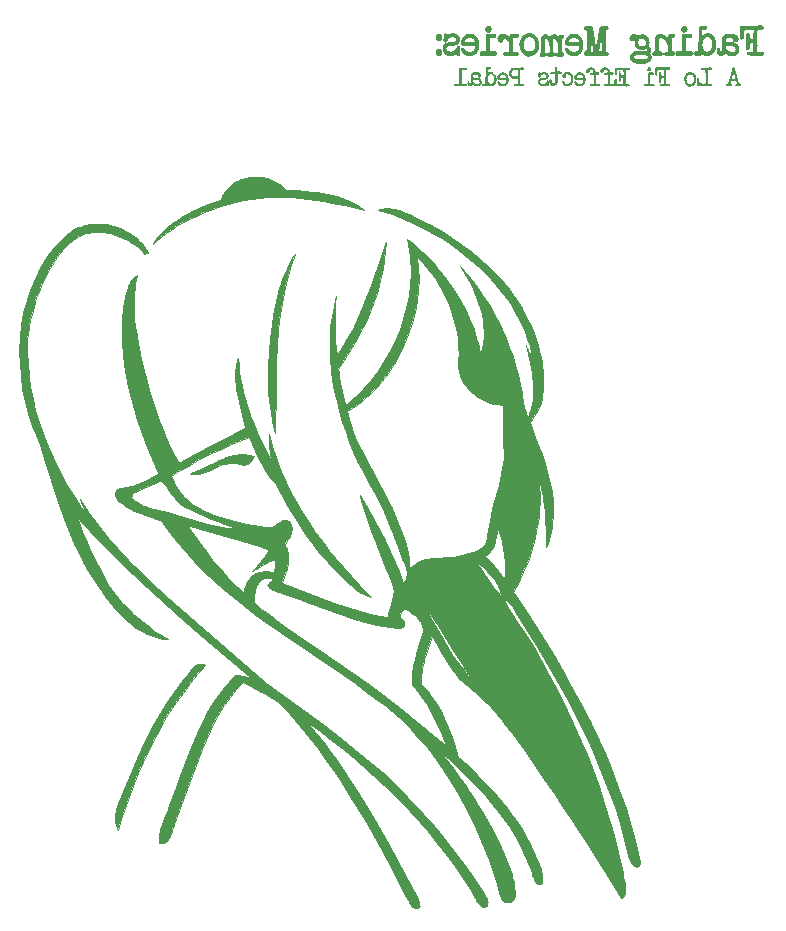
<source format=gbr>
%TF.GenerationSoftware,KiCad,Pcbnew,7.0.2*%
%TF.CreationDate,2024-03-15T13:05:12+09:00*%
%TF.ProjectId,Fading_Memories,46616469-6e67-45f4-9d65-6d6f72696573,rev?*%
%TF.SameCoordinates,Original*%
%TF.FileFunction,Legend,Bot*%
%TF.FilePolarity,Positive*%
%FSLAX46Y46*%
G04 Gerber Fmt 4.6, Leading zero omitted, Abs format (unit mm)*
G04 Created by KiCad (PCBNEW 7.0.2) date 2024-03-15 13:05:12*
%MOMM*%
%LPD*%
G01*
G04 APERTURE LIST*
%ADD10C,0.150000*%
%ADD11C,0.600000*%
%ADD12C,0.100000*%
G04 APERTURE END LIST*
D10*
G36*
X211403112Y-46871075D02*
G01*
X211419012Y-46874433D01*
X211434915Y-46881423D01*
X211448715Y-46891812D01*
X211459316Y-46903121D01*
X211468841Y-46915553D01*
X211477292Y-46929108D01*
X211484668Y-46943787D01*
X211490994Y-46959248D01*
X211496685Y-46975148D01*
X211501741Y-46991488D01*
X211506161Y-47008267D01*
X211508575Y-47018615D01*
X211512318Y-47034021D01*
X211516354Y-47049659D01*
X211520621Y-47064932D01*
X211524551Y-47078464D01*
X211530533Y-47098769D01*
X211536618Y-47119080D01*
X211542807Y-47139399D01*
X211549098Y-47159724D01*
X211555492Y-47180056D01*
X211561989Y-47200395D01*
X211568589Y-47220741D01*
X211575293Y-47241093D01*
X211582099Y-47261453D01*
X211589009Y-47281819D01*
X211593646Y-47295398D01*
X211600591Y-47315760D01*
X211607522Y-47336115D01*
X211614440Y-47356463D01*
X211621343Y-47376804D01*
X211628233Y-47397138D01*
X211635109Y-47417466D01*
X211641972Y-47437786D01*
X211648821Y-47458100D01*
X211655656Y-47478407D01*
X211662477Y-47498707D01*
X211667818Y-47514281D01*
X211672605Y-47529741D01*
X211676839Y-47545087D01*
X211680520Y-47560317D01*
X211684207Y-47578443D01*
X211687096Y-47596404D01*
X211690069Y-47614219D01*
X211694002Y-47632198D01*
X211698015Y-47647307D01*
X211702696Y-47662530D01*
X211708045Y-47677868D01*
X211714061Y-47693320D01*
X211718447Y-47708759D01*
X211722756Y-47724485D01*
X211727074Y-47740555D01*
X211731114Y-47755772D01*
X211735554Y-47772650D01*
X211740140Y-47790407D01*
X211744858Y-47808508D01*
X211749711Y-47826952D01*
X211754697Y-47845740D01*
X211758782Y-47861017D01*
X211762952Y-47876514D01*
X211767208Y-47892231D01*
X211771379Y-47907954D01*
X211775488Y-47923470D01*
X211779536Y-47938778D01*
X211784511Y-47957621D01*
X211789390Y-47976139D01*
X211794174Y-47994333D01*
X211798862Y-48012203D01*
X211802355Y-48025747D01*
X211807136Y-48044092D01*
X211811367Y-48060075D01*
X211815609Y-48075735D01*
X211819965Y-48091143D01*
X211821632Y-48097343D01*
X211825949Y-48113308D01*
X211830125Y-48128658D01*
X211833007Y-48139332D01*
X211837880Y-48155067D01*
X211843412Y-48170473D01*
X211847613Y-48180487D01*
X211855013Y-48194958D01*
X211863733Y-48208770D01*
X211866908Y-48213093D01*
X211877902Y-48224782D01*
X211891870Y-48233780D01*
X211901542Y-48237883D01*
X211916105Y-48243733D01*
X211931145Y-48249262D01*
X211946189Y-48254101D01*
X211957205Y-48257521D01*
X211973270Y-48263016D01*
X211988785Y-48268951D01*
X211998799Y-48273226D01*
X212013271Y-48281011D01*
X212027083Y-48290445D01*
X212032805Y-48294940D01*
X212044880Y-48305992D01*
X212056465Y-48318288D01*
X212067334Y-48331087D01*
X212067426Y-48334339D01*
X212068506Y-48350235D01*
X212068781Y-48353698D01*
X212069678Y-48369384D01*
X212069564Y-48375266D01*
X212067847Y-48392563D01*
X212064069Y-48409338D01*
X212058230Y-48425590D01*
X212050330Y-48441321D01*
X212040369Y-48456530D01*
X212036619Y-48461309D01*
X212024323Y-48473798D01*
X212010460Y-48483511D01*
X211995032Y-48490449D01*
X211978037Y-48494612D01*
X211959476Y-48496000D01*
X211953868Y-48495969D01*
X211937152Y-48495511D01*
X211920602Y-48494504D01*
X211904216Y-48492946D01*
X211887995Y-48490840D01*
X211871939Y-48488184D01*
X211866559Y-48487190D01*
X211850324Y-48484593D01*
X211833952Y-48482574D01*
X211817443Y-48481131D01*
X211800796Y-48480266D01*
X211784012Y-48479977D01*
X211769325Y-48480202D01*
X211752997Y-48481008D01*
X211737158Y-48482400D01*
X211719923Y-48484667D01*
X211706531Y-48486494D01*
X211689148Y-48488184D01*
X211673541Y-48489063D01*
X211657787Y-48489356D01*
X211654700Y-48489334D01*
X211636785Y-48488272D01*
X211619914Y-48485615D01*
X211604087Y-48481366D01*
X211589304Y-48475522D01*
X211573377Y-48466690D01*
X211561557Y-48457160D01*
X211550858Y-48443437D01*
X211543488Y-48426909D01*
X211539820Y-48410510D01*
X211538597Y-48392050D01*
X211538681Y-48386202D01*
X211539940Y-48369995D01*
X211543320Y-48353622D01*
X211549700Y-48338253D01*
X211560090Y-48325225D01*
X211564081Y-48321703D01*
X211576467Y-48311963D01*
X211590953Y-48302590D01*
X211606203Y-48294743D01*
X211609269Y-48293319D01*
X211624228Y-48285969D01*
X211638578Y-48278237D01*
X211652316Y-48270124D01*
X211659488Y-48264115D01*
X211668143Y-48250193D01*
X211672409Y-48233487D01*
X211673419Y-48217758D01*
X211672637Y-48202127D01*
X211671465Y-48188449D01*
X211608157Y-48055190D01*
X211600188Y-48046177D01*
X211588227Y-48036041D01*
X211579923Y-48029545D01*
X211565561Y-48021191D01*
X211212288Y-48021191D01*
X211201249Y-48025197D01*
X211190795Y-48037214D01*
X211186406Y-48044277D01*
X211178552Y-48058585D01*
X211171646Y-48073166D01*
X211168441Y-48080718D01*
X211162626Y-48096609D01*
X211158360Y-48111854D01*
X211155907Y-48121070D01*
X211151325Y-48136474D01*
X211150177Y-48139381D01*
X211147027Y-48154841D01*
X211144657Y-48167899D01*
X211141556Y-48184150D01*
X211138516Y-48198633D01*
X211135694Y-48214632D01*
X211135144Y-48218094D01*
X211133349Y-48233780D01*
X211135175Y-48238152D01*
X211144161Y-48251531D01*
X211157187Y-48261917D01*
X211165882Y-48266924D01*
X211180024Y-48274160D01*
X211195484Y-48281066D01*
X211208712Y-48286836D01*
X211223350Y-48293536D01*
X211238080Y-48300605D01*
X211250941Y-48307948D01*
X211263766Y-48318317D01*
X211275205Y-48331087D01*
X211275205Y-48369384D01*
X211274697Y-48383993D01*
X211272438Y-48401505D01*
X211267736Y-48418520D01*
X211260746Y-48432692D01*
X211258852Y-48435476D01*
X211248235Y-48447933D01*
X211235710Y-48457946D01*
X211221277Y-48465518D01*
X211213308Y-48468502D01*
X211198196Y-48472912D01*
X211182094Y-48476086D01*
X211165003Y-48478023D01*
X211148907Y-48478878D01*
X211132274Y-48479489D01*
X211115104Y-48479855D01*
X211097397Y-48479977D01*
X211090630Y-48480275D01*
X211073485Y-48481059D01*
X211056016Y-48481901D01*
X211038222Y-48482799D01*
X211020104Y-48483755D01*
X211001662Y-48484769D01*
X210982896Y-48485839D01*
X210975293Y-48486265D01*
X210956449Y-48487209D01*
X210937833Y-48487982D01*
X210919446Y-48488583D01*
X210901288Y-48489013D01*
X210883359Y-48489270D01*
X210865659Y-48489356D01*
X210859234Y-48489246D01*
X210840819Y-48487598D01*
X210823697Y-48483971D01*
X210807865Y-48478365D01*
X210793325Y-48470781D01*
X210780076Y-48461219D01*
X210774000Y-48455644D01*
X210763641Y-48443132D01*
X210755673Y-48428808D01*
X210750095Y-48412669D01*
X210746908Y-48394717D01*
X210746078Y-48378372D01*
X210746455Y-48368009D01*
X210748764Y-48351896D01*
X210754306Y-48334476D01*
X210762869Y-48319143D01*
X210774456Y-48305899D01*
X210789064Y-48294743D01*
X210799640Y-48292136D01*
X210815183Y-48288757D01*
X210830879Y-48285755D01*
X210847137Y-48282162D01*
X210863673Y-48277830D01*
X210878946Y-48273250D01*
X210893799Y-48267793D01*
X210908903Y-48260467D01*
X210922714Y-48251757D01*
X210931531Y-48244381D01*
X210941918Y-48231301D01*
X210948897Y-48215804D01*
X211060969Y-47789063D01*
X211254884Y-47789063D01*
X211256057Y-47803913D01*
X211257229Y-47816027D01*
X211266217Y-47825406D01*
X211272114Y-47825954D01*
X211289640Y-47827727D01*
X211306919Y-47829691D01*
X211323950Y-47831848D01*
X211340734Y-47834198D01*
X211357271Y-47836739D01*
X211362748Y-47837544D01*
X211379253Y-47839646D01*
X211395867Y-47841281D01*
X211412592Y-47842448D01*
X211429426Y-47843149D01*
X211446371Y-47843383D01*
X211450245Y-47843378D01*
X211466848Y-47843244D01*
X211483701Y-47842878D01*
X211500300Y-47842210D01*
X211503095Y-47842007D01*
X211518849Y-47838871D01*
X211533733Y-47833055D01*
X211547585Y-47825406D01*
X211548757Y-47811729D01*
X211549930Y-47798051D01*
X211549772Y-47787113D01*
X211548806Y-47768791D01*
X211546963Y-47750354D01*
X211544242Y-47731803D01*
X211540643Y-47713138D01*
X211536167Y-47694358D01*
X211531953Y-47679251D01*
X211530806Y-47675444D01*
X211526223Y-47660258D01*
X211521653Y-47645145D01*
X211517095Y-47630106D01*
X211512549Y-47615140D01*
X211506883Y-47596536D01*
X211501237Y-47578046D01*
X211495610Y-47559670D01*
X211494363Y-47555735D01*
X211489045Y-47540376D01*
X211483496Y-47524890D01*
X211477533Y-47508537D01*
X211471818Y-47493120D01*
X211465712Y-47476871D01*
X211460048Y-47461973D01*
X211456647Y-47453186D01*
X211450784Y-47437839D01*
X211445032Y-47422529D01*
X211439393Y-47407257D01*
X211433866Y-47392022D01*
X211431572Y-47385578D01*
X211425961Y-47369874D01*
X211420524Y-47354775D01*
X211414717Y-47338875D01*
X211414100Y-47337690D01*
X211408073Y-47323243D01*
X211407156Y-47321218D01*
X211394396Y-47311910D01*
X211392959Y-47313369D01*
X211386584Y-47327657D01*
X211381109Y-47342392D01*
X211376708Y-47354372D01*
X211371192Y-47369738D01*
X211365264Y-47386600D01*
X211359855Y-47402243D01*
X211354145Y-47418986D01*
X211352134Y-47424790D01*
X211347041Y-47439647D01*
X211341853Y-47455000D01*
X211336569Y-47470849D01*
X211331190Y-47487194D01*
X211325716Y-47504035D01*
X211320146Y-47521373D01*
X211317913Y-47528395D01*
X211312450Y-47545843D01*
X211307158Y-47563138D01*
X211302039Y-47580281D01*
X211297091Y-47597271D01*
X211292315Y-47614109D01*
X211287711Y-47630794D01*
X211284090Y-47643842D01*
X211279821Y-47659758D01*
X211275839Y-47675235D01*
X211271438Y-47693228D01*
X211267449Y-47710589D01*
X211263872Y-47727318D01*
X211261766Y-47737857D01*
X211258755Y-47754361D01*
X211256148Y-47771954D01*
X211254884Y-47789063D01*
X211060969Y-47789063D01*
X211160314Y-47410780D01*
X211169503Y-47392584D01*
X211177923Y-47374143D01*
X211185574Y-47355459D01*
X211192456Y-47336530D01*
X211198568Y-47317357D01*
X211203911Y-47297939D01*
X211208484Y-47278278D01*
X211212288Y-47258372D01*
X211215757Y-47238301D01*
X211219518Y-47218341D01*
X211223572Y-47198490D01*
X211227920Y-47178749D01*
X211232561Y-47159118D01*
X211237494Y-47139597D01*
X211242721Y-47120186D01*
X211248241Y-47100884D01*
X211251636Y-47088501D01*
X211255630Y-47072060D01*
X211259337Y-47055213D01*
X211262700Y-47038749D01*
X211264764Y-47028918D01*
X211268905Y-47011891D01*
X211273719Y-46995088D01*
X211279206Y-46978509D01*
X211285366Y-46962154D01*
X211289146Y-46952940D01*
X211296553Y-46937609D01*
X211304971Y-46923288D01*
X211314398Y-46909976D01*
X211324836Y-46897674D01*
X211327976Y-46894362D01*
X211341787Y-46883249D01*
X211357602Y-46875555D01*
X211373083Y-46871628D01*
X211390097Y-46870319D01*
X211403112Y-46871075D01*
G37*
G36*
X209155177Y-48470989D02*
G01*
X209137528Y-48471429D01*
X209120043Y-48472748D01*
X209102723Y-48474946D01*
X209085568Y-48478023D01*
X209068578Y-48481980D01*
X209062951Y-48483494D01*
X209046099Y-48487744D01*
X209029246Y-48491115D01*
X209012393Y-48493606D01*
X208995540Y-48495218D01*
X208978688Y-48495951D01*
X208973070Y-48496000D01*
X208968381Y-48496000D01*
X208954898Y-48487353D01*
X208947278Y-48483494D01*
X208933307Y-48476265D01*
X208925785Y-48470989D01*
X208405645Y-48470989D01*
X208389088Y-48469142D01*
X208373271Y-48463601D01*
X208359532Y-48455357D01*
X208346786Y-48444657D01*
X208335413Y-48432582D01*
X208325414Y-48419133D01*
X208323579Y-48416279D01*
X208314871Y-48401563D01*
X208307307Y-48386237D01*
X208300888Y-48370300D01*
X208299741Y-48367039D01*
X208295001Y-48351156D01*
X208291815Y-48335359D01*
X208290753Y-48321317D01*
X208291084Y-48305007D01*
X208291926Y-48293180D01*
X208296039Y-48277856D01*
X208303054Y-48262268D01*
X208304431Y-48259572D01*
X208304431Y-47863704D01*
X208305269Y-47847996D01*
X208308365Y-47830712D01*
X208313743Y-47814550D01*
X208321401Y-47799510D01*
X208328269Y-47789454D01*
X208339350Y-47777120D01*
X208352076Y-47767815D01*
X208366449Y-47761540D01*
X208382466Y-47758295D01*
X208392358Y-47757800D01*
X208409183Y-47758954D01*
X208426521Y-47763218D01*
X208441390Y-47770623D01*
X208453791Y-47781169D01*
X208461137Y-47790626D01*
X208469734Y-47805639D01*
X208477059Y-47822298D01*
X208482325Y-47837887D01*
X208486657Y-47854685D01*
X208490055Y-47872692D01*
X208492336Y-47888308D01*
X208494291Y-47904382D01*
X208495923Y-47920914D01*
X208497230Y-47937905D01*
X208498213Y-47955353D01*
X208498871Y-47973259D01*
X208499043Y-47980549D01*
X208499572Y-47998734D01*
X208500425Y-48016652D01*
X208501602Y-48034302D01*
X208503104Y-48051685D01*
X208504930Y-48068801D01*
X208507081Y-48085650D01*
X208508032Y-48092315D01*
X208510751Y-48108477D01*
X208514023Y-48123990D01*
X208518681Y-48141750D01*
X208524135Y-48158575D01*
X208530386Y-48174466D01*
X208534996Y-48184541D01*
X208543097Y-48198220D01*
X208554875Y-48211713D01*
X208569159Y-48222551D01*
X208583397Y-48229727D01*
X208599476Y-48234953D01*
X208615403Y-48235284D01*
X208631826Y-48235916D01*
X208636601Y-48236125D01*
X208653065Y-48236858D01*
X208670215Y-48237591D01*
X208686238Y-48238250D01*
X208691702Y-48238470D01*
X208708003Y-48239222D01*
X208723933Y-48240160D01*
X208741198Y-48241419D01*
X208747976Y-48241987D01*
X208764390Y-48243099D01*
X208780681Y-48243893D01*
X208783928Y-48243941D01*
X208800069Y-48246753D01*
X208815887Y-48252560D01*
X208826524Y-48258791D01*
X208840666Y-48266173D01*
X208856127Y-48270148D01*
X208867166Y-48270905D01*
X208880844Y-48269733D01*
X208886315Y-48266607D01*
X208895303Y-48260745D01*
X208909445Y-48253711D01*
X208916796Y-48250584D01*
X208932201Y-48247214D01*
X208941416Y-48245895D01*
X208957145Y-48243918D01*
X208972875Y-48242091D01*
X208977369Y-48241596D01*
X208993277Y-48239140D01*
X209009023Y-48235734D01*
X209022193Y-48226792D01*
X209022309Y-48225574D01*
X209022309Y-47343173D01*
X209018102Y-47327675D01*
X209016838Y-47321680D01*
X209013902Y-47305808D01*
X209013321Y-47300187D01*
X209012770Y-47283623D01*
X209011716Y-47266487D01*
X209011367Y-47261498D01*
X209010141Y-47245771D01*
X209009100Y-47229364D01*
X209008245Y-47212276D01*
X209007850Y-47202489D01*
X209007264Y-47186760D01*
X209006605Y-47169765D01*
X209005945Y-47153513D01*
X209005505Y-47143090D01*
X209004838Y-47126176D01*
X209004389Y-47110126D01*
X209004333Y-47104401D01*
X208995345Y-47095413D01*
X208738988Y-47095413D01*
X208722030Y-47094198D01*
X208706717Y-47090551D01*
X208691232Y-47083407D01*
X208677896Y-47073088D01*
X208674898Y-47070012D01*
X208664469Y-47056579D01*
X208657020Y-47042071D01*
X208652550Y-47026488D01*
X208651060Y-47009831D01*
X208652257Y-46992367D01*
X208655847Y-46976711D01*
X208662748Y-46961259D01*
X208670209Y-46950822D01*
X208681784Y-46938907D01*
X208694966Y-46928661D01*
X208709756Y-46920085D01*
X208718667Y-46916041D01*
X208733663Y-46910326D01*
X208749344Y-46905685D01*
X208765708Y-46902120D01*
X208782756Y-46899628D01*
X208799951Y-46897748D01*
X208816755Y-46896404D01*
X208833168Y-46895598D01*
X208849190Y-46895330D01*
X208865739Y-46895330D01*
X208881877Y-46895330D01*
X208897604Y-46895330D01*
X208915073Y-46895330D01*
X208921486Y-46895330D01*
X208938436Y-46895330D01*
X208955680Y-46895330D01*
X208973217Y-46895330D01*
X208991046Y-46895330D01*
X209007728Y-46895330D01*
X209024166Y-46895330D01*
X209040359Y-46895330D01*
X209056308Y-46895330D01*
X209072233Y-46895330D01*
X209088743Y-46895330D01*
X209105840Y-46895330D01*
X209123524Y-46895330D01*
X209139312Y-46895330D01*
X209157080Y-46895330D01*
X209174556Y-46895330D01*
X209191738Y-46895330D01*
X209193866Y-46895330D01*
X209210816Y-46895330D01*
X209228060Y-46895330D01*
X209245596Y-46895330D01*
X209263426Y-46895330D01*
X209280279Y-46894890D01*
X209297131Y-46893571D01*
X209313984Y-46891373D01*
X209330837Y-46888295D01*
X209347690Y-46884339D01*
X209353307Y-46882824D01*
X209370174Y-46878575D01*
X209387068Y-46875204D01*
X209403989Y-46872713D01*
X209420938Y-46871101D01*
X209437914Y-46870368D01*
X209443579Y-46870319D01*
X209460831Y-46870930D01*
X209477415Y-46872762D01*
X209493331Y-46875815D01*
X209508579Y-46880089D01*
X209525995Y-46886830D01*
X209542449Y-46895330D01*
X209556925Y-46905656D01*
X209568406Y-46917879D01*
X209576892Y-46931998D01*
X209582383Y-46948013D01*
X209584878Y-46965923D01*
X209585045Y-46972315D01*
X209583433Y-46988728D01*
X209578597Y-47005141D01*
X209571721Y-47019503D01*
X209562376Y-47033864D01*
X209559253Y-47037967D01*
X209547053Y-47050606D01*
X209533020Y-47060140D01*
X209517154Y-47066570D01*
X209499456Y-47069896D01*
X209488520Y-47070403D01*
X209249748Y-47095413D01*
X209225129Y-47127458D01*
X209222930Y-47144164D01*
X209222784Y-47157158D01*
X209222784Y-47173148D01*
X209222784Y-47189415D01*
X209222784Y-47200535D01*
X209222784Y-47217602D01*
X209222784Y-47235432D01*
X209222784Y-47251240D01*
X209222784Y-47269137D01*
X209222784Y-47275567D01*
X209223182Y-47293826D01*
X209224378Y-47310793D01*
X209226370Y-47326469D01*
X209229701Y-47343125D01*
X209234117Y-47358023D01*
X209234117Y-48045030D01*
X209228638Y-48060602D01*
X209224953Y-48076546D01*
X209223061Y-48092861D01*
X209222784Y-48102085D01*
X209222784Y-48118420D01*
X209222784Y-48135700D01*
X209222784Y-48152064D01*
X209222784Y-48156795D01*
X209223197Y-48173255D01*
X209223884Y-48189613D01*
X209223956Y-48191184D01*
X209224671Y-48207689D01*
X209225118Y-48223357D01*
X209225129Y-48225183D01*
X209234892Y-48238299D01*
X209247184Y-48250096D01*
X209256782Y-48257228D01*
X209270531Y-48265015D01*
X209285634Y-48269823D01*
X209297034Y-48270905D01*
X209313677Y-48270905D01*
X209330095Y-48270905D01*
X209346289Y-48270905D01*
X209362259Y-48270905D01*
X209371284Y-48270905D01*
X209387125Y-48270905D01*
X209403191Y-48270905D01*
X209419481Y-48270905D01*
X209435996Y-48270905D01*
X209445533Y-48270905D01*
X209463298Y-48271487D01*
X209479956Y-48273233D01*
X209495508Y-48276143D01*
X209512709Y-48281172D01*
X209528316Y-48287876D01*
X209540104Y-48294743D01*
X209554113Y-48306236D01*
X209564681Y-48320197D01*
X209571808Y-48336626D01*
X209575179Y-48352672D01*
X209576057Y-48367430D01*
X209574600Y-48384489D01*
X209570232Y-48400201D01*
X209562950Y-48414567D01*
X209552756Y-48427587D01*
X209539649Y-48439260D01*
X209534633Y-48442852D01*
X209521156Y-48450958D01*
X209506858Y-48457690D01*
X209491740Y-48463048D01*
X209475801Y-48467032D01*
X209459042Y-48469643D01*
X209441462Y-48470879D01*
X209434200Y-48470989D01*
X209416279Y-48470989D01*
X209398468Y-48470989D01*
X209380766Y-48470989D01*
X209363175Y-48470989D01*
X209345693Y-48470989D01*
X209328321Y-48470989D01*
X209311059Y-48470989D01*
X209293907Y-48470989D01*
X209276694Y-48470989D01*
X209259445Y-48470989D01*
X209242158Y-48470989D01*
X209224836Y-48470989D01*
X209207476Y-48470989D01*
X209190080Y-48470989D01*
X209172647Y-48470989D01*
X209155177Y-48470989D01*
G37*
G36*
X207728010Y-47270700D02*
G01*
X207745280Y-47271341D01*
X207762241Y-47272410D01*
X207778893Y-47273906D01*
X207795238Y-47275829D01*
X207811274Y-47278180D01*
X207827002Y-47280959D01*
X207842421Y-47284164D01*
X207864972Y-47289774D01*
X207886829Y-47296346D01*
X207907992Y-47303879D01*
X207928462Y-47312374D01*
X207948237Y-47321831D01*
X207954675Y-47325197D01*
X207973546Y-47335708D01*
X207991765Y-47346872D01*
X208009331Y-47358688D01*
X208026244Y-47371157D01*
X208042505Y-47384279D01*
X208058113Y-47398053D01*
X208073069Y-47412480D01*
X208087372Y-47427559D01*
X208101023Y-47443291D01*
X208114021Y-47459676D01*
X208122323Y-47470961D01*
X208134254Y-47488344D01*
X208145574Y-47506201D01*
X208156282Y-47524532D01*
X208166379Y-47543336D01*
X208175864Y-47562615D01*
X208184738Y-47582368D01*
X208193001Y-47602595D01*
X208200652Y-47623295D01*
X208207692Y-47644470D01*
X208214120Y-47666119D01*
X208218066Y-47680815D01*
X208223514Y-47703001D01*
X208228425Y-47725305D01*
X208232801Y-47747725D01*
X208236641Y-47770262D01*
X208239945Y-47792916D01*
X208242714Y-47815687D01*
X208244946Y-47838574D01*
X208246643Y-47861579D01*
X208247804Y-47884700D01*
X208248429Y-47907938D01*
X208248548Y-47923494D01*
X208248195Y-47939368D01*
X208247136Y-47956215D01*
X208245371Y-47974035D01*
X208242900Y-47992829D01*
X208240415Y-48008564D01*
X208237478Y-48024922D01*
X208234089Y-48041903D01*
X208230187Y-48059104D01*
X208225907Y-48076317D01*
X208221248Y-48093542D01*
X208216210Y-48110780D01*
X208210794Y-48128029D01*
X208205000Y-48145291D01*
X208198826Y-48162565D01*
X208192274Y-48179852D01*
X208185375Y-48197004D01*
X208178157Y-48213875D01*
X208170622Y-48230465D01*
X208162770Y-48246774D01*
X208154600Y-48262803D01*
X208146113Y-48278550D01*
X208137308Y-48294017D01*
X208128185Y-48309203D01*
X208118782Y-48323759D01*
X208109134Y-48337339D01*
X208099242Y-48349942D01*
X208086534Y-48364322D01*
X208073444Y-48377175D01*
X208059973Y-48388502D01*
X208046120Y-48398302D01*
X208031869Y-48406154D01*
X208026971Y-48408463D01*
X208012678Y-48415200D01*
X207997740Y-48422711D01*
X207990628Y-48426439D01*
X207976321Y-48433821D01*
X207962124Y-48441314D01*
X207952721Y-48446369D01*
X207938453Y-48453657D01*
X207923687Y-48460268D01*
X207922240Y-48460829D01*
X207906906Y-48464665D01*
X207890135Y-48467784D01*
X207877299Y-48469817D01*
X207861101Y-48472080D01*
X207844505Y-48474617D01*
X207834312Y-48476460D01*
X207818725Y-48481166D01*
X207803757Y-48487085D01*
X207796406Y-48490919D01*
X207782204Y-48498893D01*
X207770223Y-48505378D01*
X207755392Y-48511775D01*
X207739741Y-48516321D01*
X207724061Y-48519178D01*
X207707636Y-48520552D01*
X207690242Y-48521005D01*
X207688157Y-48521010D01*
X207671243Y-48520454D01*
X207654305Y-48518787D01*
X207637342Y-48516009D01*
X207620355Y-48512120D01*
X207603344Y-48507119D01*
X207586308Y-48501006D01*
X207569248Y-48493783D01*
X207552163Y-48485448D01*
X207535127Y-48476173D01*
X207518408Y-48466324D01*
X207502008Y-48455901D01*
X207485924Y-48444904D01*
X207470158Y-48433333D01*
X207454710Y-48421188D01*
X207439579Y-48408469D01*
X207424766Y-48395176D01*
X207410343Y-48381309D01*
X207396385Y-48367064D01*
X207382890Y-48352440D01*
X207369860Y-48337437D01*
X207357294Y-48322056D01*
X207345191Y-48306296D01*
X207333553Y-48290158D01*
X207322379Y-48273641D01*
X207311748Y-48257038D01*
X207301936Y-48240644D01*
X207292942Y-48224456D01*
X207284766Y-48208477D01*
X207277408Y-48192705D01*
X207270868Y-48177140D01*
X207265147Y-48161784D01*
X207260244Y-48146635D01*
X207257188Y-48130478D01*
X207253356Y-48113808D01*
X207249302Y-48097395D01*
X207245180Y-48081669D01*
X207241020Y-48065605D01*
X207236824Y-48049206D01*
X207232589Y-48032469D01*
X207230153Y-48022755D01*
X207225820Y-48005882D01*
X207221711Y-47989458D01*
X207217827Y-47973483D01*
X207214167Y-47957957D01*
X207212177Y-47949286D01*
X207208318Y-47933240D01*
X207204181Y-47916959D01*
X207199672Y-47901219D01*
X207198898Y-47884689D01*
X207198499Y-47878163D01*
X207197942Y-47868002D01*
X207409134Y-47868002D01*
X207409412Y-47890107D01*
X207410247Y-47911723D01*
X207411638Y-47932852D01*
X207413586Y-47953493D01*
X207416089Y-47973647D01*
X207419150Y-47993313D01*
X207422766Y-48012491D01*
X207426939Y-48031181D01*
X207431669Y-48049384D01*
X207436955Y-48067098D01*
X207440788Y-48078637D01*
X207447227Y-48095600D01*
X207454820Y-48112343D01*
X207463567Y-48128866D01*
X207473468Y-48145169D01*
X207484523Y-48161252D01*
X207496732Y-48177116D01*
X207510095Y-48192760D01*
X207524612Y-48208184D01*
X207540283Y-48223388D01*
X207557109Y-48238372D01*
X207568967Y-48248240D01*
X207583933Y-48253726D01*
X207600698Y-48258807D01*
X207616716Y-48262467D01*
X207634106Y-48264909D01*
X207642435Y-48265434D01*
X207659434Y-48265776D01*
X207675591Y-48265995D01*
X207692944Y-48266140D01*
X207708771Y-48266204D01*
X207719811Y-48266216D01*
X207736555Y-48266216D01*
X207752271Y-48266216D01*
X207767096Y-48266216D01*
X207782743Y-48266025D01*
X207798360Y-48264262D01*
X207814357Y-48263346D01*
X207825715Y-48261917D01*
X207842103Y-48259536D01*
X207856196Y-48257618D01*
X207871845Y-48254610D01*
X207883161Y-48251757D01*
X207895275Y-48248240D01*
X208001179Y-48142727D01*
X208011458Y-48129227D01*
X208019351Y-48114077D01*
X208024626Y-48100912D01*
X208030094Y-48084838D01*
X208035068Y-48068269D01*
X208039073Y-48053126D01*
X208041821Y-48041512D01*
X208044947Y-48025710D01*
X208047683Y-48009956D01*
X208050027Y-47994251D01*
X208051981Y-47978595D01*
X208053493Y-47961841D01*
X208054592Y-47945691D01*
X208055105Y-47929735D01*
X208055108Y-47928575D01*
X208054974Y-47909075D01*
X208054573Y-47889900D01*
X208053906Y-47871050D01*
X208052971Y-47852523D01*
X208051768Y-47834322D01*
X208050299Y-47816444D01*
X208049637Y-47809384D01*
X208047480Y-47791942D01*
X208044675Y-47774785D01*
X208041222Y-47757916D01*
X208037119Y-47741332D01*
X208032368Y-47725034D01*
X208026968Y-47709023D01*
X208024626Y-47702699D01*
X208018318Y-47686966D01*
X208011361Y-47671520D01*
X208003755Y-47656359D01*
X207995500Y-47641485D01*
X207986597Y-47626898D01*
X207977045Y-47612596D01*
X207973042Y-47606956D01*
X207962269Y-47593074D01*
X207950465Y-47579516D01*
X207937631Y-47566283D01*
X207923766Y-47553375D01*
X207908871Y-47540791D01*
X207896213Y-47530957D01*
X207886287Y-47523718D01*
X207872981Y-47515125D01*
X207859761Y-47506759D01*
X207845645Y-47497926D01*
X207831197Y-47488858D01*
X207817307Y-47481000D01*
X207816336Y-47480731D01*
X207674870Y-47480731D01*
X207659750Y-47489050D01*
X207644511Y-47496146D01*
X207629667Y-47502143D01*
X207619769Y-47505741D01*
X207603503Y-47511457D01*
X207587529Y-47517660D01*
X207571849Y-47524353D01*
X207556461Y-47531533D01*
X207541514Y-47539056D01*
X207527152Y-47547165D01*
X207513377Y-47555860D01*
X207500188Y-47565141D01*
X207488196Y-47575351D01*
X207476865Y-47588354D01*
X207467821Y-47602965D01*
X207463063Y-47613599D01*
X207457067Y-47629829D01*
X207451388Y-47645888D01*
X207446027Y-47661776D01*
X207440983Y-47677493D01*
X207436257Y-47693039D01*
X207431849Y-47708414D01*
X207427758Y-47723618D01*
X207423984Y-47738651D01*
X207419706Y-47757471D01*
X207416806Y-47772898D01*
X207414369Y-47788655D01*
X207412397Y-47804741D01*
X207410889Y-47821158D01*
X207409845Y-47837904D01*
X207409265Y-47854979D01*
X207409134Y-47868002D01*
X207197942Y-47868002D01*
X207197620Y-47862140D01*
X207197327Y-47852371D01*
X207197689Y-47834270D01*
X207198777Y-47816360D01*
X207200590Y-47798641D01*
X207203128Y-47781113D01*
X207206390Y-47763775D01*
X207210379Y-47746629D01*
X207212177Y-47739824D01*
X207216924Y-47722784D01*
X207222130Y-47705859D01*
X207227793Y-47689048D01*
X207233914Y-47672352D01*
X207240494Y-47655770D01*
X207247531Y-47639302D01*
X207250474Y-47632748D01*
X207257916Y-47616441D01*
X207265587Y-47600248D01*
X207273486Y-47584170D01*
X207281615Y-47568206D01*
X207289973Y-47552357D01*
X207298559Y-47536623D01*
X207302058Y-47530361D01*
X207310822Y-47514588D01*
X207319529Y-47498777D01*
X207328179Y-47482928D01*
X207336771Y-47467041D01*
X207345306Y-47451116D01*
X207353784Y-47435152D01*
X207357159Y-47428756D01*
X207361849Y-47425630D01*
X207366147Y-47419768D01*
X207380949Y-47407465D01*
X207395750Y-47395615D01*
X207410551Y-47384219D01*
X207425352Y-47373276D01*
X207440153Y-47362787D01*
X207454954Y-47352751D01*
X207469755Y-47343168D01*
X207484556Y-47334039D01*
X207499357Y-47325363D01*
X207514159Y-47317140D01*
X207524026Y-47311910D01*
X207539011Y-47304507D01*
X207554512Y-47297833D01*
X207570528Y-47291886D01*
X207587059Y-47286668D01*
X207604105Y-47282177D01*
X207621667Y-47278415D01*
X207639743Y-47275381D01*
X207658335Y-47273076D01*
X207677442Y-47271498D01*
X207697064Y-47270648D01*
X207710432Y-47270487D01*
X207728010Y-47270700D01*
G37*
G36*
X206036685Y-48368993D02*
G01*
X206035141Y-48384933D01*
X206031214Y-48400647D01*
X206025529Y-48415393D01*
X206018049Y-48429541D01*
X206015582Y-48433473D01*
X206005869Y-48446061D01*
X205994510Y-48457153D01*
X205990963Y-48460047D01*
X205976354Y-48467901D01*
X205960371Y-48470946D01*
X205958136Y-48470989D01*
X205411032Y-48470989D01*
X205395018Y-48467040D01*
X205388757Y-48465909D01*
X205373213Y-48463469D01*
X205366092Y-48462782D01*
X205350321Y-48462094D01*
X205333656Y-48460829D01*
X205316898Y-48459578D01*
X205301022Y-48458601D01*
X205284536Y-48457776D01*
X205282854Y-48457702D01*
X205266344Y-48457008D01*
X205250522Y-48456389D01*
X205233911Y-48455798D01*
X205232442Y-48455748D01*
X205216652Y-48455034D01*
X205200797Y-48454580D01*
X205199616Y-48454576D01*
X205182671Y-48449618D01*
X205167986Y-48442950D01*
X205152807Y-48432211D01*
X205141158Y-48418800D01*
X205133039Y-48402719D01*
X205128449Y-48383965D01*
X205127320Y-48367039D01*
X205128999Y-48351232D01*
X205134725Y-48335696D01*
X205144515Y-48322099D01*
X205156991Y-48310302D01*
X205169936Y-48301021D01*
X205184407Y-48293114D01*
X205185938Y-48292399D01*
X205201783Y-48285926D01*
X205216827Y-48281145D01*
X205232613Y-48277353D01*
X205239867Y-48275986D01*
X205255828Y-48273530D01*
X205272329Y-48271744D01*
X205288983Y-48270925D01*
X205291842Y-48270905D01*
X205308235Y-48271276D01*
X205324444Y-48272389D01*
X205340466Y-48274244D01*
X205349288Y-48275595D01*
X205365207Y-48277673D01*
X205381313Y-48279071D01*
X205397603Y-48279788D01*
X205406734Y-48279893D01*
X205423185Y-48279377D01*
X205438829Y-48277985D01*
X205448157Y-48276767D01*
X205463944Y-48271072D01*
X205476376Y-48259701D01*
X205480983Y-48252538D01*
X205481570Y-48232107D01*
X205482351Y-48211847D01*
X205483328Y-48191758D01*
X205484501Y-48171840D01*
X205485868Y-48152093D01*
X205487431Y-48132517D01*
X205489190Y-48113112D01*
X205491144Y-48093878D01*
X205492976Y-48074552D01*
X205494563Y-48055068D01*
X205495907Y-48035425D01*
X205497006Y-48015623D01*
X205497861Y-47995662D01*
X205498471Y-47975542D01*
X205498838Y-47955264D01*
X205498960Y-47934827D01*
X205498960Y-47832050D01*
X205494931Y-47816237D01*
X205487191Y-47801277D01*
X205476017Y-47789065D01*
X205471995Y-47785937D01*
X205424710Y-47785937D01*
X205407002Y-47786442D01*
X205390516Y-47787959D01*
X205372344Y-47791115D01*
X205355931Y-47795726D01*
X205341277Y-47801794D01*
X205332484Y-47806648D01*
X205318264Y-47817561D01*
X205307117Y-47829862D01*
X205296932Y-47844883D01*
X205289180Y-47859478D01*
X205282095Y-47875963D01*
X205278164Y-47886760D01*
X205277944Y-47903103D01*
X205277522Y-47919818D01*
X205277383Y-47924667D01*
X205276650Y-47941374D01*
X205275990Y-47956999D01*
X205275331Y-47973179D01*
X205275038Y-47980549D01*
X205274286Y-47997070D01*
X205273348Y-48013220D01*
X205272225Y-48028999D01*
X205271521Y-48037605D01*
X205270186Y-48054287D01*
X205269258Y-48070190D01*
X205269176Y-48074339D01*
X205266379Y-48090835D01*
X205261750Y-48106470D01*
X205255287Y-48121246D01*
X205246993Y-48135161D01*
X205241430Y-48142727D01*
X205230197Y-48154299D01*
X205215390Y-48164044D01*
X205200710Y-48169526D01*
X205184423Y-48172166D01*
X205176950Y-48172427D01*
X205160024Y-48171303D01*
X205143493Y-48167353D01*
X205128243Y-48159629D01*
X205121849Y-48154450D01*
X205110873Y-48142093D01*
X205101882Y-48127980D01*
X205094875Y-48112112D01*
X205093712Y-48108728D01*
X205089274Y-48092874D01*
X205086073Y-48076525D01*
X205084109Y-48059681D01*
X205083551Y-48050110D01*
X205082985Y-48033208D01*
X205082604Y-48017233D01*
X205082397Y-48000571D01*
X205082379Y-47994227D01*
X205082379Y-47978469D01*
X205082379Y-47961969D01*
X205082379Y-47944727D01*
X205082379Y-47934827D01*
X205083616Y-47917358D01*
X205087325Y-47901003D01*
X205093507Y-47885760D01*
X205098011Y-47877772D01*
X205098011Y-47347081D01*
X205099916Y-47330619D01*
X205105631Y-47315623D01*
X205115157Y-47302092D01*
X205126617Y-47291454D01*
X205128492Y-47290026D01*
X205141884Y-47281042D01*
X205157326Y-47273477D01*
X205172915Y-47268793D01*
X205188650Y-47266992D01*
X205190628Y-47266969D01*
X205206410Y-47268185D01*
X205222066Y-47272551D01*
X205236643Y-47281258D01*
X205246901Y-47292371D01*
X205256116Y-47307181D01*
X205262802Y-47321591D01*
X205268072Y-47337174D01*
X205271521Y-47351771D01*
X205274427Y-47368941D01*
X205276503Y-47386453D01*
X205277639Y-47402057D01*
X205278138Y-47417922D01*
X205278164Y-47422503D01*
X205278164Y-47439991D01*
X205278164Y-47455720D01*
X205278164Y-47472909D01*
X205278164Y-47481903D01*
X205284058Y-47496823D01*
X205289497Y-47510822D01*
X205296208Y-47525375D01*
X205304713Y-47539630D01*
X205307473Y-47543648D01*
X205317614Y-47556620D01*
X205328977Y-47568195D01*
X205331311Y-47570221D01*
X205345435Y-47578437D01*
X205357103Y-47580382D01*
X205471995Y-47580382D01*
X205483765Y-47569391D01*
X205484501Y-47567877D01*
X205490037Y-47552695D01*
X205493489Y-47539349D01*
X205496127Y-47523034D01*
X205497712Y-47507206D01*
X205497787Y-47506132D01*
X205498702Y-47490069D01*
X205498960Y-47479558D01*
X205498691Y-47463829D01*
X205497747Y-47446835D01*
X205496122Y-47430582D01*
X205494661Y-47420159D01*
X205492394Y-47404400D01*
X205490869Y-47387900D01*
X205490086Y-47370658D01*
X205489972Y-47360759D01*
X205490115Y-47345091D01*
X205490664Y-47326516D01*
X205491626Y-47308189D01*
X205493000Y-47290109D01*
X205494786Y-47272276D01*
X205495833Y-47263452D01*
X205497693Y-47245675D01*
X205499167Y-47227512D01*
X205500257Y-47208965D01*
X205500872Y-47193215D01*
X205501219Y-47177198D01*
X205501304Y-47164192D01*
X205500974Y-47147960D01*
X205500342Y-47131455D01*
X205500132Y-47126676D01*
X205499418Y-47110153D01*
X205498960Y-47097758D01*
X205489972Y-47088770D01*
X205470347Y-47088098D01*
X205450942Y-47087256D01*
X205431756Y-47086242D01*
X205412791Y-47085057D01*
X205394045Y-47083702D01*
X205375519Y-47082175D01*
X205357213Y-47080478D01*
X205339127Y-47078609D01*
X205321078Y-47076686D01*
X205302882Y-47075019D01*
X205284539Y-47073609D01*
X205266050Y-47072454D01*
X205247414Y-47071557D01*
X205228632Y-47070916D01*
X205209703Y-47070531D01*
X205190628Y-47070403D01*
X205173408Y-47070580D01*
X205156727Y-47071111D01*
X205140582Y-47071997D01*
X205124975Y-47073236D01*
X205106222Y-47075284D01*
X205088308Y-47077884D01*
X205071234Y-47081038D01*
X205067920Y-47081736D01*
X205051624Y-47086374D01*
X205035710Y-47093207D01*
X205020178Y-47102235D01*
X205005027Y-47113457D01*
X204993182Y-47124014D01*
X204981580Y-47135976D01*
X204970223Y-47149342D01*
X204960702Y-47163040D01*
X204951826Y-47177392D01*
X204951074Y-47178651D01*
X204942978Y-47192518D01*
X204938569Y-47203271D01*
X204938569Y-47529579D01*
X204934875Y-47545301D01*
X204925105Y-47559833D01*
X204912893Y-47571624D01*
X204907306Y-47576083D01*
X204893775Y-47585219D01*
X204879090Y-47592913D01*
X204863562Y-47598065D01*
X204850642Y-47599531D01*
X204834324Y-47597144D01*
X204819605Y-47590705D01*
X204811172Y-47585071D01*
X204798700Y-47573985D01*
X204787613Y-47561143D01*
X204778736Y-47547946D01*
X204770760Y-47533704D01*
X204763929Y-47519309D01*
X204757737Y-47503298D01*
X204757243Y-47501833D01*
X204752793Y-47485860D01*
X204750046Y-47469383D01*
X204749427Y-47457674D01*
X204749427Y-46977004D01*
X204751148Y-46959199D01*
X204756309Y-46942030D01*
X204763471Y-46927820D01*
X204773162Y-46914077D01*
X204785380Y-46900801D01*
X204799109Y-46888981D01*
X204813333Y-46879606D01*
X204828052Y-46872678D01*
X204843265Y-46868194D01*
X204858973Y-46866156D01*
X204864319Y-46866020D01*
X205402044Y-46870319D01*
X205445031Y-46870319D01*
X205701388Y-46875009D01*
X205716926Y-46867643D01*
X205732522Y-46861423D01*
X205748174Y-46856347D01*
X205763884Y-46852416D01*
X205779651Y-46849630D01*
X205795475Y-46847989D01*
X205801821Y-46847653D01*
X205817613Y-46846978D01*
X205833481Y-46846417D01*
X205849425Y-46845970D01*
X205865446Y-46845638D01*
X205881543Y-46845421D01*
X205897717Y-46845318D01*
X205904207Y-46845309D01*
X205921268Y-46846396D01*
X205937279Y-46849659D01*
X205952241Y-46855097D01*
X205966154Y-46862711D01*
X205979016Y-46872500D01*
X205990830Y-46884464D01*
X205995261Y-46889859D01*
X206005281Y-46903981D01*
X206013602Y-46918504D01*
X206020225Y-46933427D01*
X206025150Y-46948752D01*
X206028377Y-46964477D01*
X206029906Y-46980602D01*
X206030041Y-46987165D01*
X206029307Y-47003060D01*
X206026486Y-47020572D01*
X206021549Y-47036381D01*
X206014496Y-47050486D01*
X206003594Y-47064788D01*
X205999951Y-47068449D01*
X205985587Y-47079565D01*
X205971637Y-47086919D01*
X205956177Y-47092268D01*
X205939205Y-47095611D01*
X205920722Y-47096949D01*
X205917494Y-47096976D01*
X205900908Y-47096715D01*
X205884657Y-47095929D01*
X205868744Y-47094620D01*
X205853167Y-47092788D01*
X205844417Y-47091505D01*
X205828920Y-47089221D01*
X205812862Y-47087498D01*
X205796243Y-47086336D01*
X205779064Y-47085735D01*
X205768995Y-47085644D01*
X205752783Y-47086015D01*
X205736768Y-47086744D01*
X205735387Y-47086816D01*
X205719444Y-47087617D01*
X205710376Y-47087988D01*
X205701388Y-47096976D01*
X205683412Y-47186076D01*
X205683412Y-47877381D01*
X205687293Y-47893055D01*
X205690446Y-47907081D01*
X205692125Y-47923079D01*
X205692400Y-47934436D01*
X205691912Y-47950849D01*
X205690446Y-47963355D01*
X205686835Y-47979002D01*
X205683412Y-47993836D01*
X205683412Y-48270905D01*
X205692400Y-48279893D01*
X205708525Y-48280856D01*
X205711549Y-48281066D01*
X205727859Y-48281981D01*
X205739685Y-48282238D01*
X205757410Y-48281976D01*
X205775023Y-48281191D01*
X205792523Y-48279882D01*
X205809911Y-48278049D01*
X205819797Y-48276767D01*
X205836969Y-48274483D01*
X205854290Y-48272760D01*
X205871761Y-48271598D01*
X205889382Y-48270997D01*
X205899518Y-48270905D01*
X205916722Y-48271401D01*
X205933162Y-48272890D01*
X205948840Y-48275370D01*
X205966645Y-48279657D01*
X205983351Y-48285372D01*
X205996434Y-48291226D01*
X206010113Y-48300152D01*
X206020962Y-48311688D01*
X206028980Y-48325834D01*
X206034169Y-48342591D01*
X206036331Y-48358548D01*
X206036685Y-48368993D01*
G37*
G36*
X204706441Y-48378763D02*
G01*
X204705319Y-48394976D01*
X204701289Y-48412176D01*
X204694328Y-48427961D01*
X204684436Y-48442328D01*
X204682993Y-48444025D01*
X204670048Y-48455822D01*
X204655052Y-48464248D01*
X204638004Y-48469304D01*
X204621404Y-48470963D01*
X204618904Y-48470989D01*
X203851395Y-48470989D01*
X203835669Y-48469493D01*
X203820214Y-48464120D01*
X203807446Y-48454838D01*
X203797365Y-48441649D01*
X203796294Y-48439726D01*
X203788771Y-48423899D01*
X203783398Y-48408072D01*
X203780174Y-48392245D01*
X203779099Y-48376418D01*
X203780387Y-48360304D01*
X203783587Y-48343977D01*
X203784961Y-48338512D01*
X203789554Y-48323206D01*
X203795809Y-48308455D01*
X203802937Y-48295525D01*
X203811866Y-48282247D01*
X203822976Y-48269342D01*
X203832247Y-48260745D01*
X203845344Y-48251696D01*
X203860649Y-48246605D01*
X203869371Y-48245895D01*
X204107752Y-48245895D01*
X204121430Y-48232217D01*
X204121430Y-47392413D01*
X204122900Y-47375477D01*
X204127310Y-47360136D01*
X204136171Y-47344252D01*
X204146952Y-47332363D01*
X204160672Y-47322068D01*
X204163244Y-47320508D01*
X204178668Y-47312008D01*
X204193872Y-47305267D01*
X204208857Y-47300284D01*
X204226061Y-47296694D01*
X204242965Y-47295497D01*
X204259704Y-47295955D01*
X204276213Y-47297329D01*
X204292493Y-47299619D01*
X204295722Y-47300187D01*
X204311994Y-47302453D01*
X204328572Y-47303881D01*
X204345456Y-47304468D01*
X204348869Y-47304485D01*
X204365434Y-47304279D01*
X204381962Y-47303662D01*
X204398453Y-47302634D01*
X204414906Y-47301194D01*
X204424291Y-47300187D01*
X204440571Y-47298359D01*
X204456925Y-47296981D01*
X204473354Y-47296051D01*
X204489858Y-47295570D01*
X204499323Y-47295497D01*
X204515488Y-47295841D01*
X204532723Y-47296871D01*
X204549147Y-47298386D01*
X204554815Y-47299014D01*
X204571431Y-47301329D01*
X204587430Y-47304757D01*
X204602811Y-47309298D01*
X204611088Y-47312301D01*
X204626445Y-47319644D01*
X204640275Y-47328971D01*
X204652579Y-47340282D01*
X204654856Y-47342782D01*
X204664336Y-47357010D01*
X204669866Y-47372424D01*
X204672394Y-47388202D01*
X204672833Y-47399056D01*
X204671786Y-47415458D01*
X204668938Y-47431895D01*
X204667362Y-47438526D01*
X204662251Y-47453968D01*
X204655711Y-47468641D01*
X204650558Y-47477995D01*
X204641289Y-47490708D01*
X204629511Y-47502744D01*
X204622421Y-47508477D01*
X204607612Y-47516320D01*
X204591126Y-47520165D01*
X204582951Y-47520591D01*
X204319560Y-47520591D01*
X204319560Y-48020019D01*
X204322851Y-48035322D01*
X204323859Y-48042685D01*
X204326496Y-48058580D01*
X204328548Y-48064960D01*
X204328961Y-48080781D01*
X204329720Y-48097004D01*
X204330442Y-48112642D01*
X204331534Y-48128925D01*
X204332847Y-48144290D01*
X204334320Y-48160985D01*
X204335517Y-48177218D01*
X204336364Y-48191575D01*
X204337123Y-48207734D01*
X204337536Y-48223229D01*
X204353168Y-48245895D01*
X204600928Y-48245895D01*
X204617093Y-48246973D01*
X204634679Y-48251113D01*
X204650286Y-48258358D01*
X204663915Y-48268707D01*
X204675565Y-48282162D01*
X204680648Y-48290054D01*
X204689414Y-48306508D01*
X204696366Y-48323045D01*
X204701504Y-48339664D01*
X204704829Y-48356366D01*
X204706340Y-48373150D01*
X204706441Y-48378763D01*
G37*
G36*
X204407096Y-47031324D02*
G01*
X204406480Y-47050247D01*
X204404630Y-47068522D01*
X204401546Y-47086150D01*
X204397229Y-47103131D01*
X204391679Y-47119465D01*
X204384895Y-47135152D01*
X204376878Y-47150191D01*
X204367627Y-47164583D01*
X204357185Y-47177680D01*
X204345596Y-47189032D01*
X204332859Y-47198636D01*
X204318974Y-47206495D01*
X204303941Y-47212607D01*
X204287759Y-47216973D01*
X204270430Y-47219592D01*
X204251953Y-47220466D01*
X204232513Y-47219473D01*
X204213760Y-47216497D01*
X204195694Y-47211536D01*
X204178314Y-47204590D01*
X204161622Y-47195660D01*
X204145616Y-47184745D01*
X204139406Y-47179824D01*
X204127774Y-47169114D01*
X204115415Y-47154455D01*
X204105479Y-47138385D01*
X204097967Y-47120902D01*
X204092878Y-47102008D01*
X204090552Y-47085876D01*
X204089776Y-47068840D01*
X204090558Y-47051279D01*
X204092903Y-47033766D01*
X204096236Y-47018483D01*
X204100767Y-47003238D01*
X204102281Y-46998889D01*
X204108030Y-46983800D01*
X204114677Y-46969311D01*
X204122221Y-46955419D01*
X204130662Y-46942127D01*
X204135889Y-46934799D01*
X204145723Y-46922537D01*
X204158014Y-46909898D01*
X204171429Y-46898724D01*
X204185968Y-46889015D01*
X204187864Y-46887905D01*
X204203276Y-46880211D01*
X204219420Y-46874715D01*
X204236297Y-46871418D01*
X204253907Y-46870319D01*
X204270424Y-46871052D01*
X204286172Y-46873250D01*
X204304774Y-46878059D01*
X204322175Y-46885157D01*
X204338373Y-46894545D01*
X204353369Y-46906223D01*
X204364501Y-46917214D01*
X204376772Y-46932261D01*
X204386963Y-46948339D01*
X204395075Y-46965448D01*
X204401106Y-46983587D01*
X204405058Y-47002756D01*
X204406722Y-47018833D01*
X204407096Y-47031324D01*
G37*
G36*
X202602435Y-48407681D02*
G01*
X202601605Y-48423337D01*
X202598231Y-48440228D01*
X202591523Y-48455370D01*
X202589148Y-48458875D01*
X202577516Y-48470855D01*
X202564440Y-48479712D01*
X202552023Y-48485448D01*
X202536590Y-48490096D01*
X202520088Y-48493295D01*
X202504323Y-48494933D01*
X202498876Y-48495218D01*
X202482235Y-48495596D01*
X202465285Y-48495850D01*
X202448026Y-48495980D01*
X202438304Y-48496000D01*
X202422236Y-48496092D01*
X202404809Y-48496370D01*
X202388176Y-48496773D01*
X202374996Y-48497172D01*
X202357435Y-48497538D01*
X202340704Y-48497465D01*
X202324804Y-48496952D01*
X202309734Y-48496000D01*
X201560202Y-48496000D01*
X201543784Y-48496000D01*
X201527032Y-48496000D01*
X201515261Y-48496000D01*
X201499624Y-48496000D01*
X201483340Y-48496000D01*
X201467976Y-48496000D01*
X201448241Y-48495389D01*
X201429483Y-48493557D01*
X201411702Y-48490504D01*
X201394898Y-48486230D01*
X201379071Y-48480734D01*
X201364221Y-48474018D01*
X201350348Y-48466080D01*
X201337452Y-48456921D01*
X201323155Y-48443775D01*
X201311280Y-48429008D01*
X201301829Y-48412619D01*
X201294801Y-48394608D01*
X201290924Y-48379032D01*
X201288598Y-48362417D01*
X201287822Y-48344764D01*
X201288016Y-48328462D01*
X201288720Y-48312536D01*
X201288995Y-48308812D01*
X201292326Y-48292657D01*
X201298206Y-48276519D01*
X201301500Y-48268951D01*
X201301500Y-47960619D01*
X201302530Y-47944604D01*
X201305621Y-47928507D01*
X201310773Y-47912328D01*
X201317986Y-47896066D01*
X201327260Y-47879721D01*
X201330809Y-47874255D01*
X201340407Y-47861533D01*
X201353083Y-47849114D01*
X201367023Y-47839799D01*
X201382227Y-47833589D01*
X201398696Y-47830484D01*
X201407404Y-47830096D01*
X201423616Y-47831498D01*
X201438744Y-47835706D01*
X201452788Y-47842718D01*
X201465747Y-47852536D01*
X201472665Y-47859405D01*
X201483172Y-47872658D01*
X201491098Y-47886771D01*
X201496443Y-47901744D01*
X201499208Y-47917577D01*
X201499630Y-47927011D01*
X201499630Y-48147416D01*
X201503923Y-48162939D01*
X201506664Y-48168909D01*
X201513726Y-48183462D01*
X201517606Y-48190403D01*
X201526822Y-48206349D01*
X201536153Y-48220483D01*
X201547501Y-48235050D01*
X201559014Y-48247008D01*
X201572654Y-48257659D01*
X201578569Y-48261136D01*
X201594567Y-48268634D01*
X201611297Y-48274325D01*
X201626538Y-48277822D01*
X201642339Y-48279935D01*
X201646957Y-48280284D01*
X201663536Y-48281142D01*
X201680788Y-48281663D01*
X201698713Y-48281847D01*
X201714613Y-48281737D01*
X201728241Y-48281457D01*
X201745011Y-48281608D01*
X201762496Y-48282940D01*
X201780695Y-48285455D01*
X201796407Y-48288452D01*
X201812615Y-48292270D01*
X201825938Y-48295916D01*
X202053377Y-48295916D01*
X202071353Y-48277158D01*
X202071353Y-47767960D01*
X202069009Y-47760926D01*
X202062365Y-47749203D01*
X202053377Y-47739824D01*
X201956461Y-47739824D01*
X201941416Y-47744220D01*
X201928337Y-47753288D01*
X201923635Y-47757409D01*
X201911705Y-47768652D01*
X201899852Y-47780887D01*
X201889249Y-47792747D01*
X201885729Y-47796879D01*
X201875390Y-47809501D01*
X201865918Y-47822309D01*
X201856407Y-47836758D01*
X201852903Y-47842601D01*
X201844607Y-47857067D01*
X201837256Y-47871471D01*
X201834926Y-47876990D01*
X201834926Y-47894085D01*
X201834926Y-47911408D01*
X201834926Y-47928208D01*
X201834926Y-47946542D01*
X201834926Y-47949286D01*
X201834610Y-47965722D01*
X201833662Y-47981911D01*
X201832082Y-47997852D01*
X201829870Y-48013547D01*
X201827026Y-48028993D01*
X201825938Y-48034087D01*
X201821370Y-48051326D01*
X201815530Y-48067480D01*
X201808419Y-48082549D01*
X201800036Y-48096534D01*
X201794675Y-48104039D01*
X201783674Y-48115307D01*
X201770504Y-48123807D01*
X201755165Y-48129540D01*
X201737657Y-48132505D01*
X201726678Y-48132957D01*
X201710375Y-48131797D01*
X201693052Y-48127084D01*
X201679127Y-48118745D01*
X201668598Y-48106781D01*
X201661465Y-48091191D01*
X201657729Y-48071976D01*
X201657117Y-48058707D01*
X201657117Y-47295497D01*
X201658202Y-47278846D01*
X201661456Y-47263429D01*
X201667831Y-47247322D01*
X201677038Y-47232826D01*
X201679783Y-47229454D01*
X201691775Y-47217657D01*
X201705478Y-47209230D01*
X201720889Y-47204175D01*
X201738011Y-47202489D01*
X201753847Y-47203561D01*
X201769752Y-47207520D01*
X201784541Y-47215617D01*
X201795715Y-47227524D01*
X201798974Y-47232971D01*
X201806106Y-47248749D01*
X201811224Y-47263757D01*
X201815295Y-47279887D01*
X201818319Y-47297139D01*
X201819295Y-47304876D01*
X201820838Y-47320598D01*
X201822244Y-47336402D01*
X201823512Y-47352288D01*
X201824644Y-47368257D01*
X201825637Y-47384308D01*
X201825938Y-47389677D01*
X201827600Y-47407661D01*
X201830533Y-47423999D01*
X201835442Y-47440657D01*
X201842012Y-47455165D01*
X201843914Y-47458456D01*
X201853684Y-47472353D01*
X201865017Y-47483955D01*
X201877913Y-47493260D01*
X201892372Y-47500270D01*
X201907247Y-47506547D01*
X201921388Y-47513655D01*
X201936422Y-47522643D01*
X201947473Y-47530361D01*
X202062365Y-47530361D01*
X202071353Y-47520982D01*
X202073698Y-47509649D01*
X202076751Y-47493773D01*
X202079169Y-47483076D01*
X202082393Y-47467249D01*
X202084883Y-47451346D01*
X202085031Y-47450249D01*
X202087083Y-47434129D01*
X202089330Y-47420940D01*
X202089330Y-47418986D01*
X202089330Y-47414297D01*
X202087109Y-47398067D01*
X202085031Y-47386551D01*
X202081995Y-47370596D01*
X202080341Y-47358414D01*
X202080117Y-47341691D01*
X202079682Y-47324342D01*
X202079169Y-47307221D01*
X202078600Y-47290754D01*
X202077919Y-47273839D01*
X202077125Y-47256475D01*
X202076220Y-47238662D01*
X202075652Y-47228281D01*
X202074828Y-47212592D01*
X202074005Y-47194635D01*
X202073332Y-47177051D01*
X202072808Y-47159842D01*
X202072526Y-47147779D01*
X202072013Y-47130145D01*
X202071611Y-47113926D01*
X202071364Y-47098264D01*
X202071353Y-47095413D01*
X202062365Y-47095413D01*
X201632107Y-47095413D01*
X201616211Y-47099348D01*
X201602228Y-47107728D01*
X201589943Y-47117785D01*
X201588339Y-47119251D01*
X201576346Y-47130364D01*
X201565015Y-47141407D01*
X201554273Y-47152804D01*
X201551214Y-47156376D01*
X201542302Y-47170695D01*
X201533831Y-47185724D01*
X201527766Y-47197018D01*
X201519935Y-47211429D01*
X201512974Y-47225595D01*
X201512916Y-47225937D01*
X201512916Y-47464709D01*
X201511011Y-47481854D01*
X201505296Y-47497339D01*
X201495771Y-47511163D01*
X201484310Y-47521897D01*
X201482435Y-47523327D01*
X201469062Y-47532006D01*
X201453687Y-47539315D01*
X201438214Y-47543840D01*
X201422644Y-47545580D01*
X201420690Y-47545602D01*
X201404365Y-47544424D01*
X201388901Y-47540889D01*
X201374296Y-47534999D01*
X201360552Y-47526752D01*
X201353084Y-47520982D01*
X201341664Y-47509444D01*
X201333048Y-47496373D01*
X201327238Y-47481768D01*
X201324233Y-47465631D01*
X201323775Y-47455720D01*
X201323775Y-46995371D01*
X201325568Y-46978576D01*
X201330172Y-46963128D01*
X201337609Y-46947191D01*
X201346441Y-46932845D01*
X201356747Y-46919563D01*
X201369899Y-46907864D01*
X201384517Y-46899877D01*
X201400601Y-46895603D01*
X201402714Y-46895330D01*
X201419858Y-46895473D01*
X201437000Y-46895609D01*
X201454138Y-46895738D01*
X201471273Y-46895861D01*
X201488405Y-46895976D01*
X201505534Y-46896085D01*
X201522660Y-46896187D01*
X201539783Y-46896282D01*
X201556903Y-46896370D01*
X201574020Y-46896452D01*
X201591134Y-46896526D01*
X201608244Y-46896594D01*
X201625352Y-46896654D01*
X201642457Y-46896708D01*
X201659558Y-46896755D01*
X201676657Y-46896795D01*
X201693752Y-46896828D01*
X201710845Y-46896855D01*
X201727934Y-46896874D01*
X201745020Y-46896887D01*
X201762104Y-46896892D01*
X201779184Y-46896891D01*
X201796261Y-46896883D01*
X201813335Y-46896868D01*
X201830406Y-46896847D01*
X201847474Y-46896818D01*
X201864539Y-46896782D01*
X201881601Y-46896740D01*
X201898660Y-46896691D01*
X201915716Y-46896635D01*
X201932768Y-46896572D01*
X201949818Y-46896502D01*
X201966844Y-46896430D01*
X201983873Y-46896360D01*
X202000906Y-46896292D01*
X202017943Y-46896227D01*
X202034984Y-46896164D01*
X202052029Y-46896104D01*
X202069078Y-46896045D01*
X202086130Y-46895989D01*
X202103186Y-46895935D01*
X202120246Y-46895884D01*
X202137310Y-46895834D01*
X202154378Y-46895788D01*
X202171449Y-46895743D01*
X202188524Y-46895701D01*
X202205603Y-46895660D01*
X202222686Y-46895623D01*
X202239773Y-46895587D01*
X202256863Y-46895554D01*
X202273958Y-46895523D01*
X202291056Y-46895494D01*
X202308158Y-46895468D01*
X202325264Y-46895444D01*
X202342373Y-46895422D01*
X202359487Y-46895403D01*
X202376604Y-46895386D01*
X202393725Y-46895371D01*
X202410850Y-46895358D01*
X202427978Y-46895348D01*
X202445111Y-46895340D01*
X202462247Y-46895334D01*
X202479387Y-46895331D01*
X202496531Y-46895330D01*
X202514191Y-46896064D01*
X202530534Y-46898268D01*
X202548408Y-46902852D01*
X202564386Y-46909552D01*
X202578469Y-46918368D01*
X202586803Y-46925420D01*
X202597428Y-46937171D01*
X202607045Y-46952062D01*
X202613670Y-46968224D01*
X202617303Y-46985657D01*
X202618066Y-46998889D01*
X202617141Y-47014621D01*
X202613587Y-47031511D01*
X202607368Y-47046229D01*
X202596744Y-47060658D01*
X202582492Y-47072131D01*
X202580160Y-47073529D01*
X202565002Y-47080966D01*
X202548250Y-47086865D01*
X202529904Y-47091225D01*
X202513399Y-47093682D01*
X202495786Y-47095071D01*
X202480900Y-47095413D01*
X202464313Y-47095376D01*
X202448063Y-47095264D01*
X202432149Y-47095077D01*
X202414374Y-47094771D01*
X202407822Y-47094632D01*
X202390212Y-47094119D01*
X202374443Y-47093790D01*
X202358337Y-47093574D01*
X202341895Y-47093470D01*
X202334745Y-47093459D01*
X202319061Y-47093459D01*
X202309734Y-47093459D01*
X202294128Y-47094469D01*
X202291758Y-47095413D01*
X202273782Y-47111436D01*
X202273782Y-47169272D01*
X202273689Y-47185714D01*
X202273451Y-47201730D01*
X202273066Y-47219065D01*
X202272609Y-47235316D01*
X202272695Y-47251526D01*
X202274258Y-47269136D01*
X202277384Y-47285769D01*
X202282074Y-47301425D01*
X202282770Y-47303313D01*
X202278471Y-47619461D01*
X202278471Y-47663229D01*
X202273782Y-48206034D01*
X202275540Y-48222350D01*
X202279167Y-48238049D01*
X202280816Y-48243941D01*
X202286168Y-48258844D01*
X202295251Y-48272735D01*
X202300746Y-48277549D01*
X202316546Y-48278789D01*
X202330055Y-48281066D01*
X202346233Y-48283876D01*
X202362060Y-48286620D01*
X202368353Y-48287709D01*
X202384670Y-48290373D01*
X202400600Y-48292651D01*
X202407822Y-48293571D01*
X202424057Y-48295254D01*
X202438304Y-48295916D01*
X202442602Y-48295916D01*
X202459089Y-48294157D01*
X202468785Y-48292789D01*
X202484963Y-48289750D01*
X202494577Y-48286928D01*
X202507864Y-48286928D01*
X202525076Y-48288034D01*
X202541452Y-48291808D01*
X202555150Y-48298260D01*
X202568465Y-48308500D01*
X202579201Y-48320804D01*
X202583286Y-48327179D01*
X202590639Y-48342176D01*
X202595823Y-48357280D01*
X202598136Y-48366648D01*
X202600756Y-48382494D01*
X202602229Y-48399039D01*
X202602435Y-48407681D01*
G37*
G36*
X201245617Y-48376809D02*
G01*
X201244371Y-48392782D01*
X201240635Y-48408658D01*
X201234406Y-48424436D01*
X201226913Y-48438162D01*
X201225687Y-48440117D01*
X201214403Y-48453623D01*
X201200872Y-48463271D01*
X201185094Y-48469060D01*
X201169445Y-48470959D01*
X201167069Y-48470989D01*
X200496085Y-48470989D01*
X200480358Y-48469512D01*
X200464904Y-48464206D01*
X200452136Y-48455040D01*
X200442055Y-48442016D01*
X200440983Y-48440117D01*
X200433632Y-48424436D01*
X200428381Y-48408658D01*
X200425230Y-48392782D01*
X200424180Y-48376809D01*
X200425147Y-48361112D01*
X200427757Y-48345248D01*
X200430041Y-48335385D01*
X200434495Y-48319996D01*
X200440934Y-48304260D01*
X200446845Y-48293180D01*
X200455931Y-48279350D01*
X200466775Y-48267168D01*
X200474982Y-48259963D01*
X200488354Y-48251390D01*
X200504577Y-48246568D01*
X200514061Y-48245895D01*
X200725868Y-48245895D01*
X200725868Y-47529189D01*
X200716880Y-47520200D01*
X200678583Y-47520200D01*
X200661149Y-47520571D01*
X200644456Y-47521684D01*
X200628505Y-47523539D01*
X200619965Y-47524890D01*
X200604426Y-47526968D01*
X200588146Y-47528366D01*
X200571124Y-47529084D01*
X200561346Y-47529189D01*
X200545446Y-47528521D01*
X200526944Y-47525956D01*
X200509075Y-47521468D01*
X200491837Y-47515057D01*
X200475232Y-47506722D01*
X200467166Y-47501833D01*
X200452558Y-47490467D01*
X200440971Y-47477177D01*
X200432407Y-47461964D01*
X200426866Y-47444827D01*
X200424557Y-47429077D01*
X200424180Y-47418986D01*
X200424984Y-47401550D01*
X200427872Y-47384142D01*
X200433632Y-47367769D01*
X200440983Y-47356069D01*
X200452516Y-47344101D01*
X200466110Y-47334576D01*
X200481764Y-47327493D01*
X200485143Y-47326369D01*
X200500836Y-47321932D01*
X200517580Y-47318731D01*
X200533345Y-47316923D01*
X200545715Y-47316209D01*
X200562397Y-47315574D01*
X200578834Y-47314841D01*
X200595027Y-47314011D01*
X200610976Y-47313083D01*
X200626776Y-47312669D01*
X200640286Y-47311910D01*
X200656881Y-47310897D01*
X200672961Y-47310055D01*
X200675066Y-47309956D01*
X200690795Y-47308491D01*
X200704375Y-47306439D01*
X200716880Y-47304094D01*
X200725868Y-47295497D01*
X200727041Y-47279866D01*
X200728172Y-47264208D01*
X200728213Y-47262280D01*
X200727297Y-47244248D01*
X200724548Y-47226740D01*
X200719966Y-47209755D01*
X200713552Y-47193294D01*
X200709064Y-47184122D01*
X200700145Y-47168802D01*
X200690140Y-47154641D01*
X200679051Y-47141639D01*
X200666878Y-47129797D01*
X200659434Y-47123550D01*
X200645631Y-47113284D01*
X200630893Y-47104027D01*
X200615220Y-47095781D01*
X200598612Y-47088544D01*
X200588702Y-47084862D01*
X200573461Y-47079948D01*
X200558220Y-47076051D01*
X200540439Y-47072789D01*
X200522658Y-47070911D01*
X200507418Y-47070403D01*
X200491371Y-47070769D01*
X200475128Y-47072057D01*
X200459329Y-47074576D01*
X200452316Y-47076265D01*
X200436385Y-47082289D01*
X200421633Y-47090583D01*
X200407223Y-47100500D01*
X200399560Y-47106355D01*
X200401179Y-47123541D01*
X200402274Y-47141586D01*
X200402796Y-47157738D01*
X200402933Y-47174522D01*
X200402686Y-47191938D01*
X200401821Y-47209478D01*
X200400103Y-47226633D01*
X200397534Y-47243403D01*
X200394113Y-47259789D01*
X200389841Y-47275790D01*
X200388227Y-47281038D01*
X200382562Y-47296146D01*
X200375826Y-47310402D01*
X200366612Y-47325958D01*
X200355940Y-47340354D01*
X200345631Y-47351771D01*
X200331612Y-47363191D01*
X200317690Y-47370747D01*
X200302009Y-47376243D01*
X200284570Y-47379677D01*
X200268695Y-47380965D01*
X200262002Y-47381080D01*
X200244860Y-47380276D01*
X200228652Y-47377863D01*
X200213380Y-47373843D01*
X200197071Y-47367279D01*
X200191270Y-47364276D01*
X200176664Y-47355092D01*
X200163328Y-47344346D01*
X200151263Y-47332036D01*
X200140467Y-47318163D01*
X200130966Y-47303166D01*
X200122784Y-47287486D01*
X200115921Y-47271122D01*
X200110997Y-47256242D01*
X200110376Y-47254073D01*
X200106417Y-47238537D01*
X200103431Y-47222700D01*
X200101416Y-47206565D01*
X200100375Y-47190131D01*
X200100216Y-47180605D01*
X200100881Y-47160730D01*
X200102878Y-47141551D01*
X200106206Y-47123068D01*
X200110865Y-47105281D01*
X200116855Y-47088190D01*
X200124176Y-47071795D01*
X200132828Y-47056096D01*
X200142812Y-47041094D01*
X200153821Y-47026665D01*
X200165551Y-47012884D01*
X200178001Y-46999750D01*
X200191172Y-46987263D01*
X200205063Y-46975423D01*
X200219675Y-46964230D01*
X200235007Y-46953685D01*
X200251060Y-46943787D01*
X200267553Y-46934451D01*
X200284399Y-46925787D01*
X200301600Y-46917794D01*
X200319155Y-46910473D01*
X200337064Y-46903823D01*
X200355327Y-46897845D01*
X200373945Y-46892539D01*
X200392916Y-46887905D01*
X200411833Y-46883783D01*
X200430481Y-46880211D01*
X200448860Y-46877188D01*
X200466971Y-46874715D01*
X200484813Y-46872792D01*
X200502386Y-46871418D01*
X200519691Y-46870594D01*
X200536727Y-46870319D01*
X200541416Y-46870319D01*
X200557666Y-46873963D01*
X200573926Y-46877047D01*
X200589556Y-46879625D01*
X200606496Y-46882090D01*
X200609023Y-46882434D01*
X200626221Y-46885426D01*
X200642597Y-46889614D01*
X200658150Y-46895000D01*
X200672880Y-46901582D01*
X200680928Y-46905881D01*
X200694757Y-46914458D01*
X200695387Y-46914869D01*
X200707892Y-46923466D01*
X200722657Y-46932326D01*
X200736664Y-46941125D01*
X200749914Y-46949863D01*
X200765412Y-46960699D01*
X200779727Y-46971440D01*
X200792859Y-46982086D01*
X200804808Y-46992636D01*
X200817823Y-47005257D01*
X200829904Y-47018208D01*
X200841050Y-47031489D01*
X200851263Y-47045099D01*
X200860541Y-47059039D01*
X200863426Y-47063759D01*
X200871477Y-47078199D01*
X200878923Y-47093380D01*
X200885765Y-47109303D01*
X200892002Y-47125968D01*
X200897635Y-47143375D01*
X200899378Y-47149342D01*
X200903588Y-47164708D01*
X200907912Y-47181010D01*
X200912350Y-47198246D01*
X200916903Y-47216417D01*
X200920628Y-47231628D01*
X200924426Y-47247436D01*
X200928297Y-47263843D01*
X200946273Y-47279084D01*
X200964249Y-47278962D01*
X200981581Y-47278655D01*
X200997628Y-47278242D01*
X201014774Y-47277693D01*
X201029902Y-47277130D01*
X201048188Y-47276608D01*
X201066117Y-47276800D01*
X201083689Y-47277707D01*
X201100903Y-47279328D01*
X201117761Y-47281664D01*
X201123300Y-47282601D01*
X201139287Y-47286081D01*
X201154423Y-47290661D01*
X201171004Y-47297393D01*
X201186426Y-47305621D01*
X201198722Y-47313864D01*
X201210904Y-47325298D01*
X201220094Y-47339424D01*
X201226291Y-47356243D01*
X201229222Y-47372803D01*
X201229986Y-47388114D01*
X201229088Y-47404313D01*
X201228813Y-47408044D01*
X201227779Y-47423680D01*
X201227641Y-47427974D01*
X201217301Y-47440057D01*
X201205320Y-47453246D01*
X201193807Y-47465006D01*
X201180966Y-47476921D01*
X201168760Y-47486890D01*
X201167069Y-47488156D01*
X201152170Y-47496875D01*
X201136809Y-47502461D01*
X201119279Y-47506140D01*
X201102527Y-47507775D01*
X201090474Y-47508086D01*
X201074085Y-47507182D01*
X201058527Y-47504471D01*
X201042017Y-47499261D01*
X201029902Y-47493627D01*
X201014360Y-47486637D01*
X200998509Y-47481935D01*
X200982349Y-47479521D01*
X200973237Y-47479168D01*
X200957548Y-47482383D01*
X200944319Y-47489328D01*
X200932302Y-47500563D01*
X200928297Y-47514729D01*
X200928297Y-48228309D01*
X200937285Y-48236907D01*
X200948618Y-48240424D01*
X200964502Y-48244190D01*
X200973628Y-48245895D01*
X200989071Y-48248904D01*
X201001765Y-48251757D01*
X201017702Y-48254443D01*
X201025212Y-48254883D01*
X201047878Y-48254883D01*
X201063942Y-48254174D01*
X201079749Y-48252045D01*
X201086957Y-48250584D01*
X201102709Y-48247548D01*
X201118847Y-48246060D01*
X201126427Y-48245895D01*
X201144058Y-48246792D01*
X201160315Y-48249482D01*
X201178011Y-48255078D01*
X201193728Y-48263257D01*
X201207466Y-48274019D01*
X201215526Y-48282629D01*
X201225753Y-48297132D01*
X201233863Y-48313092D01*
X201239858Y-48330508D01*
X201243237Y-48346134D01*
X201245147Y-48362771D01*
X201245617Y-48376809D01*
G37*
G36*
X200056057Y-48376809D02*
G01*
X200054811Y-48392782D01*
X200051074Y-48408658D01*
X200044846Y-48424436D01*
X200037353Y-48438162D01*
X200036127Y-48440117D01*
X200024842Y-48453623D01*
X200011311Y-48463271D01*
X199995533Y-48469060D01*
X199979884Y-48470959D01*
X199977508Y-48470989D01*
X199306524Y-48470989D01*
X199290798Y-48469512D01*
X199275343Y-48464206D01*
X199262575Y-48455040D01*
X199252494Y-48442016D01*
X199251423Y-48440117D01*
X199244071Y-48424436D01*
X199238820Y-48408658D01*
X199235669Y-48392782D01*
X199234619Y-48376809D01*
X199235587Y-48361112D01*
X199238197Y-48345248D01*
X199240481Y-48335385D01*
X199244935Y-48319996D01*
X199251374Y-48304260D01*
X199257285Y-48293180D01*
X199266371Y-48279350D01*
X199277215Y-48267168D01*
X199285422Y-48259963D01*
X199298794Y-48251390D01*
X199315017Y-48246568D01*
X199324501Y-48245895D01*
X199536308Y-48245895D01*
X199536308Y-47529189D01*
X199527320Y-47520200D01*
X199489023Y-47520200D01*
X199471588Y-47520571D01*
X199454896Y-47521684D01*
X199438945Y-47523539D01*
X199430404Y-47524890D01*
X199414866Y-47526968D01*
X199398586Y-47528366D01*
X199381563Y-47529084D01*
X199371786Y-47529189D01*
X199355885Y-47528521D01*
X199337384Y-47525956D01*
X199319515Y-47521468D01*
X199302277Y-47515057D01*
X199285672Y-47506722D01*
X199277606Y-47501833D01*
X199262997Y-47490467D01*
X199251411Y-47477177D01*
X199242847Y-47461964D01*
X199237306Y-47444827D01*
X199234997Y-47429077D01*
X199234619Y-47418986D01*
X199235423Y-47401550D01*
X199238311Y-47384142D01*
X199244071Y-47367769D01*
X199251423Y-47356069D01*
X199262956Y-47344101D01*
X199276550Y-47334576D01*
X199292204Y-47327493D01*
X199295582Y-47326369D01*
X199311275Y-47321932D01*
X199328019Y-47318731D01*
X199343785Y-47316923D01*
X199356154Y-47316209D01*
X199372836Y-47315574D01*
X199389274Y-47314841D01*
X199405467Y-47314011D01*
X199421416Y-47313083D01*
X199437216Y-47312669D01*
X199450725Y-47311910D01*
X199467320Y-47310897D01*
X199483400Y-47310055D01*
X199485505Y-47309956D01*
X199501235Y-47308491D01*
X199514815Y-47306439D01*
X199527320Y-47304094D01*
X199536308Y-47295497D01*
X199537480Y-47279866D01*
X199538611Y-47264208D01*
X199538653Y-47262280D01*
X199537736Y-47244248D01*
X199534988Y-47226740D01*
X199530406Y-47209755D01*
X199523992Y-47193294D01*
X199519504Y-47184122D01*
X199510584Y-47168802D01*
X199500580Y-47154641D01*
X199489491Y-47141639D01*
X199477317Y-47129797D01*
X199469874Y-47123550D01*
X199456071Y-47113284D01*
X199441333Y-47104027D01*
X199425659Y-47095781D01*
X199409051Y-47088544D01*
X199399141Y-47084862D01*
X199383900Y-47079948D01*
X199368660Y-47076051D01*
X199350879Y-47072789D01*
X199333098Y-47070911D01*
X199317857Y-47070403D01*
X199301810Y-47070769D01*
X199285568Y-47072057D01*
X199269768Y-47074576D01*
X199262756Y-47076265D01*
X199246825Y-47082289D01*
X199232073Y-47090583D01*
X199217663Y-47100500D01*
X199210000Y-47106355D01*
X199211618Y-47123541D01*
X199212714Y-47141586D01*
X199213236Y-47157738D01*
X199213373Y-47174522D01*
X199213126Y-47191938D01*
X199212260Y-47209478D01*
X199210543Y-47226633D01*
X199207974Y-47243403D01*
X199204553Y-47259789D01*
X199200280Y-47275790D01*
X199198667Y-47281038D01*
X199193002Y-47296146D01*
X199186265Y-47310402D01*
X199177052Y-47325958D01*
X199166379Y-47340354D01*
X199156071Y-47351771D01*
X199142051Y-47363191D01*
X199128129Y-47370747D01*
X199112449Y-47376243D01*
X199095010Y-47379677D01*
X199079134Y-47380965D01*
X199072442Y-47381080D01*
X199055300Y-47380276D01*
X199039092Y-47377863D01*
X199023820Y-47373843D01*
X199007510Y-47367279D01*
X199001709Y-47364276D01*
X198987103Y-47355092D01*
X198973768Y-47344346D01*
X198961702Y-47332036D01*
X198950907Y-47318163D01*
X198941406Y-47303166D01*
X198933224Y-47287486D01*
X198926360Y-47271122D01*
X198921437Y-47256242D01*
X198920816Y-47254073D01*
X198916857Y-47238537D01*
X198913870Y-47222700D01*
X198911856Y-47206565D01*
X198910814Y-47190131D01*
X198910655Y-47180605D01*
X198911321Y-47160730D01*
X198913318Y-47141551D01*
X198916646Y-47123068D01*
X198921304Y-47105281D01*
X198927295Y-47088190D01*
X198934616Y-47071795D01*
X198943268Y-47056096D01*
X198953251Y-47041094D01*
X198964261Y-47026665D01*
X198975990Y-47012884D01*
X198988441Y-46999750D01*
X199001612Y-46987263D01*
X199015503Y-46975423D01*
X199030115Y-46964230D01*
X199045447Y-46953685D01*
X199061500Y-46943787D01*
X199077992Y-46934451D01*
X199094839Y-46925787D01*
X199112040Y-46917794D01*
X199129595Y-46910473D01*
X199147504Y-46903823D01*
X199165767Y-46897845D01*
X199184385Y-46892539D01*
X199203356Y-46887905D01*
X199222273Y-46883783D01*
X199240921Y-46880211D01*
X199259300Y-46877188D01*
X199277411Y-46874715D01*
X199295252Y-46872792D01*
X199312826Y-46871418D01*
X199330130Y-46870594D01*
X199347166Y-46870319D01*
X199351856Y-46870319D01*
X199368105Y-46873963D01*
X199384366Y-46877047D01*
X199399996Y-46879625D01*
X199416935Y-46882090D01*
X199419462Y-46882434D01*
X199436661Y-46885426D01*
X199453036Y-46889614D01*
X199468589Y-46895000D01*
X199483319Y-46901582D01*
X199491367Y-46905881D01*
X199505197Y-46914458D01*
X199505826Y-46914869D01*
X199518332Y-46923466D01*
X199533096Y-46932326D01*
X199547103Y-46941125D01*
X199560354Y-46949863D01*
X199575852Y-46960699D01*
X199590167Y-46971440D01*
X199603298Y-46982086D01*
X199615247Y-46992636D01*
X199628262Y-47005257D01*
X199640343Y-47018208D01*
X199651490Y-47031489D01*
X199661702Y-47045099D01*
X199670980Y-47059039D01*
X199673866Y-47063759D01*
X199681916Y-47078199D01*
X199689363Y-47093380D01*
X199696205Y-47109303D01*
X199702442Y-47125968D01*
X199708075Y-47143375D01*
X199709818Y-47149342D01*
X199714027Y-47164708D01*
X199718351Y-47181010D01*
X199722790Y-47198246D01*
X199727342Y-47216417D01*
X199731067Y-47231628D01*
X199734865Y-47247436D01*
X199738736Y-47263843D01*
X199756713Y-47279084D01*
X199774689Y-47278962D01*
X199792021Y-47278655D01*
X199808068Y-47278242D01*
X199825214Y-47277693D01*
X199840341Y-47277130D01*
X199858628Y-47276608D01*
X199876557Y-47276800D01*
X199894128Y-47277707D01*
X199911343Y-47279328D01*
X199928200Y-47281664D01*
X199933740Y-47282601D01*
X199949727Y-47286081D01*
X199964863Y-47290661D01*
X199981444Y-47297393D01*
X199996866Y-47305621D01*
X200009162Y-47313864D01*
X200021344Y-47325298D01*
X200030533Y-47339424D01*
X200036731Y-47356243D01*
X200039662Y-47372803D01*
X200040425Y-47388114D01*
X200039528Y-47404313D01*
X200039253Y-47408044D01*
X200038219Y-47423680D01*
X200038080Y-47427974D01*
X200027740Y-47440057D01*
X200015760Y-47453246D01*
X200004247Y-47465006D01*
X199991406Y-47476921D01*
X199979200Y-47486890D01*
X199977508Y-47488156D01*
X199962609Y-47496875D01*
X199947249Y-47502461D01*
X199929719Y-47506140D01*
X199912967Y-47507775D01*
X199900914Y-47508086D01*
X199884525Y-47507182D01*
X199868967Y-47504471D01*
X199852456Y-47499261D01*
X199840341Y-47493627D01*
X199824800Y-47486637D01*
X199808949Y-47481935D01*
X199792789Y-47479521D01*
X199783677Y-47479168D01*
X199767988Y-47482383D01*
X199754759Y-47489328D01*
X199742742Y-47500563D01*
X199738736Y-47514729D01*
X199738736Y-48228309D01*
X199747725Y-48236907D01*
X199759057Y-48240424D01*
X199774942Y-48244190D01*
X199784068Y-48245895D01*
X199799510Y-48248904D01*
X199812205Y-48251757D01*
X199828142Y-48254443D01*
X199835652Y-48254883D01*
X199858318Y-48254883D01*
X199874382Y-48254174D01*
X199890188Y-48252045D01*
X199897397Y-48250584D01*
X199913148Y-48247548D01*
X199929287Y-48246060D01*
X199936866Y-48245895D01*
X199954497Y-48246792D01*
X199970755Y-48249482D01*
X199988450Y-48255078D01*
X200004167Y-48263257D01*
X200017906Y-48274019D01*
X200025966Y-48282629D01*
X200036192Y-48297132D01*
X200044303Y-48313092D01*
X200050297Y-48330508D01*
X200053676Y-48346134D01*
X200055587Y-48362771D01*
X200056057Y-48376809D01*
G37*
G36*
X198453845Y-47294813D02*
G01*
X198469736Y-47297744D01*
X198485474Y-47303117D01*
X198488604Y-47304485D01*
X198503403Y-47310884D01*
X198512051Y-47315036D01*
X198526285Y-47321774D01*
X198540454Y-47328680D01*
X198549176Y-47333013D01*
X198564087Y-47340523D01*
X198578339Y-47347814D01*
X198587473Y-47352552D01*
X198601922Y-47359948D01*
X198612484Y-47365839D01*
X198626179Y-47373742D01*
X198639421Y-47382064D01*
X198656371Y-47393812D01*
X198672516Y-47406305D01*
X198687854Y-47419543D01*
X198702387Y-47433526D01*
X198716113Y-47448254D01*
X198729033Y-47463727D01*
X198735191Y-47471743D01*
X198746915Y-47488137D01*
X198758053Y-47504886D01*
X198768604Y-47521990D01*
X198778569Y-47539447D01*
X198787948Y-47557258D01*
X198796741Y-47575424D01*
X198804947Y-47593943D01*
X198812568Y-47612817D01*
X198819632Y-47631990D01*
X198826172Y-47651408D01*
X198832186Y-47671069D01*
X198837676Y-47690975D01*
X198842640Y-47711125D01*
X198846019Y-47726398D01*
X198849102Y-47741808D01*
X198851889Y-47757356D01*
X198854382Y-47773041D01*
X198856547Y-47788757D01*
X198858499Y-47804397D01*
X198860238Y-47819962D01*
X198862226Y-47840597D01*
X198863834Y-47861098D01*
X198865065Y-47881465D01*
X198865917Y-47901698D01*
X198866390Y-47921796D01*
X198866496Y-47936781D01*
X198866201Y-47957575D01*
X198865315Y-47978189D01*
X198863838Y-47998626D01*
X198861770Y-48018883D01*
X198859112Y-48038962D01*
X198855863Y-48058863D01*
X198852023Y-48078585D01*
X198847592Y-48098128D01*
X198842570Y-48117493D01*
X198836958Y-48136679D01*
X198832889Y-48149370D01*
X198826260Y-48168138D01*
X198819122Y-48186487D01*
X198811477Y-48204417D01*
X198803323Y-48221928D01*
X198794661Y-48239021D01*
X198785490Y-48255694D01*
X198775811Y-48271948D01*
X198765624Y-48287782D01*
X198754929Y-48303198D01*
X198743725Y-48318195D01*
X198735973Y-48327960D01*
X198723918Y-48342120D01*
X198711349Y-48355731D01*
X198698264Y-48368792D01*
X198684664Y-48381303D01*
X198670548Y-48393265D01*
X198655918Y-48404677D01*
X198640772Y-48415540D01*
X198625111Y-48425853D01*
X198608935Y-48435617D01*
X198592244Y-48444831D01*
X198580830Y-48450668D01*
X198563338Y-48458769D01*
X198545448Y-48466074D01*
X198527160Y-48472581D01*
X198508473Y-48478292D01*
X198489388Y-48483206D01*
X198469904Y-48487323D01*
X198450022Y-48490643D01*
X198429741Y-48493166D01*
X198409062Y-48494893D01*
X198387985Y-48495822D01*
X198373712Y-48496000D01*
X198351792Y-48495608D01*
X198329996Y-48494433D01*
X198308323Y-48492476D01*
X198286774Y-48489735D01*
X198265348Y-48486211D01*
X198244047Y-48481904D01*
X198222868Y-48476813D01*
X198201814Y-48470940D01*
X198180883Y-48464284D01*
X198160076Y-48456844D01*
X198146273Y-48451450D01*
X198125984Y-48442508D01*
X198106445Y-48432536D01*
X198087654Y-48421534D01*
X198069611Y-48409501D01*
X198052318Y-48396438D01*
X198035773Y-48382344D01*
X198019977Y-48367220D01*
X198004930Y-48351066D01*
X197990631Y-48333881D01*
X197977081Y-48315666D01*
X197968464Y-48302950D01*
X197958517Y-48287682D01*
X197948900Y-48272359D01*
X197939613Y-48256980D01*
X197930655Y-48241547D01*
X197922028Y-48226059D01*
X197919225Y-48220884D01*
X197911522Y-48204847D01*
X197905413Y-48188095D01*
X197900898Y-48170628D01*
X197897976Y-48152448D01*
X197896758Y-48136751D01*
X197896559Y-48127095D01*
X197898259Y-48110375D01*
X197903360Y-48095386D01*
X197911861Y-48082128D01*
X197918053Y-48075511D01*
X197930943Y-48065688D01*
X197945873Y-48059080D01*
X197962844Y-48055686D01*
X197973154Y-48055190D01*
X197990446Y-48056314D01*
X198006371Y-48059684D01*
X198022651Y-48066162D01*
X198034117Y-48073166D01*
X198047718Y-48083989D01*
X198059393Y-48094803D01*
X198070677Y-48106740D01*
X198080230Y-48118107D01*
X198090659Y-48131736D01*
X198100844Y-48145658D01*
X198110785Y-48159872D01*
X198120481Y-48174381D01*
X198130275Y-48188473D01*
X198140509Y-48201443D01*
X198151182Y-48213288D01*
X198162295Y-48224011D01*
X198175508Y-48234090D01*
X198189843Y-48242785D01*
X198205300Y-48250097D01*
X198221878Y-48256025D01*
X198231856Y-48258791D01*
X198249188Y-48263947D01*
X198265622Y-48270524D01*
X198281159Y-48278522D01*
X198295799Y-48287941D01*
X198303761Y-48293962D01*
X198320230Y-48294467D01*
X198334633Y-48295134D01*
X198350911Y-48295640D01*
X198364724Y-48295916D01*
X198381448Y-48295507D01*
X198397819Y-48294279D01*
X198413835Y-48292234D01*
X198429497Y-48289370D01*
X198444805Y-48285688D01*
X198463442Y-48279935D01*
X198481525Y-48272904D01*
X198488604Y-48269733D01*
X198505836Y-48261112D01*
X198522363Y-48251613D01*
X198538183Y-48241237D01*
X198553298Y-48229982D01*
X198567706Y-48217850D01*
X198581408Y-48204841D01*
X198586692Y-48199391D01*
X198599207Y-48185116D01*
X198610864Y-48170135D01*
X198621662Y-48154448D01*
X198631602Y-48138056D01*
X198640683Y-48120957D01*
X198647329Y-48106769D01*
X198651953Y-48095832D01*
X198657449Y-48080970D01*
X198662212Y-48065888D01*
X198666242Y-48050586D01*
X198669539Y-48035064D01*
X198672103Y-48019323D01*
X198673935Y-48003362D01*
X198675034Y-47987181D01*
X198675401Y-47970780D01*
X198674370Y-47954431D01*
X198674228Y-47952803D01*
X198673061Y-47937118D01*
X198673056Y-47936781D01*
X198664068Y-47929747D01*
X198647815Y-47928457D01*
X198639448Y-47927793D01*
X198622977Y-47926442D01*
X198606717Y-47925422D01*
X198589098Y-47924587D01*
X198580830Y-47924276D01*
X198563782Y-47923690D01*
X198546636Y-47923103D01*
X198529392Y-47922517D01*
X198512051Y-47921931D01*
X198495296Y-47921418D01*
X198477965Y-47921016D01*
X198462241Y-47920800D01*
X198452651Y-47920759D01*
X198435492Y-47920666D01*
X198417871Y-47920466D01*
X198399791Y-47920205D01*
X198382625Y-47919924D01*
X198363551Y-47919586D01*
X198347438Y-47919312D01*
X198331140Y-47919073D01*
X198314660Y-47918872D01*
X198297997Y-47918707D01*
X198281150Y-47918579D01*
X198264120Y-47918487D01*
X198246907Y-47918432D01*
X198229511Y-47918414D01*
X198211657Y-47918432D01*
X198194047Y-47918487D01*
X198176681Y-47918579D01*
X198159560Y-47918707D01*
X198142683Y-47918872D01*
X198126050Y-47919073D01*
X198109661Y-47919312D01*
X198093517Y-47919586D01*
X198074443Y-47919924D01*
X198057277Y-47920205D01*
X198039197Y-47920466D01*
X198021576Y-47920666D01*
X198004417Y-47920759D01*
X197988800Y-47917628D01*
X197973407Y-47914048D01*
X197958239Y-47910020D01*
X197941179Y-47904866D01*
X197934856Y-47902782D01*
X197918736Y-47895724D01*
X197904375Y-47885881D01*
X197891772Y-47873254D01*
X197882187Y-47859921D01*
X197880928Y-47857842D01*
X197880030Y-47842155D01*
X197879755Y-47838693D01*
X197878676Y-47822955D01*
X197878583Y-47819545D01*
X197879645Y-47803080D01*
X197882094Y-47785900D01*
X197884982Y-47770230D01*
X197887571Y-47757800D01*
X197891065Y-47742051D01*
X197894807Y-47726164D01*
X197897341Y-47715986D01*
X198098988Y-47715986D01*
X198101332Y-47730836D01*
X198113838Y-47740605D01*
X198125952Y-47745685D01*
X198646092Y-47745685D01*
X198655080Y-47739433D01*
X198655080Y-47726537D01*
X198654421Y-47710272D01*
X198652447Y-47694694D01*
X198648339Y-47676907D01*
X198642335Y-47660109D01*
X198634435Y-47644300D01*
X198628115Y-47634311D01*
X198617523Y-47620004D01*
X198605969Y-47606687D01*
X198593453Y-47594359D01*
X198579975Y-47583020D01*
X198565536Y-47572670D01*
X198560509Y-47569440D01*
X198544966Y-47560395D01*
X198528818Y-47552312D01*
X198512066Y-47545191D01*
X198494710Y-47539032D01*
X198476749Y-47533834D01*
X198470628Y-47532315D01*
X198455175Y-47528938D01*
X198436784Y-47525640D01*
X198418557Y-47523167D01*
X198400496Y-47521519D01*
X198382599Y-47520694D01*
X198373712Y-47520591D01*
X198357532Y-47520935D01*
X198340941Y-47521965D01*
X198323937Y-47523682D01*
X198306521Y-47526087D01*
X198288693Y-47529178D01*
X198282658Y-47530361D01*
X198264761Y-47534263D01*
X198247414Y-47538934D01*
X198230616Y-47544374D01*
X198214368Y-47550584D01*
X198198669Y-47557564D01*
X198193558Y-47560061D01*
X198178799Y-47568071D01*
X198165000Y-47577152D01*
X198152164Y-47587305D01*
X198140289Y-47598529D01*
X198129376Y-47610825D01*
X198125952Y-47615162D01*
X198116788Y-47628782D01*
X198109521Y-47643555D01*
X198104149Y-47659483D01*
X198100673Y-47676565D01*
X198099093Y-47694801D01*
X198098988Y-47701136D01*
X198098988Y-47715986D01*
X197897341Y-47715986D01*
X197898796Y-47710141D01*
X197903032Y-47693979D01*
X197907515Y-47677681D01*
X197909064Y-47672217D01*
X197913703Y-47656038D01*
X197918535Y-47640325D01*
X197923559Y-47625080D01*
X197928775Y-47610302D01*
X197935103Y-47593651D01*
X197936029Y-47591324D01*
X197942093Y-47576204D01*
X197948382Y-47561671D01*
X197955282Y-47547627D01*
X197959476Y-47540521D01*
X197970227Y-47527193D01*
X197981086Y-47514174D01*
X197992050Y-47501462D01*
X198003122Y-47489060D01*
X198014301Y-47476965D01*
X198025587Y-47465179D01*
X198036979Y-47453701D01*
X198048478Y-47442531D01*
X198060084Y-47431670D01*
X198071797Y-47421117D01*
X198083617Y-47410873D01*
X198101547Y-47396084D01*
X198119718Y-47381990D01*
X198138129Y-47368589D01*
X198144319Y-47364276D01*
X198163256Y-47351984D01*
X198182989Y-47340902D01*
X198203519Y-47331028D01*
X198224846Y-47322364D01*
X198246970Y-47314908D01*
X198262162Y-47310610D01*
X198277708Y-47306848D01*
X198293608Y-47303624D01*
X198309862Y-47300938D01*
X198326471Y-47298788D01*
X198343434Y-47297176D01*
X198360750Y-47296102D01*
X198378421Y-47295564D01*
X198387390Y-47295497D01*
X198404454Y-47295359D01*
X198420208Y-47294992D01*
X198436190Y-47294397D01*
X198437801Y-47294325D01*
X198453845Y-47294813D01*
G37*
G36*
X197838722Y-47906300D02*
G01*
X197838376Y-47926083D01*
X197837335Y-47945867D01*
X197835600Y-47965651D01*
X197833172Y-47985434D01*
X197830050Y-48005218D01*
X197826234Y-48025002D01*
X197821724Y-48044785D01*
X197816521Y-48064569D01*
X197810623Y-48084353D01*
X197804032Y-48104136D01*
X197799253Y-48117325D01*
X197791588Y-48136920D01*
X197783394Y-48156137D01*
X197774671Y-48174976D01*
X197765419Y-48193438D01*
X197755638Y-48211521D01*
X197745329Y-48229227D01*
X197734490Y-48246555D01*
X197723122Y-48263505D01*
X197711226Y-48280077D01*
X197698800Y-48296271D01*
X197690223Y-48306858D01*
X197676894Y-48322267D01*
X197663139Y-48337133D01*
X197648959Y-48351457D01*
X197634352Y-48365238D01*
X197619320Y-48378476D01*
X197603862Y-48391172D01*
X197587977Y-48403325D01*
X197571667Y-48414935D01*
X197554931Y-48426003D01*
X197537769Y-48436528D01*
X197526092Y-48443243D01*
X197508219Y-48452671D01*
X197490064Y-48461172D01*
X197471628Y-48468745D01*
X197452910Y-48475392D01*
X197433911Y-48481110D01*
X197414630Y-48485902D01*
X197395067Y-48489766D01*
X197375223Y-48492702D01*
X197355097Y-48494712D01*
X197334689Y-48495793D01*
X197320928Y-48496000D01*
X197302335Y-48495517D01*
X197283681Y-48494070D01*
X197264965Y-48491658D01*
X197246189Y-48488281D01*
X197227352Y-48483940D01*
X197208454Y-48478634D01*
X197189494Y-48472363D01*
X197170474Y-48465127D01*
X197151557Y-48457079D01*
X197133105Y-48448372D01*
X197115116Y-48439005D01*
X197097592Y-48428979D01*
X197080532Y-48418294D01*
X197063935Y-48406949D01*
X197047803Y-48394944D01*
X197032135Y-48382280D01*
X197016955Y-48369024D01*
X197002484Y-48355242D01*
X196988721Y-48340936D01*
X196975666Y-48326104D01*
X196963319Y-48310747D01*
X196951681Y-48294866D01*
X196940751Y-48278459D01*
X196930530Y-48261526D01*
X196921279Y-48244081D01*
X196913262Y-48226331D01*
X196906478Y-48208275D01*
X196900928Y-48189914D01*
X196896611Y-48171248D01*
X196893527Y-48152277D01*
X196891677Y-48133000D01*
X196891060Y-48113418D01*
X196891920Y-48097055D01*
X196894501Y-48081478D01*
X196899557Y-48064638D01*
X196906860Y-48048823D01*
X196909036Y-48045030D01*
X196919441Y-48031694D01*
X196932679Y-48022168D01*
X196948750Y-48016453D01*
X196965137Y-48014578D01*
X196967655Y-48014548D01*
X196983859Y-48016418D01*
X196998765Y-48022028D01*
X197012374Y-48031378D01*
X197014940Y-48033697D01*
X197026185Y-48044990D01*
X197037059Y-48057767D01*
X197046414Y-48070370D01*
X197053237Y-48080591D01*
X197062152Y-48095026D01*
X197070921Y-48110193D01*
X197078473Y-48124066D01*
X197085913Y-48138500D01*
X197088018Y-48142727D01*
X197095594Y-48157168D01*
X197103619Y-48171086D01*
X197112092Y-48184481D01*
X197121015Y-48197352D01*
X197126315Y-48204471D01*
X197137404Y-48217978D01*
X197149176Y-48230361D01*
X197161632Y-48241621D01*
X197174773Y-48251757D01*
X197188817Y-48260134D01*
X197203984Y-48266118D01*
X197220275Y-48269709D01*
X197237690Y-48270905D01*
X197431521Y-48270905D01*
X197446246Y-48264198D01*
X197451842Y-48260745D01*
X197465226Y-48251170D01*
X197474117Y-48243550D01*
X197485726Y-48232028D01*
X197497955Y-48220494D01*
X197509646Y-48208979D01*
X197521614Y-48197002D01*
X197532735Y-48185713D01*
X197543779Y-48174348D01*
X197555487Y-48162112D01*
X197566734Y-48150152D01*
X197577951Y-48137858D01*
X197588585Y-48126372D01*
X197589009Y-48125923D01*
X197598292Y-48110368D01*
X197606602Y-48093744D01*
X197613939Y-48076051D01*
X197619107Y-48061128D01*
X197623653Y-48045521D01*
X197627576Y-48029230D01*
X197630877Y-48012255D01*
X197631605Y-48007905D01*
X197634261Y-47990521D01*
X197636563Y-47973540D01*
X197638510Y-47956962D01*
X197640104Y-47940787D01*
X197641344Y-47925015D01*
X197642395Y-47905866D01*
X197642893Y-47887348D01*
X197642937Y-47880117D01*
X197642797Y-47864070D01*
X197642376Y-47848170D01*
X197641673Y-47832416D01*
X197640690Y-47816809D01*
X197639067Y-47797506D01*
X197637004Y-47778432D01*
X197634502Y-47759587D01*
X197633949Y-47755846D01*
X197630816Y-47737390D01*
X197627034Y-47719393D01*
X197622603Y-47701853D01*
X197617524Y-47684771D01*
X197611796Y-47668148D01*
X197605419Y-47651982D01*
X197602686Y-47645644D01*
X197595193Y-47630025D01*
X197586879Y-47614922D01*
X197577745Y-47600335D01*
X197567790Y-47586262D01*
X197557015Y-47572705D01*
X197545419Y-47559662D01*
X197540551Y-47554590D01*
X197527701Y-47542317D01*
X197513821Y-47530654D01*
X197498911Y-47519602D01*
X197482971Y-47509161D01*
X197469476Y-47501247D01*
X197455322Y-47493725D01*
X197440509Y-47486593D01*
X197425286Y-47481070D01*
X197410027Y-47476432D01*
X197394494Y-47472036D01*
X197386189Y-47470570D01*
X197237690Y-47470570D01*
X197222716Y-47476081D01*
X197210725Y-47486202D01*
X197199591Y-47497336D01*
X197192749Y-47504178D01*
X197192749Y-47540131D01*
X197193460Y-47557318D01*
X197195593Y-47573268D01*
X197199631Y-47589541D01*
X197201737Y-47595623D01*
X197206477Y-47610850D01*
X197209461Y-47627222D01*
X197210646Y-47642935D01*
X197210725Y-47648379D01*
X197209986Y-47665000D01*
X197207770Y-47681059D01*
X197204076Y-47696556D01*
X197198904Y-47711491D01*
X197192254Y-47725865D01*
X197184127Y-47739677D01*
X197174522Y-47752927D01*
X197163440Y-47765616D01*
X197151270Y-47777156D01*
X197138405Y-47787158D01*
X197124843Y-47795621D01*
X197110586Y-47802545D01*
X197095632Y-47807931D01*
X197079982Y-47811778D01*
X197063636Y-47814086D01*
X197046594Y-47814855D01*
X197030325Y-47814051D01*
X197012923Y-47811163D01*
X196996791Y-47806174D01*
X196981928Y-47799085D01*
X196980160Y-47798051D01*
X196966653Y-47789014D01*
X196954270Y-47778707D01*
X196943011Y-47767130D01*
X196932875Y-47754283D01*
X196923862Y-47740141D01*
X196915973Y-47725071D01*
X196909207Y-47709073D01*
X196903565Y-47692147D01*
X196899606Y-47676969D01*
X196896273Y-47659713D01*
X196894209Y-47642555D01*
X196893415Y-47625494D01*
X196893405Y-47623369D01*
X196893901Y-47607382D01*
X196895389Y-47591663D01*
X196897870Y-47576211D01*
X196902156Y-47558021D01*
X196907872Y-47540215D01*
X196913726Y-47525672D01*
X196920382Y-47511385D01*
X196927648Y-47497347D01*
X196935525Y-47483557D01*
X196944012Y-47470015D01*
X196953110Y-47456721D01*
X196962819Y-47443675D01*
X196966873Y-47438526D01*
X196977181Y-47425724D01*
X196987832Y-47413208D01*
X196998827Y-47400979D01*
X197010165Y-47389036D01*
X197021847Y-47377379D01*
X197033872Y-47366008D01*
X197038778Y-47361540D01*
X197050914Y-47350485D01*
X197062897Y-47339543D01*
X197074728Y-47328716D01*
X197086406Y-47318004D01*
X197097931Y-47307406D01*
X197111560Y-47294840D01*
X197113810Y-47292762D01*
X197128991Y-47288269D01*
X197144745Y-47283213D01*
X197147808Y-47282210D01*
X197163539Y-47277196D01*
X197179957Y-47272410D01*
X197195320Y-47268299D01*
X197200565Y-47266969D01*
X197216237Y-47262917D01*
X197231600Y-47259111D01*
X197248308Y-47255173D01*
X197254884Y-47253683D01*
X197270631Y-47250345D01*
X197286445Y-47247964D01*
X197289665Y-47247821D01*
X197306038Y-47245533D01*
X197311939Y-47245476D01*
X197328255Y-47245476D01*
X197341249Y-47245476D01*
X197356898Y-47245714D01*
X197379892Y-47246964D01*
X197402309Y-47249286D01*
X197424149Y-47252680D01*
X197445412Y-47257145D01*
X197466098Y-47262682D01*
X197486207Y-47269290D01*
X197505739Y-47276970D01*
X197524693Y-47285721D01*
X197543071Y-47295544D01*
X197560872Y-47306439D01*
X197578106Y-47318102D01*
X197594783Y-47330376D01*
X197610905Y-47343262D01*
X197626469Y-47356759D01*
X197641478Y-47370868D01*
X197655930Y-47385588D01*
X197669825Y-47400919D01*
X197683164Y-47416861D01*
X197695947Y-47433415D01*
X197708173Y-47450581D01*
X197716015Y-47462364D01*
X197727317Y-47480442D01*
X197738070Y-47498918D01*
X197748273Y-47517792D01*
X197757927Y-47537065D01*
X197767031Y-47556737D01*
X197775586Y-47576807D01*
X197783591Y-47597275D01*
X197791046Y-47618142D01*
X197797952Y-47639407D01*
X197804309Y-47661071D01*
X197808241Y-47675734D01*
X197813688Y-47697815D01*
X197818600Y-47719799D01*
X197822976Y-47741687D01*
X197826816Y-47763479D01*
X197830120Y-47785174D01*
X197832888Y-47806774D01*
X197835121Y-47828277D01*
X197836817Y-47849684D01*
X197837978Y-47870995D01*
X197838603Y-47892210D01*
X197838722Y-47906300D01*
G37*
G36*
X196513168Y-48027835D02*
G01*
X196512920Y-48048700D01*
X196512178Y-48069092D01*
X196510942Y-48089010D01*
X196509211Y-48108453D01*
X196506985Y-48127423D01*
X196504265Y-48145919D01*
X196501050Y-48163940D01*
X196497341Y-48181488D01*
X196493137Y-48198562D01*
X196488438Y-48215161D01*
X196485031Y-48225965D01*
X196479192Y-48241825D01*
X196472226Y-48257458D01*
X196464134Y-48272865D01*
X196454916Y-48288045D01*
X196444571Y-48302998D01*
X196433099Y-48317725D01*
X196420500Y-48332225D01*
X196406775Y-48346498D01*
X196391924Y-48360545D01*
X196375946Y-48374365D01*
X196364668Y-48383452D01*
X196351381Y-48390096D01*
X196336507Y-48396411D01*
X196328715Y-48400256D01*
X196314702Y-48407248D01*
X196306441Y-48411589D01*
X196292763Y-48417060D01*
X196279529Y-48426554D01*
X196266783Y-48435652D01*
X196253293Y-48445197D01*
X196239457Y-48453692D01*
X196224888Y-48460482D01*
X196223984Y-48460829D01*
X196208646Y-48465518D01*
X196192669Y-48468495D01*
X196191549Y-48468644D01*
X196175630Y-48470073D01*
X196159090Y-48470760D01*
X196141659Y-48470987D01*
X196139574Y-48470989D01*
X196123706Y-48470632D01*
X196103104Y-48469044D01*
X196083137Y-48466187D01*
X196063805Y-48462059D01*
X196045108Y-48456661D01*
X196027047Y-48449993D01*
X196009620Y-48442055D01*
X195992828Y-48432847D01*
X195988729Y-48430347D01*
X195972750Y-48419747D01*
X195957442Y-48408463D01*
X195942806Y-48396495D01*
X195928841Y-48383843D01*
X195915548Y-48370508D01*
X195902927Y-48356488D01*
X195890977Y-48341785D01*
X195879699Y-48326397D01*
X195869002Y-48310424D01*
X195858988Y-48293962D01*
X195849658Y-48277011D01*
X195841011Y-48259572D01*
X195833049Y-48241645D01*
X195825771Y-48223229D01*
X195819176Y-48204325D01*
X195813265Y-48184932D01*
X195807953Y-48165325D01*
X195803349Y-48145780D01*
X195799453Y-48126295D01*
X195796266Y-48106872D01*
X195793787Y-48087509D01*
X195792016Y-48068208D01*
X195790954Y-48048968D01*
X195790600Y-48029789D01*
X195791396Y-48012304D01*
X195793787Y-47995314D01*
X195797771Y-47978818D01*
X195803349Y-47962817D01*
X195810521Y-47947311D01*
X195813265Y-47942252D01*
X195822814Y-47928440D01*
X195834753Y-47917486D01*
X195849082Y-47909389D01*
X195865802Y-47904150D01*
X195881561Y-47901967D01*
X195891814Y-47901610D01*
X195907709Y-47902844D01*
X195923768Y-47907277D01*
X195937580Y-47914934D01*
X195949145Y-47925815D01*
X195950432Y-47927402D01*
X195960031Y-47941080D01*
X195968506Y-47956321D01*
X195975000Y-47970938D01*
X195980634Y-47986753D01*
X195982086Y-47991491D01*
X195986988Y-48008527D01*
X195991778Y-48026124D01*
X195995794Y-48041653D01*
X195999728Y-48057594D01*
X196003579Y-48073948D01*
X196007504Y-48090169D01*
X196011951Y-48106005D01*
X196016920Y-48121456D01*
X196022411Y-48136523D01*
X196028423Y-48151205D01*
X196030544Y-48156013D01*
X196038606Y-48172170D01*
X196048090Y-48187130D01*
X196058994Y-48200893D01*
X196071320Y-48213459D01*
X196079002Y-48220103D01*
X196093764Y-48230153D01*
X196108144Y-48236802D01*
X196124117Y-48241638D01*
X196141684Y-48244661D01*
X196157541Y-48245794D01*
X196164193Y-48245895D01*
X196179764Y-48243807D01*
X196194616Y-48238223D01*
X196207180Y-48231045D01*
X196220797Y-48220985D01*
X196233803Y-48209857D01*
X196244986Y-48198928D01*
X196248604Y-48195092D01*
X196259923Y-48181957D01*
X196269945Y-48168439D01*
X196278669Y-48154540D01*
X196280258Y-48151715D01*
X196287377Y-48136418D01*
X196291774Y-48120994D01*
X196292763Y-48110291D01*
X196292763Y-47470570D01*
X196265799Y-47445951D01*
X196250315Y-47443186D01*
X196237662Y-47442434D01*
X196221185Y-47441766D01*
X196204622Y-47441317D01*
X196198192Y-47441261D01*
X196182139Y-47441493D01*
X196162812Y-47442436D01*
X196144304Y-47444104D01*
X196126618Y-47446496D01*
X196109752Y-47449614D01*
X196093706Y-47453457D01*
X196084473Y-47456111D01*
X196069139Y-47460277D01*
X196053423Y-47463736D01*
X196037326Y-47466490D01*
X196020847Y-47468537D01*
X196003987Y-47469878D01*
X195986745Y-47470514D01*
X195979741Y-47470570D01*
X195963479Y-47469485D01*
X195946000Y-47465475D01*
X195930129Y-47458511D01*
X195915867Y-47448592D01*
X195906664Y-47439698D01*
X195895700Y-47425649D01*
X195887430Y-47410516D01*
X195881852Y-47394297D01*
X195878967Y-47376995D01*
X195878527Y-47366621D01*
X195879722Y-47350134D01*
X195883308Y-47334087D01*
X195889284Y-47318480D01*
X195897651Y-47303313D01*
X195908409Y-47288585D01*
X195912526Y-47283773D01*
X195925761Y-47270758D01*
X195940259Y-47260436D01*
X195956022Y-47252806D01*
X195973049Y-47247870D01*
X195991340Y-47245626D01*
X195997718Y-47245476D01*
X196014543Y-47245682D01*
X196031313Y-47246300D01*
X196048029Y-47247331D01*
X196064689Y-47248773D01*
X196081294Y-47250628D01*
X196086817Y-47251338D01*
X196103354Y-47253197D01*
X196120138Y-47254672D01*
X196137170Y-47255762D01*
X196154448Y-47256467D01*
X196171974Y-47256788D01*
X196177871Y-47256809D01*
X196194734Y-47256809D01*
X196210778Y-47256809D01*
X196227501Y-47256809D01*
X196243148Y-47256618D01*
X196258764Y-47254855D01*
X196274787Y-47238833D01*
X196276618Y-47222273D01*
X196276741Y-47210696D01*
X196276741Y-47194265D01*
X196276741Y-47177895D01*
X196276741Y-47171617D01*
X196276607Y-47155367D01*
X196276206Y-47139346D01*
X196275538Y-47123555D01*
X196274384Y-47104907D01*
X196272846Y-47086589D01*
X196271270Y-47071575D01*
X196269410Y-47053481D01*
X196267936Y-47035250D01*
X196266846Y-47016882D01*
X196266140Y-46998376D01*
X196265820Y-46979732D01*
X196265799Y-46973487D01*
X196266161Y-46957589D01*
X196267553Y-46939417D01*
X196269990Y-46922234D01*
X196273470Y-46906041D01*
X196277995Y-46890837D01*
X196280648Y-46883606D01*
X196289405Y-46868683D01*
X196303024Y-46857426D01*
X196318567Y-46850694D01*
X196334248Y-46847141D01*
X196352410Y-46845458D01*
X196360369Y-46845309D01*
X196379666Y-46846244D01*
X196396769Y-46849049D01*
X196414396Y-46854883D01*
X196428863Y-46863410D01*
X196440170Y-46874630D01*
X196445952Y-46883606D01*
X196452849Y-46898357D01*
X196458592Y-46914179D01*
X196463180Y-46931073D01*
X196466615Y-46949039D01*
X196468596Y-46964828D01*
X196469399Y-46974660D01*
X196470300Y-46991306D01*
X196471048Y-47008029D01*
X196471643Y-47024829D01*
X196472086Y-47041704D01*
X196472376Y-47058656D01*
X196472513Y-47075685D01*
X196472526Y-47082517D01*
X196473079Y-47098958D01*
X196475204Y-47117276D01*
X196478923Y-47134056D01*
X196484235Y-47149296D01*
X196492447Y-47165132D01*
X196495191Y-47169272D01*
X196506467Y-47183198D01*
X196518753Y-47194544D01*
X196532049Y-47203309D01*
X196548480Y-47210166D01*
X196554982Y-47211868D01*
X196570479Y-47214761D01*
X196586537Y-47216944D01*
X196603156Y-47218416D01*
X196620335Y-47219177D01*
X196630404Y-47219293D01*
X196647103Y-47219405D01*
X196663690Y-47219742D01*
X196680165Y-47220303D01*
X196696527Y-47221088D01*
X196705826Y-47221638D01*
X196721582Y-47223447D01*
X196738399Y-47227849D01*
X196753945Y-47234743D01*
X196768221Y-47244128D01*
X196769916Y-47245476D01*
X196781657Y-47256359D01*
X196793285Y-47267467D01*
X196804802Y-47278799D01*
X196816206Y-47290356D01*
X196822672Y-47297060D01*
X196832722Y-47309512D01*
X196840303Y-47323272D01*
X196845417Y-47338341D01*
X196848061Y-47354720D01*
X196848464Y-47364667D01*
X196846594Y-47381977D01*
X196841714Y-47398340D01*
X196834832Y-47413508D01*
X196829316Y-47423285D01*
X196818984Y-47436963D01*
X196805551Y-47447679D01*
X196790202Y-47453449D01*
X196778904Y-47454548D01*
X196495191Y-47454548D01*
X196495191Y-47704262D01*
X196501444Y-47723001D01*
X196506720Y-47742095D01*
X196511018Y-47761543D01*
X196514340Y-47781345D01*
X196516685Y-47801501D01*
X196518053Y-47822011D01*
X196518443Y-47842876D01*
X196518095Y-47858757D01*
X196517857Y-47864094D01*
X196517019Y-47880009D01*
X196516263Y-47895808D01*
X196515590Y-47911489D01*
X196514821Y-47932216D01*
X196514198Y-47952736D01*
X196513722Y-47973048D01*
X196513392Y-47993152D01*
X196513209Y-48013049D01*
X196513168Y-48027835D01*
G37*
G36*
X195746441Y-48372901D02*
G01*
X195745850Y-48388540D01*
X195744077Y-48404097D01*
X195741124Y-48419571D01*
X195736988Y-48434963D01*
X195731671Y-48450273D01*
X195729637Y-48455357D01*
X195722181Y-48469169D01*
X195710566Y-48481672D01*
X195695809Y-48490284D01*
X195680660Y-48494571D01*
X195663203Y-48496000D01*
X195646602Y-48495308D01*
X195630104Y-48492822D01*
X195614696Y-48487866D01*
X195603803Y-48481540D01*
X195591977Y-48470315D01*
X195582830Y-48457058D01*
X195576838Y-48443243D01*
X195571520Y-48427178D01*
X195566847Y-48411759D01*
X195563161Y-48398302D01*
X195557361Y-48383225D01*
X195546504Y-48371221D01*
X195544012Y-48369775D01*
X195529898Y-48377835D01*
X195516278Y-48386774D01*
X195503153Y-48396593D01*
X195490523Y-48407290D01*
X195478387Y-48418868D01*
X195474452Y-48422922D01*
X195462266Y-48434343D01*
X195449447Y-48444281D01*
X195435997Y-48452735D01*
X195421915Y-48459705D01*
X195407201Y-48465191D01*
X195402156Y-48466690D01*
X195387135Y-48471526D01*
X195379881Y-48473725D01*
X195364688Y-48477840D01*
X195349152Y-48482128D01*
X195347055Y-48482713D01*
X195331816Y-48486571D01*
X195315792Y-48490528D01*
X195300175Y-48493349D01*
X195296252Y-48493655D01*
X195280558Y-48494370D01*
X195271632Y-48494827D01*
X195255952Y-48495542D01*
X195240061Y-48495971D01*
X195235680Y-48496000D01*
X195215542Y-48495542D01*
X195195575Y-48494168D01*
X195175779Y-48491878D01*
X195156154Y-48488672D01*
X195136700Y-48484551D01*
X195117418Y-48479513D01*
X195098306Y-48473560D01*
X195079364Y-48466690D01*
X195060753Y-48458997D01*
X195042630Y-48450570D01*
X195024996Y-48441411D01*
X195007850Y-48431519D01*
X194991193Y-48420895D01*
X194975024Y-48409538D01*
X194959344Y-48397448D01*
X194944152Y-48384625D01*
X194929576Y-48371136D01*
X194915746Y-48357050D01*
X194902661Y-48342365D01*
X194890321Y-48327081D01*
X194878725Y-48311199D01*
X194867875Y-48294719D01*
X194857769Y-48277640D01*
X194848408Y-48259963D01*
X194839982Y-48241773D01*
X194832679Y-48223156D01*
X194826500Y-48204111D01*
X194821444Y-48184639D01*
X194817512Y-48164739D01*
X194814703Y-48144412D01*
X194813018Y-48123657D01*
X194812491Y-48107811D01*
X194812456Y-48102475D01*
X194813109Y-48081861D01*
X194815069Y-48061638D01*
X194818336Y-48041806D01*
X194822909Y-48022364D01*
X194828790Y-48003313D01*
X194835976Y-47984653D01*
X194844470Y-47966383D01*
X194854270Y-47948505D01*
X194864895Y-47931084D01*
X194876057Y-47914189D01*
X194887756Y-47897818D01*
X194899993Y-47881973D01*
X194912766Y-47866653D01*
X194926078Y-47851858D01*
X194939926Y-47837588D01*
X194954312Y-47823843D01*
X194975992Y-47815197D01*
X194997946Y-47806990D01*
X195012735Y-47801764D01*
X195027646Y-47796732D01*
X195042679Y-47791896D01*
X195057834Y-47787256D01*
X195073112Y-47782810D01*
X195088511Y-47778561D01*
X195104033Y-47774506D01*
X195119677Y-47770647D01*
X195135443Y-47766983D01*
X195151331Y-47763515D01*
X195167341Y-47760242D01*
X195183473Y-47757165D01*
X195199727Y-47754283D01*
X195216024Y-47751555D01*
X195232285Y-47749038D01*
X195248509Y-47746731D01*
X195264696Y-47744635D01*
X195280846Y-47742750D01*
X195296960Y-47741075D01*
X195313038Y-47739611D01*
X195329078Y-47738358D01*
X195345082Y-47737316D01*
X195361050Y-47736484D01*
X195376980Y-47735862D01*
X195392875Y-47735452D01*
X195408732Y-47735252D01*
X195424553Y-47735262D01*
X195440337Y-47735484D01*
X195456085Y-47735916D01*
X195472397Y-47731116D01*
X195487336Y-47725218D01*
X195503027Y-47716947D01*
X195516849Y-47707181D01*
X195527208Y-47697618D01*
X195537258Y-47684643D01*
X195544839Y-47669312D01*
X195549373Y-47654296D01*
X195552093Y-47637548D01*
X195553000Y-47619070D01*
X195551323Y-47602237D01*
X195546799Y-47586126D01*
X195542840Y-47576474D01*
X195535069Y-47561307D01*
X195525729Y-47546971D01*
X195515875Y-47534660D01*
X195505029Y-47523264D01*
X195492305Y-47512052D01*
X195478750Y-47502224D01*
X195464780Y-47493652D01*
X195449539Y-47486197D01*
X195438108Y-47481903D01*
X195421793Y-47481610D01*
X195404796Y-47481069D01*
X195395512Y-47480731D01*
X195379500Y-47480164D01*
X195363728Y-47479697D01*
X195354870Y-47479558D01*
X195338305Y-47479558D01*
X195322292Y-47479558D01*
X195306401Y-47479558D01*
X195305240Y-47479558D01*
X195288903Y-47480074D01*
X195272612Y-47481759D01*
X195271632Y-47481903D01*
X195255708Y-47484541D01*
X195240246Y-47487546D01*
X195239197Y-47487765D01*
X195222904Y-47491273D01*
X195207212Y-47495287D01*
X195190739Y-47499879D01*
X195175783Y-47504757D01*
X195159297Y-47512524D01*
X195144404Y-47522379D01*
X195131105Y-47534322D01*
X195119400Y-47548354D01*
X195114145Y-47556153D01*
X195105880Y-47569550D01*
X195097941Y-47583119D01*
X195090325Y-47596860D01*
X195083034Y-47610772D01*
X195076068Y-47624856D01*
X195069425Y-47639112D01*
X195066859Y-47644862D01*
X195059129Y-47661797D01*
X195051179Y-47678018D01*
X195043009Y-47693524D01*
X195034619Y-47708316D01*
X195026010Y-47722394D01*
X195023091Y-47726928D01*
X195011858Y-47740936D01*
X194999016Y-47751505D01*
X194984567Y-47758632D01*
X194968509Y-47762318D01*
X194958611Y-47762880D01*
X194941717Y-47761424D01*
X194926499Y-47757055D01*
X194910863Y-47748277D01*
X194899277Y-47737597D01*
X194889367Y-47724005D01*
X194887878Y-47721457D01*
X194879777Y-47705831D01*
X194873352Y-47690316D01*
X194868603Y-47674910D01*
X194865181Y-47657076D01*
X194864040Y-47639391D01*
X194864040Y-47612427D01*
X194864489Y-47596420D01*
X194865359Y-47580040D01*
X194866385Y-47563969D01*
X194867484Y-47546286D01*
X194868325Y-47530332D01*
X194869055Y-47513930D01*
X194869672Y-47497078D01*
X194869902Y-47489719D01*
X194870415Y-47472675D01*
X194870928Y-47456081D01*
X194871441Y-47439935D01*
X194871953Y-47424237D01*
X194872247Y-47415469D01*
X194872759Y-47399398D01*
X194873195Y-47383018D01*
X194873419Y-47367011D01*
X194874326Y-47350044D01*
X194879684Y-47334313D01*
X194889493Y-47319819D01*
X194896866Y-47312301D01*
X194910129Y-47301872D01*
X194924124Y-47294422D01*
X194940744Y-47289604D01*
X194954312Y-47288463D01*
X194970992Y-47289946D01*
X194986711Y-47295344D01*
X194990265Y-47297451D01*
X195003063Y-47307612D01*
X195014103Y-47320117D01*
X195023348Y-47333174D01*
X195032131Y-47346446D01*
X195034033Y-47349426D01*
X195044045Y-47362206D01*
X195056302Y-47373191D01*
X195060216Y-47376000D01*
X195077288Y-47364642D01*
X195094898Y-47354018D01*
X195113046Y-47344126D01*
X195131730Y-47334967D01*
X195146096Y-47328578D01*
X195160765Y-47322602D01*
X195175735Y-47317038D01*
X195191008Y-47311886D01*
X195206583Y-47307146D01*
X195211842Y-47305658D01*
X195227641Y-47301298D01*
X195243386Y-47297158D01*
X195259075Y-47293238D01*
X195274710Y-47289538D01*
X195290290Y-47286057D01*
X195305814Y-47282796D01*
X195321284Y-47279756D01*
X195336699Y-47276935D01*
X195357166Y-47273515D01*
X195377536Y-47270487D01*
X195397857Y-47270487D01*
X195414062Y-47271105D01*
X195430143Y-47272960D01*
X195446100Y-47276051D01*
X195454912Y-47278302D01*
X195470492Y-47282946D01*
X195485577Y-47288084D01*
X195500167Y-47293717D01*
X195508060Y-47297060D01*
X195527840Y-47305626D01*
X195546734Y-47314618D01*
X195564742Y-47324036D01*
X195581864Y-47333880D01*
X195598099Y-47344149D01*
X195613449Y-47354845D01*
X195627912Y-47365966D01*
X195641489Y-47377514D01*
X195654180Y-47389487D01*
X195665985Y-47401886D01*
X195673363Y-47410389D01*
X195683629Y-47423711D01*
X195692886Y-47437885D01*
X195701132Y-47452910D01*
X195708369Y-47468787D01*
X195714596Y-47485516D01*
X195719813Y-47503097D01*
X195724021Y-47521530D01*
X195727219Y-47540815D01*
X195729407Y-47560951D01*
X195730585Y-47581939D01*
X195730809Y-47596404D01*
X195730541Y-47615248D01*
X195729737Y-47633384D01*
X195728398Y-47650813D01*
X195726523Y-47667534D01*
X195724111Y-47683547D01*
X195720063Y-47703798D01*
X195715062Y-47722791D01*
X195709109Y-47740526D01*
X195702203Y-47757003D01*
X195700327Y-47760926D01*
X195692396Y-47775953D01*
X195683841Y-47790162D01*
X195674664Y-47803553D01*
X195664863Y-47816125D01*
X195654440Y-47827879D01*
X195640536Y-47841421D01*
X195625658Y-47853685D01*
X195619434Y-47858233D01*
X195603129Y-47868859D01*
X195589467Y-47876660D01*
X195575255Y-47883837D01*
X195560493Y-47890392D01*
X195545183Y-47896324D01*
X195529322Y-47901633D01*
X195512912Y-47906320D01*
X195500244Y-47909426D01*
X195482964Y-47913230D01*
X195465512Y-47916826D01*
X195447890Y-47920215D01*
X195430097Y-47923397D01*
X195412133Y-47926370D01*
X195393998Y-47929136D01*
X195375692Y-47931695D01*
X195357215Y-47934046D01*
X195338616Y-47936201D01*
X195319944Y-47938369D01*
X195301198Y-47940549D01*
X195282379Y-47942741D01*
X195263487Y-47944945D01*
X195244521Y-47947161D01*
X195225483Y-47949390D01*
X195206371Y-47951631D01*
X195187326Y-47953994D01*
X195168489Y-47956785D01*
X195149859Y-47960002D01*
X195131437Y-47963648D01*
X195113223Y-47967721D01*
X195095216Y-47972221D01*
X195077417Y-47977148D01*
X195059825Y-47982503D01*
X195044323Y-47989660D01*
X195029674Y-47998618D01*
X195017107Y-48009688D01*
X195009413Y-48020410D01*
X195002819Y-48035652D01*
X194998972Y-48052046D01*
X194997213Y-48068746D01*
X194996908Y-48080200D01*
X194997547Y-48096408D01*
X195000002Y-48114800D01*
X195004298Y-48132037D01*
X195010434Y-48148121D01*
X195018412Y-48163050D01*
X195023091Y-48170082D01*
X195033244Y-48183216D01*
X195044358Y-48195361D01*
X195056435Y-48206517D01*
X195069473Y-48216683D01*
X195083472Y-48225861D01*
X195088353Y-48228700D01*
X195103337Y-48236627D01*
X195118981Y-48243703D01*
X195135284Y-48249926D01*
X195152247Y-48255298D01*
X195169869Y-48259818D01*
X195175889Y-48261136D01*
X195194020Y-48264456D01*
X195212068Y-48267089D01*
X195230033Y-48269035D01*
X195247916Y-48270295D01*
X195265717Y-48270867D01*
X195271632Y-48270905D01*
X195288189Y-48270495D01*
X195304155Y-48269264D01*
X195322533Y-48266704D01*
X195340059Y-48262963D01*
X195356733Y-48258040D01*
X195367376Y-48254101D01*
X195382648Y-48247269D01*
X195397399Y-48239667D01*
X195411628Y-48231295D01*
X195425334Y-48222154D01*
X195438519Y-48212244D01*
X195442798Y-48208770D01*
X195455208Y-48197903D01*
X195467234Y-48186403D01*
X195478876Y-48174272D01*
X195490132Y-48161509D01*
X195501004Y-48148114D01*
X195504542Y-48143508D01*
X195515135Y-48129463D01*
X195525810Y-48115170D01*
X195536567Y-48100630D01*
X195547407Y-48085842D01*
X195558329Y-48070808D01*
X195561988Y-48065741D01*
X195570653Y-48051160D01*
X195575795Y-48035863D01*
X195578011Y-48021973D01*
X195580970Y-48005164D01*
X195587162Y-47990203D01*
X195595596Y-47978205D01*
X195608394Y-47968923D01*
X195624124Y-47963745D01*
X195640048Y-47961108D01*
X195654214Y-47960228D01*
X195670361Y-47961743D01*
X195685827Y-47966287D01*
X195700613Y-47973861D01*
X195708534Y-47979377D01*
X195720435Y-47991106D01*
X195728441Y-48004752D01*
X195732553Y-48020315D01*
X195733154Y-48029789D01*
X195733154Y-48296307D01*
X195739744Y-48311457D01*
X195744438Y-48326861D01*
X195745659Y-48334995D01*
X195746220Y-48350720D01*
X195746428Y-48367265D01*
X195746441Y-48372901D01*
G37*
G36*
X193518590Y-46873848D02*
G01*
X193531842Y-46882824D01*
X193544194Y-46892582D01*
X193552163Y-46895330D01*
X193567825Y-46896868D01*
X193583458Y-46902553D01*
X193589288Y-46906272D01*
X193601117Y-46916594D01*
X193611965Y-46929314D01*
X193613907Y-46932064D01*
X193621751Y-46945805D01*
X193627500Y-46961043D01*
X193628757Y-46965672D01*
X193631696Y-46981187D01*
X193633052Y-46997614D01*
X193633056Y-46998498D01*
X193632067Y-47014975D01*
X193629099Y-47030408D01*
X193623137Y-47047094D01*
X193614481Y-47062358D01*
X193604919Y-47074311D01*
X193591263Y-47086036D01*
X193577414Y-47093793D01*
X193561588Y-47099435D01*
X193543782Y-47102962D01*
X193527433Y-47104284D01*
X193520509Y-47104401D01*
X193502982Y-47104061D01*
X193486011Y-47103041D01*
X193469597Y-47101341D01*
X193460718Y-47100103D01*
X193444644Y-47097836D01*
X193428075Y-47096311D01*
X193411012Y-47095528D01*
X193401318Y-47095413D01*
X193349344Y-47095413D01*
X193334941Y-47101765D01*
X193325896Y-47113780D01*
X193318862Y-47128337D01*
X193313391Y-47140745D01*
X193313391Y-47215776D01*
X193313460Y-47233596D01*
X193313666Y-47251300D01*
X193314009Y-47268886D01*
X193314490Y-47286356D01*
X193315108Y-47303709D01*
X193315864Y-47320946D01*
X193316757Y-47338065D01*
X193317787Y-47355068D01*
X193318955Y-47371954D01*
X193320260Y-47388723D01*
X193321207Y-47399838D01*
X193322624Y-47416476D01*
X193323945Y-47433273D01*
X193325170Y-47450228D01*
X193326299Y-47467340D01*
X193327332Y-47484611D01*
X193328268Y-47502039D01*
X193329109Y-47519626D01*
X193329853Y-47537371D01*
X193330501Y-47555273D01*
X193331053Y-47573334D01*
X193331367Y-47585462D01*
X193331367Y-48225574D01*
X193349344Y-48245895D01*
X193579127Y-48245895D01*
X193595807Y-48248023D01*
X193610596Y-48255076D01*
X193615080Y-48258791D01*
X193625926Y-48271122D01*
X193634528Y-48285548D01*
X193636573Y-48290054D01*
X193642021Y-48305364D01*
X193645662Y-48321448D01*
X193646734Y-48329133D01*
X193647999Y-48344741D01*
X193648657Y-48360506D01*
X193648688Y-48364304D01*
X193647648Y-48382622D01*
X193644528Y-48399719D01*
X193639328Y-48415595D01*
X193632049Y-48430249D01*
X193622689Y-48443683D01*
X193611250Y-48455895D01*
X193606092Y-48460438D01*
X193592332Y-48470683D01*
X193577675Y-48479191D01*
X193562122Y-48485963D01*
X193545672Y-48490999D01*
X193528325Y-48494298D01*
X193510081Y-48495861D01*
X193502533Y-48496000D01*
X193485721Y-48495519D01*
X193468992Y-48494076D01*
X193452345Y-48491672D01*
X193435781Y-48488306D01*
X193419299Y-48483978D01*
X193413824Y-48482322D01*
X193397470Y-48476877D01*
X193381529Y-48470800D01*
X193365999Y-48464091D01*
X193350882Y-48456750D01*
X193336177Y-48448777D01*
X193331367Y-48445979D01*
X193058988Y-48445979D01*
X193042014Y-48450619D01*
X193026311Y-48454623D01*
X193009922Y-48458421D01*
X192993470Y-48461701D01*
X192991772Y-48462001D01*
X192975705Y-48464079D01*
X192958277Y-48465477D01*
X192941644Y-48466148D01*
X192928464Y-48466300D01*
X192911765Y-48465365D01*
X192895179Y-48462560D01*
X192878704Y-48457885D01*
X192862342Y-48451340D01*
X192853042Y-48446760D01*
X192837511Y-48437744D01*
X192823400Y-48427793D01*
X192810711Y-48416907D01*
X192799443Y-48405086D01*
X192793642Y-48397912D01*
X192793642Y-48360396D01*
X192795010Y-48344374D01*
X192798136Y-48329053D01*
X192799113Y-48325225D01*
X192804041Y-48310057D01*
X192811240Y-48295114D01*
X192815917Y-48287709D01*
X192825899Y-48274765D01*
X192837429Y-48263241D01*
X192843272Y-48258400D01*
X192857069Y-48250303D01*
X192873059Y-48246334D01*
X192881179Y-48245895D01*
X193110963Y-48245895D01*
X193114480Y-48241205D01*
X193119951Y-48233780D01*
X193128939Y-48214632D01*
X193128939Y-47978205D01*
X193125449Y-47961660D01*
X193122454Y-47944559D01*
X193120207Y-47928891D01*
X193118778Y-47916851D01*
X193116971Y-47900853D01*
X193115066Y-47885295D01*
X193112806Y-47868317D01*
X193110963Y-47855497D01*
X193101974Y-47845727D01*
X192775666Y-47845727D01*
X192757832Y-47844783D01*
X192739503Y-47841949D01*
X192720677Y-47837227D01*
X192705259Y-47832088D01*
X192689524Y-47825741D01*
X192673471Y-47818185D01*
X192657101Y-47809419D01*
X192652958Y-47807039D01*
X192636509Y-47797068D01*
X192620376Y-47786498D01*
X192604562Y-47775330D01*
X192589064Y-47763564D01*
X192573885Y-47751199D01*
X192559023Y-47738236D01*
X192544478Y-47724674D01*
X192530251Y-47710515D01*
X192516463Y-47695842D01*
X192503237Y-47680937D01*
X192490573Y-47665800D01*
X192478471Y-47650431D01*
X192466931Y-47634830D01*
X192455952Y-47618997D01*
X192445535Y-47602932D01*
X192435680Y-47586635D01*
X192426704Y-47570411D01*
X192418925Y-47554565D01*
X192412342Y-47539099D01*
X192406957Y-47524011D01*
X192401908Y-47505683D01*
X192398729Y-47487947D01*
X192397420Y-47470802D01*
X192397383Y-47467444D01*
X192397383Y-47352943D01*
X192590823Y-47352943D01*
X192591149Y-47371260D01*
X192592128Y-47388842D01*
X192593760Y-47405689D01*
X192596044Y-47421801D01*
X192598980Y-47437178D01*
X192603911Y-47456537D01*
X192610002Y-47474590D01*
X192617253Y-47491336D01*
X192625664Y-47506775D01*
X192627948Y-47510431D01*
X192637583Y-47524365D01*
X192647927Y-47537444D01*
X192658979Y-47549668D01*
X192670739Y-47561038D01*
X192683208Y-47571553D01*
X192696385Y-47581212D01*
X192710270Y-47590017D01*
X192724863Y-47597967D01*
X192740000Y-47605160D01*
X192755711Y-47611694D01*
X192771996Y-47617568D01*
X192788855Y-47622782D01*
X192806288Y-47627338D01*
X192824295Y-47631233D01*
X192842875Y-47634469D01*
X192862030Y-47637046D01*
X192881521Y-47639061D01*
X192901109Y-47640808D01*
X192920795Y-47642285D01*
X192940579Y-47643494D01*
X192960460Y-47644435D01*
X192980439Y-47645106D01*
X193000516Y-47645509D01*
X193020690Y-47645644D01*
X193037210Y-47645419D01*
X193054178Y-47644928D01*
X193066803Y-47644471D01*
X193083297Y-47643853D01*
X193099051Y-47643340D01*
X193101584Y-47643299D01*
X193115261Y-47634702D01*
X193115261Y-47312692D01*
X193123077Y-47297427D01*
X193127992Y-47282427D01*
X193131113Y-47265893D01*
X193132438Y-47247827D01*
X193132456Y-47239614D01*
X193132057Y-47223622D01*
X193131697Y-47206771D01*
X193131422Y-47189894D01*
X193131288Y-47173943D01*
X193131284Y-47170836D01*
X193130953Y-47155129D01*
X193130321Y-47139128D01*
X193130111Y-47134492D01*
X193129397Y-47118171D01*
X193128939Y-47104401D01*
X193119951Y-47095413D01*
X193045701Y-47095413D01*
X193027511Y-47095487D01*
X193009089Y-47095706D01*
X192990435Y-47096073D01*
X192971549Y-47096586D01*
X192952431Y-47097245D01*
X192933080Y-47098051D01*
X192913498Y-47099004D01*
X192893684Y-47100103D01*
X192873858Y-47101495D01*
X192854434Y-47103522D01*
X192835414Y-47106184D01*
X192816796Y-47109482D01*
X192798582Y-47113414D01*
X192780771Y-47117981D01*
X192763362Y-47123184D01*
X192746357Y-47129021D01*
X192729828Y-47135512D01*
X192714043Y-47142870D01*
X192699004Y-47151095D01*
X192684710Y-47160187D01*
X192671161Y-47170146D01*
X192658356Y-47180972D01*
X192646297Y-47192665D01*
X192634982Y-47205225D01*
X192624632Y-47218903D01*
X192615662Y-47233948D01*
X192608073Y-47250361D01*
X192601863Y-47268142D01*
X192597033Y-47287290D01*
X192593583Y-47307807D01*
X192591901Y-47324092D01*
X192590995Y-47341146D01*
X192590823Y-47352943D01*
X192397383Y-47352943D01*
X192397383Y-47290808D01*
X192399276Y-47273630D01*
X192403031Y-47258120D01*
X192407960Y-47242466D01*
X192413405Y-47227500D01*
X192419514Y-47211710D01*
X192426118Y-47195699D01*
X192433216Y-47179469D01*
X192440809Y-47163020D01*
X192448896Y-47146350D01*
X192451702Y-47140745D01*
X192458749Y-47126770D01*
X192467432Y-47110503D01*
X192476362Y-47094786D01*
X192485539Y-47079618D01*
X192494964Y-47065001D01*
X192499769Y-47057898D01*
X192509249Y-47044411D01*
X192519822Y-47030517D01*
X192531265Y-47017065D01*
X192543321Y-47005027D01*
X192545882Y-47002796D01*
X192560477Y-46991815D01*
X192575539Y-46981437D01*
X192591069Y-46971665D01*
X192607065Y-46962496D01*
X192623529Y-46953933D01*
X192629120Y-46951212D01*
X192646138Y-46943537D01*
X192663485Y-46936631D01*
X192681162Y-46930494D01*
X192696145Y-46925968D01*
X192711357Y-46921976D01*
X192723691Y-46919168D01*
X192739284Y-46915912D01*
X192755345Y-46912524D01*
X192771662Y-46909225D01*
X192787593Y-46906313D01*
X192794815Y-46905099D01*
X192810704Y-46902364D01*
X192826567Y-46899433D01*
X192829595Y-46898847D01*
X192845201Y-46895608D01*
X192847571Y-46895330D01*
X193225464Y-46895330D01*
X193241034Y-46898279D01*
X193256479Y-46901193D01*
X193260635Y-46901973D01*
X193277087Y-46903931D01*
X193290725Y-46904318D01*
X193306680Y-46903727D01*
X193322306Y-46901955D01*
X193340119Y-46898394D01*
X193357483Y-46893225D01*
X193372009Y-46887514D01*
X193386604Y-46881670D01*
X193401666Y-46877036D01*
X193417196Y-46873610D01*
X193433192Y-46871394D01*
X193449656Y-46870386D01*
X193455247Y-46870319D01*
X193471596Y-46870319D01*
X193473224Y-46870319D01*
X193489229Y-46870319D01*
X193502533Y-46870319D01*
X193518590Y-46873848D01*
G37*
G36*
X191941745Y-47294813D02*
G01*
X191957636Y-47297744D01*
X191973374Y-47303117D01*
X191976503Y-47304485D01*
X191991302Y-47310884D01*
X191999951Y-47315036D01*
X192014184Y-47321774D01*
X192028353Y-47328680D01*
X192037076Y-47333013D01*
X192051987Y-47340523D01*
X192066238Y-47347814D01*
X192075373Y-47352552D01*
X192089821Y-47359948D01*
X192100383Y-47365839D01*
X192114078Y-47373742D01*
X192127320Y-47382064D01*
X192144271Y-47393812D01*
X192160415Y-47406305D01*
X192175754Y-47419543D01*
X192190286Y-47433526D01*
X192204012Y-47448254D01*
X192216933Y-47463727D01*
X192223091Y-47471743D01*
X192234815Y-47488137D01*
X192245952Y-47504886D01*
X192256503Y-47521990D01*
X192266468Y-47539447D01*
X192275847Y-47557258D01*
X192284640Y-47575424D01*
X192292847Y-47593943D01*
X192300467Y-47612817D01*
X192307532Y-47631990D01*
X192314071Y-47651408D01*
X192320086Y-47671069D01*
X192325575Y-47690975D01*
X192330539Y-47711125D01*
X192333918Y-47726398D01*
X192337001Y-47741808D01*
X192339789Y-47757356D01*
X192342281Y-47773041D01*
X192344446Y-47788757D01*
X192346398Y-47804397D01*
X192348138Y-47819962D01*
X192350125Y-47840597D01*
X192351734Y-47861098D01*
X192352964Y-47881465D01*
X192353816Y-47901698D01*
X192354289Y-47921796D01*
X192354396Y-47936781D01*
X192354100Y-47957575D01*
X192353214Y-47978189D01*
X192351737Y-47998626D01*
X192349670Y-48018883D01*
X192347011Y-48038962D01*
X192343762Y-48058863D01*
X192339922Y-48078585D01*
X192335491Y-48098128D01*
X192330470Y-48117493D01*
X192324858Y-48136679D01*
X192320788Y-48149370D01*
X192314159Y-48168138D01*
X192307022Y-48186487D01*
X192299376Y-48204417D01*
X192291222Y-48221928D01*
X192282560Y-48239021D01*
X192273390Y-48255694D01*
X192263711Y-48271948D01*
X192253524Y-48287782D01*
X192242828Y-48303198D01*
X192231624Y-48318195D01*
X192223872Y-48327960D01*
X192211818Y-48342120D01*
X192199248Y-48355731D01*
X192186163Y-48368792D01*
X192172563Y-48381303D01*
X192158448Y-48393265D01*
X192143817Y-48404677D01*
X192128672Y-48415540D01*
X192113011Y-48425853D01*
X192096835Y-48435617D01*
X192080143Y-48444831D01*
X192068729Y-48450668D01*
X192051238Y-48458769D01*
X192033348Y-48466074D01*
X192015059Y-48472581D01*
X191996372Y-48478292D01*
X191977287Y-48483206D01*
X191957803Y-48487323D01*
X191937921Y-48490643D01*
X191917641Y-48493166D01*
X191896962Y-48494893D01*
X191875884Y-48495822D01*
X191861612Y-48496000D01*
X191839691Y-48495608D01*
X191817895Y-48494433D01*
X191796222Y-48492476D01*
X191774673Y-48489735D01*
X191753248Y-48486211D01*
X191731946Y-48481904D01*
X191710768Y-48476813D01*
X191689713Y-48470940D01*
X191668783Y-48464284D01*
X191647975Y-48456844D01*
X191634173Y-48451450D01*
X191613884Y-48442508D01*
X191594344Y-48432536D01*
X191575553Y-48421534D01*
X191557511Y-48409501D01*
X191540217Y-48396438D01*
X191523673Y-48382344D01*
X191507876Y-48367220D01*
X191492829Y-48351066D01*
X191478531Y-48333881D01*
X191464981Y-48315666D01*
X191456364Y-48302950D01*
X191446417Y-48287682D01*
X191436800Y-48272359D01*
X191427513Y-48256980D01*
X191418555Y-48241547D01*
X191409927Y-48226059D01*
X191407124Y-48220884D01*
X191399422Y-48204847D01*
X191393312Y-48188095D01*
X191388797Y-48170628D01*
X191385875Y-48152448D01*
X191384658Y-48136751D01*
X191384459Y-48127095D01*
X191386159Y-48110375D01*
X191391259Y-48095386D01*
X191399760Y-48082128D01*
X191405952Y-48075511D01*
X191418842Y-48065688D01*
X191433773Y-48059080D01*
X191450744Y-48055686D01*
X191461053Y-48055190D01*
X191478346Y-48056314D01*
X191494270Y-48059684D01*
X191510551Y-48066162D01*
X191522016Y-48073166D01*
X191535618Y-48083989D01*
X191547292Y-48094803D01*
X191558576Y-48106740D01*
X191568129Y-48118107D01*
X191578558Y-48131736D01*
X191588743Y-48145658D01*
X191598684Y-48159872D01*
X191608381Y-48174381D01*
X191618175Y-48188473D01*
X191628408Y-48201443D01*
X191639082Y-48213288D01*
X191650195Y-48224011D01*
X191663408Y-48234090D01*
X191677742Y-48242785D01*
X191693199Y-48250097D01*
X191709778Y-48256025D01*
X191719755Y-48258791D01*
X191737087Y-48263947D01*
X191753522Y-48270524D01*
X191769059Y-48278522D01*
X191783698Y-48287941D01*
X191791660Y-48293962D01*
X191808130Y-48294467D01*
X191822533Y-48295134D01*
X191838810Y-48295640D01*
X191852623Y-48295916D01*
X191869348Y-48295507D01*
X191885718Y-48294279D01*
X191901734Y-48292234D01*
X191917397Y-48289370D01*
X191932704Y-48285688D01*
X191951341Y-48279935D01*
X191969425Y-48272904D01*
X191976503Y-48269733D01*
X191993736Y-48261112D01*
X192010262Y-48251613D01*
X192026083Y-48241237D01*
X192041197Y-48229982D01*
X192055606Y-48217850D01*
X192069308Y-48204841D01*
X192074591Y-48199391D01*
X192087107Y-48185116D01*
X192098764Y-48170135D01*
X192109562Y-48154448D01*
X192119501Y-48138056D01*
X192128582Y-48120957D01*
X192135229Y-48106769D01*
X192139853Y-48095832D01*
X192145348Y-48080970D01*
X192150111Y-48065888D01*
X192154141Y-48050586D01*
X192157438Y-48035064D01*
X192160003Y-48019323D01*
X192161835Y-48003362D01*
X192162934Y-47987181D01*
X192163300Y-47970780D01*
X192162270Y-47954431D01*
X192162128Y-47952803D01*
X192160960Y-47937118D01*
X192160956Y-47936781D01*
X192151967Y-47929747D01*
X192135715Y-47928457D01*
X192127348Y-47927793D01*
X192110877Y-47926442D01*
X192094617Y-47925422D01*
X192076997Y-47924587D01*
X192068729Y-47924276D01*
X192051681Y-47923690D01*
X192034535Y-47923103D01*
X192017292Y-47922517D01*
X191999951Y-47921931D01*
X191983196Y-47921418D01*
X191965864Y-47921016D01*
X191950140Y-47920800D01*
X191940551Y-47920759D01*
X191923391Y-47920666D01*
X191905771Y-47920466D01*
X191887691Y-47920205D01*
X191870525Y-47919924D01*
X191851451Y-47919586D01*
X191835337Y-47919312D01*
X191819040Y-47919073D01*
X191802560Y-47918872D01*
X191785896Y-47918707D01*
X191769050Y-47918579D01*
X191752020Y-47918487D01*
X191734807Y-47918432D01*
X191717411Y-47918414D01*
X191699556Y-47918432D01*
X191681946Y-47918487D01*
X191664581Y-47918579D01*
X191647459Y-47918707D01*
X191630582Y-47918872D01*
X191613949Y-47919073D01*
X191597561Y-47919312D01*
X191581416Y-47919586D01*
X191562342Y-47919924D01*
X191545177Y-47920205D01*
X191527096Y-47920466D01*
X191509476Y-47920666D01*
X191492316Y-47920759D01*
X191476699Y-47917628D01*
X191461307Y-47914048D01*
X191446138Y-47910020D01*
X191429078Y-47904866D01*
X191422756Y-47902782D01*
X191406636Y-47895724D01*
X191392274Y-47885881D01*
X191379672Y-47873254D01*
X191370087Y-47859921D01*
X191368827Y-47857842D01*
X191367930Y-47842155D01*
X191367655Y-47838693D01*
X191366575Y-47822955D01*
X191366482Y-47819545D01*
X191367544Y-47803080D01*
X191369993Y-47785900D01*
X191372881Y-47770230D01*
X191375471Y-47757800D01*
X191378965Y-47742051D01*
X191382706Y-47726164D01*
X191385240Y-47715986D01*
X191586887Y-47715986D01*
X191589232Y-47730836D01*
X191601737Y-47740605D01*
X191613852Y-47745685D01*
X192133991Y-47745685D01*
X192142979Y-47739433D01*
X192142979Y-47726537D01*
X192142321Y-47710272D01*
X192140346Y-47694694D01*
X192136238Y-47676907D01*
X192130234Y-47660109D01*
X192122335Y-47644300D01*
X192116015Y-47634311D01*
X192105422Y-47620004D01*
X192093868Y-47606687D01*
X192081352Y-47594359D01*
X192067875Y-47583020D01*
X192053435Y-47572670D01*
X192048408Y-47569440D01*
X192032865Y-47560395D01*
X192016718Y-47552312D01*
X191999966Y-47545191D01*
X191982609Y-47539032D01*
X191964648Y-47533834D01*
X191958527Y-47532315D01*
X191943075Y-47528938D01*
X191924683Y-47525640D01*
X191906457Y-47523167D01*
X191888395Y-47521519D01*
X191870498Y-47520694D01*
X191861612Y-47520591D01*
X191845432Y-47520935D01*
X191828840Y-47521965D01*
X191811836Y-47523682D01*
X191794420Y-47526087D01*
X191776592Y-47529178D01*
X191770558Y-47530361D01*
X191752661Y-47534263D01*
X191735314Y-47538934D01*
X191718516Y-47544374D01*
X191702267Y-47550584D01*
X191686569Y-47557564D01*
X191681458Y-47560061D01*
X191666698Y-47568071D01*
X191652900Y-47577152D01*
X191640063Y-47587305D01*
X191628189Y-47598529D01*
X191617276Y-47610825D01*
X191613852Y-47615162D01*
X191604688Y-47628782D01*
X191597420Y-47643555D01*
X191592048Y-47659483D01*
X191588572Y-47676565D01*
X191586992Y-47694801D01*
X191586887Y-47701136D01*
X191586887Y-47715986D01*
X191385240Y-47715986D01*
X191386695Y-47710141D01*
X191390931Y-47693979D01*
X191395414Y-47677681D01*
X191396964Y-47672217D01*
X191401603Y-47656038D01*
X191406434Y-47640325D01*
X191411458Y-47625080D01*
X191416674Y-47610302D01*
X191423003Y-47593651D01*
X191423928Y-47591324D01*
X191429992Y-47576204D01*
X191436282Y-47561671D01*
X191443182Y-47547627D01*
X191447376Y-47540521D01*
X191458127Y-47527193D01*
X191468985Y-47514174D01*
X191479950Y-47501462D01*
X191491022Y-47489060D01*
X191502201Y-47476965D01*
X191513486Y-47465179D01*
X191524878Y-47453701D01*
X191536378Y-47442531D01*
X191547984Y-47431670D01*
X191559697Y-47421117D01*
X191571517Y-47410873D01*
X191589447Y-47396084D01*
X191607617Y-47381990D01*
X191626028Y-47368589D01*
X191632219Y-47364276D01*
X191651155Y-47351984D01*
X191670888Y-47340902D01*
X191691419Y-47331028D01*
X191712745Y-47322364D01*
X191734869Y-47314908D01*
X191750061Y-47310610D01*
X191765607Y-47306848D01*
X191781507Y-47303624D01*
X191797762Y-47300938D01*
X191814370Y-47298788D01*
X191831333Y-47297176D01*
X191848650Y-47296102D01*
X191866321Y-47295564D01*
X191875289Y-47295497D01*
X191892354Y-47295359D01*
X191908107Y-47294992D01*
X191924090Y-47294397D01*
X191925701Y-47294325D01*
X191941745Y-47294813D01*
G37*
G36*
X190785296Y-46871865D02*
G01*
X190800285Y-46876502D01*
X190814909Y-46885279D01*
X190820160Y-46889859D01*
X190830876Y-46903048D01*
X190837623Y-46918679D01*
X190840302Y-46934836D01*
X190840481Y-46940661D01*
X190839834Y-46956494D01*
X190837204Y-46974379D01*
X190832552Y-46990146D01*
X190824300Y-47006271D01*
X190813135Y-47019345D01*
X190799057Y-47029370D01*
X190783102Y-47037279D01*
X190766598Y-47044006D01*
X190749543Y-47049552D01*
X190731939Y-47053916D01*
X190713786Y-47057099D01*
X190707613Y-47057898D01*
X190689290Y-47059922D01*
X190671544Y-47061891D01*
X190654376Y-47063805D01*
X190637784Y-47065665D01*
X190621769Y-47067469D01*
X190616559Y-47068058D01*
X190600266Y-47071154D01*
X190585198Y-47078707D01*
X190576215Y-47091812D01*
X190574745Y-47102057D01*
X190574745Y-47313083D01*
X190592721Y-47367402D01*
X190598583Y-47368575D01*
X190606399Y-47369747D01*
X190622593Y-47368603D01*
X190638608Y-47364099D01*
X190651339Y-47355288D01*
X190662953Y-47343656D01*
X190675150Y-47333207D01*
X190688085Y-47323215D01*
X190689637Y-47322071D01*
X190703120Y-47313971D01*
X190719753Y-47305434D01*
X190736880Y-47298189D01*
X190754502Y-47292236D01*
X190772619Y-47287574D01*
X190781863Y-47285727D01*
X190797315Y-47283138D01*
X190815706Y-47280610D01*
X190833933Y-47278714D01*
X190851995Y-47277450D01*
X190869892Y-47276818D01*
X190878778Y-47276739D01*
X190895617Y-47276933D01*
X190912304Y-47277455D01*
X190922547Y-47277912D01*
X190938851Y-47278995D01*
X190955525Y-47280632D01*
X190971004Y-47282601D01*
X190987561Y-47285212D01*
X191003379Y-47288747D01*
X191017117Y-47292762D01*
X191032083Y-47298733D01*
X191045692Y-47307435D01*
X191051898Y-47313083D01*
X191236350Y-47501443D01*
X191239867Y-47508477D01*
X191245338Y-47517465D01*
X191250406Y-47532944D01*
X191255498Y-47549119D01*
X191260421Y-47565208D01*
X191264917Y-47580472D01*
X191269475Y-47596478D01*
X191271521Y-47603829D01*
X191275917Y-47619883D01*
X191280314Y-47635071D01*
X191285198Y-47650931D01*
X191287152Y-47656976D01*
X191292245Y-47672492D01*
X191297161Y-47687393D01*
X191297313Y-47687849D01*
X191303370Y-47702894D01*
X191309575Y-47717545D01*
X191312944Y-47725364D01*
X191318921Y-47740530D01*
X191323171Y-47756211D01*
X191324277Y-47767179D01*
X191324277Y-48041903D01*
X191321884Y-48057889D01*
X191321151Y-48061443D01*
X191316863Y-48076916D01*
X191312163Y-48090752D01*
X191306376Y-48105868D01*
X191302002Y-48118107D01*
X191297313Y-48132566D01*
X191290273Y-48151184D01*
X191282634Y-48169520D01*
X191274397Y-48187576D01*
X191265561Y-48205351D01*
X191256127Y-48222844D01*
X191246095Y-48240057D01*
X191235464Y-48256990D01*
X191224235Y-48273641D01*
X191212500Y-48289791D01*
X191200348Y-48305417D01*
X191187782Y-48320517D01*
X191174801Y-48335092D01*
X191161404Y-48349142D01*
X191147592Y-48362667D01*
X191133365Y-48375667D01*
X191118722Y-48388142D01*
X191103567Y-48400055D01*
X191087997Y-48411369D01*
X191072011Y-48422086D01*
X191055610Y-48432203D01*
X191038794Y-48441723D01*
X191021563Y-48450644D01*
X191003916Y-48458966D01*
X190985854Y-48466690D01*
X190967335Y-48473560D01*
X190948510Y-48479513D01*
X190929379Y-48484551D01*
X190909944Y-48488672D01*
X190890203Y-48491878D01*
X190870157Y-48494168D01*
X190849805Y-48495542D01*
X190829148Y-48496000D01*
X190811925Y-48495503D01*
X190795427Y-48494015D01*
X190779655Y-48491534D01*
X190761684Y-48487248D01*
X190744758Y-48481533D01*
X190731451Y-48475678D01*
X190715427Y-48467609D01*
X190698716Y-48458936D01*
X190684266Y-48451246D01*
X190669339Y-48443136D01*
X190653934Y-48434607D01*
X190638053Y-48425658D01*
X190624668Y-48417256D01*
X190615778Y-48410026D01*
X190605617Y-48398693D01*
X190596629Y-48390487D01*
X190580829Y-48386983D01*
X190579434Y-48386969D01*
X190572791Y-48388142D01*
X190566147Y-48389314D01*
X190553654Y-48403395D01*
X190540990Y-48416132D01*
X190528155Y-48427526D01*
X190515150Y-48437577D01*
X190501973Y-48446284D01*
X190485261Y-48455279D01*
X190468282Y-48462175D01*
X190461416Y-48464346D01*
X190443663Y-48468849D01*
X190424841Y-48472589D01*
X190409014Y-48475031D01*
X190392503Y-48476985D01*
X190375308Y-48478451D01*
X190357430Y-48479428D01*
X190338867Y-48479916D01*
X190329330Y-48479977D01*
X190312159Y-48479782D01*
X190296534Y-48479290D01*
X190280348Y-48478500D01*
X190263601Y-48477410D01*
X190256252Y-48476851D01*
X190239265Y-48474826D01*
X190222838Y-48471829D01*
X190206973Y-48467859D01*
X190191668Y-48462917D01*
X190183175Y-48459656D01*
X190167128Y-48451987D01*
X190152595Y-48442657D01*
X190139577Y-48431666D01*
X190128073Y-48419014D01*
X190118670Y-48404213D01*
X190112646Y-48389419D01*
X190108679Y-48372904D01*
X190106769Y-48354669D01*
X190106580Y-48346327D01*
X190108039Y-48329479D01*
X190113278Y-48312925D01*
X190122327Y-48299254D01*
X190135186Y-48288464D01*
X190137062Y-48287318D01*
X190150883Y-48279900D01*
X190165678Y-48273716D01*
X190181444Y-48268765D01*
X190198183Y-48265050D01*
X190208185Y-48263480D01*
X190225870Y-48261365D01*
X190243704Y-48260146D01*
X190261688Y-48259826D01*
X190279822Y-48260403D01*
X190290251Y-48261136D01*
X190307476Y-48262354D01*
X190324964Y-48263380D01*
X190341835Y-48264066D01*
X190354340Y-48264262D01*
X190376615Y-48246286D01*
X190376615Y-47876990D01*
X190574745Y-47876990D01*
X190575136Y-47894206D01*
X190576309Y-47912146D01*
X190578265Y-47930812D01*
X190581004Y-47950202D01*
X190583757Y-47966237D01*
X190587012Y-47982735D01*
X190590767Y-47999698D01*
X190594944Y-48016752D01*
X190599658Y-48033526D01*
X190604909Y-48050018D01*
X190610697Y-48066230D01*
X190617023Y-48082161D01*
X190623886Y-48097810D01*
X190631287Y-48113179D01*
X190639225Y-48128267D01*
X190647584Y-48142843D01*
X190656444Y-48156868D01*
X190665805Y-48170344D01*
X190675666Y-48183271D01*
X190686028Y-48195648D01*
X190696891Y-48207475D01*
X190708254Y-48218753D01*
X190720118Y-48229482D01*
X190732410Y-48239190D01*
X190748547Y-48249506D01*
X190765543Y-48257799D01*
X190783397Y-48264069D01*
X190802110Y-48268316D01*
X190817699Y-48270258D01*
X190833838Y-48270905D01*
X190853695Y-48270307D01*
X190872819Y-48268512D01*
X190891210Y-48265520D01*
X190908869Y-48261331D01*
X190925795Y-48255945D01*
X190941988Y-48249363D01*
X190957449Y-48241584D01*
X190972177Y-48232608D01*
X190986184Y-48222686D01*
X190999483Y-48212067D01*
X191012074Y-48200753D01*
X191023956Y-48188742D01*
X191035130Y-48176035D01*
X191045596Y-48162632D01*
X191055354Y-48148534D01*
X191064403Y-48133739D01*
X191072805Y-48118308D01*
X191080621Y-48102500D01*
X191087850Y-48086313D01*
X191094494Y-48069747D01*
X191100551Y-48052803D01*
X191106022Y-48035480D01*
X191110907Y-48017778D01*
X191115205Y-47999698D01*
X191118869Y-47981514D01*
X191122044Y-47963501D01*
X191124731Y-47945659D01*
X191126929Y-47927988D01*
X191128639Y-47910488D01*
X191129860Y-47893159D01*
X191130593Y-47876001D01*
X191130837Y-47859014D01*
X191130541Y-47841104D01*
X191129654Y-47822546D01*
X191128175Y-47803338D01*
X191126566Y-47787505D01*
X191124579Y-47771257D01*
X191122212Y-47754593D01*
X191119468Y-47737515D01*
X191118722Y-47733180D01*
X191115315Y-47715870D01*
X191111346Y-47698913D01*
X191106816Y-47682311D01*
X191101723Y-47666062D01*
X191096069Y-47650168D01*
X191089853Y-47634628D01*
X191083075Y-47619442D01*
X191075736Y-47604611D01*
X191067804Y-47590243D01*
X191059249Y-47576450D01*
X191050072Y-47563230D01*
X191040272Y-47550584D01*
X191029849Y-47538513D01*
X191018803Y-47527015D01*
X191007134Y-47516091D01*
X190994842Y-47505741D01*
X190981775Y-47496216D01*
X190967976Y-47487960D01*
X190953443Y-47480975D01*
X190938178Y-47475260D01*
X190922180Y-47470815D01*
X190905450Y-47467639D01*
X190887986Y-47465734D01*
X190869790Y-47465099D01*
X190850959Y-47465734D01*
X190832763Y-47467639D01*
X190815202Y-47470815D01*
X190798276Y-47475260D01*
X190781985Y-47480975D01*
X190766329Y-47487960D01*
X190751308Y-47496216D01*
X190736922Y-47505741D01*
X190723171Y-47516128D01*
X190710055Y-47527161D01*
X190697575Y-47538842D01*
X190685729Y-47551170D01*
X190674518Y-47564146D01*
X190663942Y-47577769D01*
X190654002Y-47592038D01*
X190644696Y-47606956D01*
X190635915Y-47622282D01*
X190627745Y-47637974D01*
X190620186Y-47654033D01*
X190613237Y-47670459D01*
X190606899Y-47687250D01*
X190601172Y-47704408D01*
X190596055Y-47721933D01*
X190591549Y-47739824D01*
X190587610Y-47757696D01*
X190584197Y-47775361D01*
X190581309Y-47792818D01*
X190578946Y-47810068D01*
X190577108Y-47827110D01*
X190575795Y-47843944D01*
X190575007Y-47860571D01*
X190574745Y-47876990D01*
X190376615Y-47876990D01*
X190376615Y-47730836D01*
X190394982Y-47687849D01*
X190394982Y-46985993D01*
X190396702Y-46969814D01*
X190401381Y-46953988D01*
X190403970Y-46947695D01*
X190411536Y-46932711D01*
X190420750Y-46918826D01*
X190427808Y-46910180D01*
X190439147Y-46898108D01*
X190451475Y-46887685D01*
X190460244Y-46881652D01*
X190474849Y-46874314D01*
X190490579Y-46870596D01*
X190496196Y-46870319D01*
X190768576Y-46870319D01*
X190785296Y-46871865D01*
G37*
G36*
X189775045Y-47296840D02*
G01*
X189791409Y-47300870D01*
X189806699Y-47307587D01*
X189820914Y-47316990D01*
X189834249Y-47327371D01*
X189847292Y-47337409D01*
X189860041Y-47347106D01*
X189872498Y-47356460D01*
X189887152Y-47366669D01*
X189899975Y-47376003D01*
X189912798Y-47385711D01*
X189925621Y-47395793D01*
X189931116Y-47400228D01*
X189943621Y-47410674D01*
X189955490Y-47421493D01*
X189966723Y-47432686D01*
X189977321Y-47444253D01*
X189983091Y-47451031D01*
X189993691Y-47464806D01*
X190003217Y-47479168D01*
X190011667Y-47494115D01*
X190019043Y-47509649D01*
X190024856Y-47525867D01*
X190029009Y-47543257D01*
X190031279Y-47559435D01*
X190032278Y-47576511D01*
X190032330Y-47581554D01*
X190031610Y-47598596D01*
X190029448Y-47614942D01*
X190025846Y-47630592D01*
X190020802Y-47645546D01*
X190014317Y-47659804D01*
X190006392Y-47673365D01*
X189997025Y-47686231D01*
X189986217Y-47698400D01*
X189974286Y-47709483D01*
X189961549Y-47719087D01*
X189948005Y-47727215D01*
X189933656Y-47733864D01*
X189918501Y-47739036D01*
X189902540Y-47742730D01*
X189885772Y-47744947D01*
X189868199Y-47745685D01*
X189851140Y-47745040D01*
X189835428Y-47743103D01*
X189818798Y-47739210D01*
X189804001Y-47733560D01*
X189792777Y-47727318D01*
X189779563Y-47717402D01*
X189768060Y-47706411D01*
X189757161Y-47692762D01*
X189750181Y-47681205D01*
X189743269Y-47667015D01*
X189737383Y-47652189D01*
X189732522Y-47636729D01*
X189728688Y-47620633D01*
X189725268Y-47604562D01*
X189722044Y-47589175D01*
X189718651Y-47572681D01*
X189716182Y-47560452D01*
X189712442Y-47544026D01*
X189708152Y-47528074D01*
X189703677Y-47514339D01*
X189694959Y-47500875D01*
X189680170Y-47495599D01*
X189679057Y-47495581D01*
X189467250Y-47495581D01*
X189452389Y-47502046D01*
X189437941Y-47509258D01*
X189423855Y-47516396D01*
X189409578Y-47523608D01*
X189397690Y-47529579D01*
X189383026Y-47539124D01*
X189370495Y-47549978D01*
X189360095Y-47562141D01*
X189351827Y-47575613D01*
X189348060Y-47583899D01*
X189342730Y-47598979D01*
X189338710Y-47614471D01*
X189335998Y-47630373D01*
X189334596Y-47646688D01*
X189334382Y-47656195D01*
X189335708Y-47672292D01*
X189340801Y-47689291D01*
X189349712Y-47703763D01*
X189362444Y-47715706D01*
X189375970Y-47723728D01*
X189388702Y-47728882D01*
X189406222Y-47734232D01*
X189425078Y-47739048D01*
X189441125Y-47742516D01*
X189458027Y-47745643D01*
X189475783Y-47748427D01*
X189494395Y-47750870D01*
X189513861Y-47752970D01*
X189523914Y-47753892D01*
X189544370Y-47755571D01*
X189560016Y-47756855D01*
X189575923Y-47758159D01*
X189592091Y-47759483D01*
X189608520Y-47760829D01*
X189625210Y-47762194D01*
X189642161Y-47763581D01*
X189659374Y-47764988D01*
X189676847Y-47766416D01*
X189694581Y-47767864D01*
X189700551Y-47768351D01*
X189718306Y-47770057D01*
X189735813Y-47772244D01*
X189753074Y-47774911D01*
X189770087Y-47778060D01*
X189786852Y-47781689D01*
X189803371Y-47785799D01*
X189819642Y-47790390D01*
X189835666Y-47795462D01*
X189851442Y-47801015D01*
X189866972Y-47807048D01*
X189877187Y-47811338D01*
X189892118Y-47818290D01*
X189906574Y-47825956D01*
X189920557Y-47834336D01*
X189934065Y-47843431D01*
X189947100Y-47853241D01*
X189959660Y-47863765D01*
X189971747Y-47875003D01*
X189983360Y-47886956D01*
X189994498Y-47899623D01*
X190005163Y-47913004D01*
X190012009Y-47922322D01*
X190021647Y-47937104D01*
X190030337Y-47953019D01*
X190038078Y-47970067D01*
X190044872Y-47988249D01*
X190050718Y-48007565D01*
X190055616Y-48028013D01*
X190059566Y-48049596D01*
X190062568Y-48072311D01*
X190064042Y-48088085D01*
X190065095Y-48104362D01*
X190065727Y-48121143D01*
X190065938Y-48138428D01*
X190065574Y-48158132D01*
X190064482Y-48177382D01*
X190062661Y-48196178D01*
X190060113Y-48214522D01*
X190056836Y-48232412D01*
X190052831Y-48249849D01*
X190048098Y-48266832D01*
X190042637Y-48283362D01*
X190036448Y-48299438D01*
X190029531Y-48315061D01*
X190024515Y-48325225D01*
X190016231Y-48340019D01*
X190007062Y-48354360D01*
X189997006Y-48368248D01*
X189986065Y-48381682D01*
X189974237Y-48394662D01*
X189961523Y-48407190D01*
X189947923Y-48419264D01*
X189933436Y-48430884D01*
X189918064Y-48442052D01*
X189901805Y-48452765D01*
X189890474Y-48459656D01*
X189876992Y-48468321D01*
X189863510Y-48477315D01*
X189854521Y-48483494D01*
X189840105Y-48491115D01*
X189823820Y-48495218D01*
X189811926Y-48496000D01*
X189609106Y-48496000D01*
X189592463Y-48495308D01*
X189576045Y-48493232D01*
X189559851Y-48489772D01*
X189543881Y-48484929D01*
X189534856Y-48481540D01*
X189519239Y-48474726D01*
X189503847Y-48467275D01*
X189488679Y-48459189D01*
X189473735Y-48450467D01*
X189465296Y-48445197D01*
X189450496Y-48435756D01*
X189435846Y-48426241D01*
X189421346Y-48416650D01*
X189406995Y-48406985D01*
X189398862Y-48401429D01*
X189384557Y-48391849D01*
X189370363Y-48382943D01*
X189356282Y-48374709D01*
X189342314Y-48367149D01*
X189334382Y-48363131D01*
X189323049Y-48363131D01*
X189307433Y-48366330D01*
X189295303Y-48374464D01*
X189284095Y-48385581D01*
X189273917Y-48398415D01*
X189272637Y-48400256D01*
X189263112Y-48413898D01*
X189254221Y-48426785D01*
X189252316Y-48429565D01*
X189242018Y-48441489D01*
X189228478Y-48451059D01*
X189214483Y-48459783D01*
X189198711Y-48468676D01*
X189183538Y-48476185D01*
X189168962Y-48482311D01*
X189158918Y-48485839D01*
X189142407Y-48490284D01*
X189126838Y-48493132D01*
X189110222Y-48495007D01*
X189092559Y-48495910D01*
X189084668Y-48496000D01*
X189068121Y-48495379D01*
X189052184Y-48493519D01*
X189036857Y-48490418D01*
X189019272Y-48485060D01*
X189002566Y-48477916D01*
X188989316Y-48470598D01*
X188974116Y-48460551D01*
X188959878Y-48449459D01*
X188946602Y-48437323D01*
X188934288Y-48424143D01*
X188922935Y-48409919D01*
X188919364Y-48404946D01*
X188909253Y-48389348D01*
X188900020Y-48373035D01*
X188892998Y-48358896D01*
X188886587Y-48344261D01*
X188880786Y-48329129D01*
X188875596Y-48313501D01*
X188870980Y-48297625D01*
X188867147Y-48281750D01*
X188864096Y-48265874D01*
X188861827Y-48249998D01*
X188860341Y-48234122D01*
X188859636Y-48218247D01*
X188859574Y-48211896D01*
X188860128Y-48195906D01*
X188861790Y-48179639D01*
X188864263Y-48164611D01*
X188868050Y-48148147D01*
X188873499Y-48132606D01*
X188879895Y-48119279D01*
X188888471Y-48105871D01*
X188899618Y-48093140D01*
X188909204Y-48084890D01*
X188923620Y-48076317D01*
X188939905Y-48071701D01*
X188951800Y-48070822D01*
X188968392Y-48071907D01*
X188984866Y-48075917D01*
X188999893Y-48084117D01*
X189010866Y-48096177D01*
X189013935Y-48101694D01*
X189020701Y-48117594D01*
X189026538Y-48134422D01*
X189030885Y-48149909D01*
X189034520Y-48166105D01*
X189035429Y-48170863D01*
X189038447Y-48187263D01*
X189041690Y-48202952D01*
X189045672Y-48220013D01*
X189049946Y-48236145D01*
X189051060Y-48240033D01*
X189058249Y-48254957D01*
X189071240Y-48265810D01*
X189087434Y-48270423D01*
X189096001Y-48270905D01*
X189114328Y-48268693D01*
X189128864Y-48262058D01*
X189141029Y-48248725D01*
X189147349Y-48232504D01*
X189149719Y-48215607D01*
X189149930Y-48207988D01*
X189149930Y-47953585D01*
X189343370Y-47953585D01*
X189343628Y-47971441D01*
X189344400Y-47988664D01*
X189345688Y-48005256D01*
X189347492Y-48021216D01*
X189350697Y-48041512D01*
X189354819Y-48060685D01*
X189359856Y-48078735D01*
X189365810Y-48095661D01*
X189372679Y-48111464D01*
X189380849Y-48126539D01*
X189390704Y-48141481D01*
X189402245Y-48156288D01*
X189415471Y-48170961D01*
X189430382Y-48185500D01*
X189442671Y-48196315D01*
X189455908Y-48207056D01*
X189470093Y-48217720D01*
X189485226Y-48228309D01*
X189499075Y-48235563D01*
X189506720Y-48239642D01*
X189520495Y-48247458D01*
X189528213Y-48252929D01*
X189542234Y-48260301D01*
X189549706Y-48264262D01*
X189564009Y-48270899D01*
X189564166Y-48270905D01*
X189793558Y-48270905D01*
X189809898Y-48268707D01*
X189824919Y-48262113D01*
X189834200Y-48255274D01*
X189845913Y-48243604D01*
X189856332Y-48230086D01*
X189864682Y-48216195D01*
X189871925Y-48201220D01*
X189878024Y-48186092D01*
X189882977Y-48170812D01*
X189883831Y-48167737D01*
X189887613Y-48151374D01*
X189889949Y-48135418D01*
X189890474Y-48124750D01*
X189888833Y-48108485D01*
X189884550Y-48092346D01*
X189878511Y-48076806D01*
X189873670Y-48066523D01*
X189866580Y-48052509D01*
X189859119Y-48038599D01*
X189850753Y-48024372D01*
X189845533Y-48016502D01*
X189835299Y-48003295D01*
X189822824Y-47991864D01*
X189807798Y-47983676D01*
X189793558Y-47980549D01*
X189776002Y-47977855D01*
X189758502Y-47975390D01*
X189741060Y-47973153D01*
X189723674Y-47971146D01*
X189706347Y-47969368D01*
X189689076Y-47967818D01*
X189682184Y-47967263D01*
X189664993Y-47965692D01*
X189647860Y-47963912D01*
X189630784Y-47961922D01*
X189613765Y-47959722D01*
X189596804Y-47957312D01*
X189579899Y-47954692D01*
X189573154Y-47953585D01*
X189556861Y-47951656D01*
X189539746Y-47948776D01*
X189536029Y-47948114D01*
X189520593Y-47945207D01*
X189504766Y-47942350D01*
X189488548Y-47939541D01*
X189471939Y-47936781D01*
X189455184Y-47934046D01*
X189438918Y-47931310D01*
X189423140Y-47928575D01*
X189407850Y-47925839D01*
X189391127Y-47922748D01*
X189375537Y-47920344D01*
X189370725Y-47919977D01*
X189366036Y-47917632D01*
X189362909Y-47918805D01*
X189361737Y-47919977D01*
X189352749Y-47923494D01*
X189343370Y-47926621D01*
X189343370Y-47953585D01*
X189149930Y-47953585D01*
X189149930Y-47829314D01*
X189144544Y-47813529D01*
X189141137Y-47796506D01*
X189139769Y-47780337D01*
X189139769Y-47767570D01*
X189140282Y-47750668D01*
X189140648Y-47734743D01*
X189140885Y-47717996D01*
X189140942Y-47705825D01*
X189140942Y-47636265D01*
X189142920Y-47620584D01*
X189144459Y-47612817D01*
X189147733Y-47596549D01*
X189151409Y-47580435D01*
X189152274Y-47576865D01*
X189155832Y-47561565D01*
X189159807Y-47545664D01*
X189161263Y-47540131D01*
X189165073Y-47524890D01*
X189167906Y-47515120D01*
X189173343Y-47499087D01*
X189181031Y-47483382D01*
X189189961Y-47468519D01*
X189199253Y-47454945D01*
X189202686Y-47450249D01*
X189213553Y-47436053D01*
X189225053Y-47422186D01*
X189237184Y-47408649D01*
X189249947Y-47395441D01*
X189263342Y-47382564D01*
X189267948Y-47378344D01*
X189281952Y-47366057D01*
X189296121Y-47354402D01*
X189310455Y-47343379D01*
X189324954Y-47332988D01*
X189339618Y-47323229D01*
X189344542Y-47320117D01*
X189358986Y-47311750D01*
X189374935Y-47304176D01*
X189389911Y-47298959D01*
X189405835Y-47295882D01*
X189413321Y-47295497D01*
X189757606Y-47295497D01*
X189775045Y-47296840D01*
G37*
G36*
X188819323Y-48381108D02*
G01*
X188817658Y-48397264D01*
X188812665Y-48412224D01*
X188804344Y-48425987D01*
X188792694Y-48438554D01*
X188784542Y-48445197D01*
X188771376Y-48453962D01*
X188755703Y-48461896D01*
X188739693Y-48467362D01*
X188723347Y-48470359D01*
X188711465Y-48470989D01*
X187840397Y-48470989D01*
X187823572Y-48469890D01*
X187806235Y-48465829D01*
X187791366Y-48458777D01*
X187778965Y-48448732D01*
X187771618Y-48439726D01*
X187763244Y-48425447D01*
X187756926Y-48410308D01*
X187752665Y-48394309D01*
X187750461Y-48377450D01*
X187750125Y-48367430D01*
X187751247Y-48351102D01*
X187754298Y-48334869D01*
X187755987Y-48328351D01*
X187760915Y-48312726D01*
X187767491Y-48298090D01*
X187772791Y-48288882D01*
X187782060Y-48275986D01*
X187793838Y-48263999D01*
X187800928Y-48258400D01*
X187815548Y-48250303D01*
X187830762Y-48246493D01*
X187840397Y-48245895D01*
X188139741Y-48245895D01*
X188162016Y-48225965D01*
X188162016Y-47036013D01*
X188162933Y-47020028D01*
X188166224Y-47003224D01*
X188171908Y-46987983D01*
X188179987Y-46974306D01*
X188181165Y-46972706D01*
X188191374Y-46960518D01*
X188202854Y-46949747D01*
X188215603Y-46940392D01*
X188229623Y-46932454D01*
X188244570Y-46925542D01*
X188260104Y-46919656D01*
X188276224Y-46914796D01*
X188292930Y-46910961D01*
X188309441Y-46908055D01*
X188325366Y-46905979D01*
X188342580Y-46904636D01*
X188355457Y-46904318D01*
X188371137Y-46904611D01*
X188388427Y-46905641D01*
X188405346Y-46907413D01*
X188416420Y-46909007D01*
X188433091Y-46911085D01*
X188450134Y-46912483D01*
X188467548Y-46913201D01*
X188477383Y-46913306D01*
X188494955Y-46912876D01*
X188512453Y-46911585D01*
X188529876Y-46909435D01*
X188547224Y-46906424D01*
X188557103Y-46904318D01*
X188574428Y-46900816D01*
X188591864Y-46898173D01*
X188609412Y-46896392D01*
X188627073Y-46895470D01*
X188637215Y-46895330D01*
X188654610Y-46895902D01*
X188671623Y-46897619D01*
X188688254Y-46900482D01*
X188704504Y-46904489D01*
X188720372Y-46909641D01*
X188735859Y-46915938D01*
X188741946Y-46918777D01*
X188755794Y-46927058D01*
X188769313Y-46939515D01*
X188779452Y-46954719D01*
X188785319Y-46969488D01*
X188788840Y-46986165D01*
X188790013Y-47004750D01*
X188789365Y-47021618D01*
X188786873Y-47038032D01*
X188783370Y-47048519D01*
X188774657Y-47062337D01*
X188764221Y-47071966D01*
X188750348Y-47079879D01*
X188734858Y-47085346D01*
X188733740Y-47085644D01*
X188718425Y-47089523D01*
X188703028Y-47093791D01*
X188693489Y-47096586D01*
X188678321Y-47102032D01*
X188662834Y-47107634D01*
X188647584Y-47113206D01*
X188640732Y-47115734D01*
X188623970Y-47120184D01*
X188607301Y-47122451D01*
X188590253Y-47123428D01*
X188580942Y-47123550D01*
X188544598Y-47123550D01*
X188528258Y-47121572D01*
X188519979Y-47120033D01*
X188503801Y-47116806D01*
X188487974Y-47113541D01*
X188481681Y-47112217D01*
X188465751Y-47108725D01*
X188449893Y-47104963D01*
X188444556Y-47103620D01*
X188428867Y-47099086D01*
X188421109Y-47096586D01*
X188405730Y-47103641D01*
X188390403Y-47111630D01*
X188387110Y-47113390D01*
X188372891Y-47122312D01*
X188361831Y-47134419D01*
X188360146Y-47141136D01*
X188360146Y-47517074D01*
X188373824Y-47559279D01*
X188373824Y-48232608D01*
X188384766Y-48245895D01*
X188729441Y-48245895D01*
X188745490Y-48247650D01*
X188760996Y-48253566D01*
X188771256Y-48260745D01*
X188783089Y-48272413D01*
X188793384Y-48285731D01*
X188799392Y-48295525D01*
X188806176Y-48309911D01*
X188811482Y-48325129D01*
X188815024Y-48339684D01*
X188817471Y-48355158D01*
X188819054Y-48371778D01*
X188819323Y-48381108D01*
G37*
D11*
G36*
X213959584Y-45712013D02*
G01*
X213957572Y-45736556D01*
X213952062Y-45761400D01*
X213950425Y-45766967D01*
X213941278Y-45790773D01*
X213929712Y-45813572D01*
X213923558Y-45823754D01*
X213907659Y-45844180D01*
X213890300Y-45861425D01*
X213878984Y-45870771D01*
X213857718Y-45883050D01*
X213832160Y-45889956D01*
X213817313Y-45890921D01*
X212958189Y-45890921D01*
X212933197Y-45884564D01*
X212923995Y-45882983D01*
X212899840Y-45878904D01*
X212892243Y-45878098D01*
X212866876Y-45877022D01*
X212840341Y-45875045D01*
X212814229Y-45873090D01*
X212789614Y-45871564D01*
X212764164Y-45870276D01*
X212761573Y-45870160D01*
X212735777Y-45869075D01*
X212711055Y-45868109D01*
X212685100Y-45867184D01*
X212682805Y-45867107D01*
X212657875Y-45865991D01*
X212632847Y-45865291D01*
X212629682Y-45865275D01*
X212599199Y-45856421D01*
X212572781Y-45844515D01*
X212550427Y-45829555D01*
X212532137Y-45811542D01*
X212517912Y-45790476D01*
X212507751Y-45766357D01*
X212501655Y-45739185D01*
X212499623Y-45708960D01*
X212502038Y-45682491D01*
X212509283Y-45658728D01*
X212522997Y-45635496D01*
X212530153Y-45627138D01*
X212548196Y-45609702D01*
X212567977Y-45594488D01*
X212589498Y-45581495D01*
X212602205Y-45575237D01*
X212625797Y-45565164D01*
X212650548Y-45556926D01*
X212676458Y-45550523D01*
X212691353Y-45547759D01*
X212717323Y-45543627D01*
X212741650Y-45540847D01*
X212766754Y-45539345D01*
X212776228Y-45539211D01*
X212802728Y-45539791D01*
X212828649Y-45541529D01*
X212853991Y-45544427D01*
X212867819Y-45546538D01*
X212892548Y-45549785D01*
X212917278Y-45551969D01*
X212942008Y-45553091D01*
X212955746Y-45553255D01*
X212981575Y-45552437D01*
X213006703Y-45549982D01*
X213013754Y-45548981D01*
X213037415Y-45540737D01*
X213052222Y-45524556D01*
X213053138Y-45493635D01*
X213054359Y-45462847D01*
X213055886Y-45432193D01*
X213057718Y-45401672D01*
X213059855Y-45371284D01*
X213062297Y-45341031D01*
X213065045Y-45310911D01*
X213068098Y-45280924D01*
X213070960Y-45250747D01*
X213073441Y-45220360D01*
X213075540Y-45189762D01*
X213077257Y-45158955D01*
X213078593Y-45127938D01*
X213079547Y-45096712D01*
X213080119Y-45065275D01*
X213080310Y-45033628D01*
X213080310Y-44874260D01*
X213073412Y-44849244D01*
X213059504Y-44827439D01*
X213051612Y-44820526D01*
X212983834Y-44820526D01*
X212957883Y-44821242D01*
X212929261Y-44823990D01*
X212903387Y-44828798D01*
X212876673Y-44837013D01*
X212853698Y-44848032D01*
X212850722Y-44849836D01*
X212830791Y-44864992D01*
X212812671Y-44885349D01*
X212798582Y-44906937D01*
X212785823Y-44932346D01*
X212776208Y-44956440D01*
X212774396Y-44961577D01*
X212774009Y-44987058D01*
X212773323Y-45013275D01*
X212773175Y-45018363D01*
X212772030Y-45044529D01*
X212770999Y-45069097D01*
X212769969Y-45094632D01*
X212769511Y-45106290D01*
X212768336Y-45132104D01*
X212766871Y-45157338D01*
X212765116Y-45181993D01*
X212764016Y-45195439D01*
X212761930Y-45221230D01*
X212760481Y-45246167D01*
X212760352Y-45252836D01*
X212756402Y-45277509D01*
X212750048Y-45301150D01*
X212739596Y-45327430D01*
X212725872Y-45352308D01*
X212711503Y-45372515D01*
X212691610Y-45392739D01*
X212668794Y-45407995D01*
X212643057Y-45418284D01*
X212618671Y-45423150D01*
X212596709Y-45424417D01*
X212570091Y-45422868D01*
X212543177Y-45417306D01*
X212520002Y-45407698D01*
X212498401Y-45392055D01*
X212480369Y-45372445D01*
X212465429Y-45350710D01*
X212453579Y-45326850D01*
X212448332Y-45312676D01*
X212441539Y-45289015D01*
X212436425Y-45265048D01*
X212432990Y-45240777D01*
X212431235Y-45216200D01*
X212430349Y-45188857D01*
X212429753Y-45163156D01*
X212429431Y-45136525D01*
X212429403Y-45126441D01*
X212429403Y-45101818D01*
X212429403Y-45076037D01*
X212429403Y-45049096D01*
X212429403Y-45033628D01*
X212430929Y-45006876D01*
X212435509Y-44982185D01*
X212444310Y-44956870D01*
X212453827Y-44938984D01*
X212453827Y-44115275D01*
X212456428Y-44088603D01*
X212464229Y-44064151D01*
X212477231Y-44041920D01*
X212495434Y-44021910D01*
X212508171Y-44011472D01*
X212528407Y-43997569D01*
X212552233Y-43984984D01*
X212576292Y-43976314D01*
X212600585Y-43971560D01*
X212618080Y-43970561D01*
X212642874Y-43972150D01*
X212668491Y-43978019D01*
X212693402Y-43990021D01*
X212713657Y-44007671D01*
X212720052Y-44015746D01*
X212734897Y-44039064D01*
X212747071Y-44063831D01*
X212756574Y-44090049D01*
X212762697Y-44114180D01*
X212763405Y-44117718D01*
X212767688Y-44142441D01*
X212770918Y-44167456D01*
X212773097Y-44192763D01*
X212774224Y-44218363D01*
X212774396Y-44233122D01*
X212774396Y-44260218D01*
X212774396Y-44286869D01*
X212774396Y-44311722D01*
X212774396Y-44322271D01*
X212783988Y-44346238D01*
X212790272Y-44362571D01*
X212800907Y-44386077D01*
X212813496Y-44407048D01*
X212816528Y-44411420D01*
X212831850Y-44430588D01*
X212848890Y-44447445D01*
X212871101Y-44459467D01*
X212878199Y-44460268D01*
X213057718Y-44460268D01*
X213062602Y-44449277D01*
X213068768Y-44425087D01*
X213071762Y-44411420D01*
X213076090Y-44386077D01*
X213078478Y-44362571D01*
X213079908Y-44338121D01*
X213080310Y-44322271D01*
X213079779Y-44295572D01*
X213078185Y-44269742D01*
X213075528Y-44244782D01*
X213073593Y-44231290D01*
X213070051Y-44206523D01*
X213067669Y-44180307D01*
X213066524Y-44155787D01*
X213066266Y-44136646D01*
X213066490Y-44111814D01*
X213067161Y-44087309D01*
X213068556Y-44058336D01*
X213070595Y-44029835D01*
X213073279Y-44001807D01*
X213075425Y-43983384D01*
X213078330Y-43955649D01*
X213080634Y-43927399D01*
X213082337Y-43898634D01*
X213083439Y-43869353D01*
X213083899Y-43844559D01*
X213083974Y-43829511D01*
X213083457Y-43804625D01*
X213082469Y-43778965D01*
X213082142Y-43771503D01*
X213082571Y-43746115D01*
X213091301Y-43729371D01*
X213077257Y-43731203D01*
X213048310Y-43730154D01*
X213019478Y-43728837D01*
X212990761Y-43727253D01*
X212962158Y-43725403D01*
X212933669Y-43723284D01*
X212905295Y-43720899D01*
X212877035Y-43718247D01*
X212848890Y-43715327D01*
X212820707Y-43712322D01*
X212792332Y-43709718D01*
X212763767Y-43707514D01*
X212735012Y-43705710D01*
X212706065Y-43704308D01*
X212676928Y-43703306D01*
X212647599Y-43702705D01*
X212618080Y-43702505D01*
X212591681Y-43702772D01*
X212566217Y-43703573D01*
X212541688Y-43704909D01*
X212512341Y-43707330D01*
X212484455Y-43710586D01*
X212458030Y-43714676D01*
X212433066Y-43719602D01*
X212408940Y-43726364D01*
X212385411Y-43736346D01*
X212362477Y-43749548D01*
X212340140Y-43765970D01*
X212318399Y-43785612D01*
X212301435Y-43803644D01*
X212288963Y-43818520D01*
X212274269Y-43839559D01*
X212261486Y-43860652D01*
X212248776Y-43881519D01*
X212243778Y-43890572D01*
X212243778Y-44400429D01*
X212239383Y-44425604D01*
X212228096Y-44447576D01*
X212212523Y-44466489D01*
X212191632Y-44485109D01*
X212188213Y-44487745D01*
X212167720Y-44501856D01*
X212144679Y-44514629D01*
X212119491Y-44524360D01*
X212092615Y-44529105D01*
X212086852Y-44529267D01*
X212060983Y-44526236D01*
X212036267Y-44517145D01*
X212014801Y-44503621D01*
X211994562Y-44486078D01*
X211976590Y-44466269D01*
X211960884Y-44444194D01*
X211958014Y-44439508D01*
X211946079Y-44418116D01*
X211934630Y-44394121D01*
X211925089Y-44369888D01*
X211922599Y-44362571D01*
X211915515Y-44338242D01*
X211910753Y-44312582D01*
X211909166Y-44288077D01*
X211909166Y-43537030D01*
X211911355Y-43510025D01*
X211917924Y-43483965D01*
X211928872Y-43458849D01*
X211944199Y-43434677D01*
X211960317Y-43415256D01*
X211971448Y-43403918D01*
X211991048Y-43386679D01*
X212011304Y-43372362D01*
X212036477Y-43359038D01*
X212062595Y-43349922D01*
X212089657Y-43345013D01*
X212108224Y-43344078D01*
X212948419Y-43350795D01*
X213015586Y-43350795D01*
X213411870Y-43358122D01*
X213436017Y-43346614D01*
X213460372Y-43336894D01*
X213484937Y-43328963D01*
X213509710Y-43322822D01*
X213534692Y-43318469D01*
X213559882Y-43315905D01*
X213570017Y-43315380D01*
X213595410Y-43314324D01*
X213620833Y-43313448D01*
X213646286Y-43312750D01*
X213671769Y-43312231D01*
X213697281Y-43311891D01*
X213722824Y-43311730D01*
X213733049Y-43311716D01*
X213762640Y-43313580D01*
X213790353Y-43319170D01*
X213816188Y-43328487D01*
X213840144Y-43341531D01*
X213862222Y-43358302D01*
X213882421Y-43378799D01*
X213889975Y-43388042D01*
X213907038Y-43412031D01*
X213921209Y-43436676D01*
X213932488Y-43461977D01*
X213940875Y-43487934D01*
X213946370Y-43514546D01*
X213948973Y-43541815D01*
X213949204Y-43552906D01*
X213947907Y-43580339D01*
X213944016Y-43605774D01*
X213935923Y-43633659D01*
X213924095Y-43658667D01*
X213908532Y-43680800D01*
X213896081Y-43693956D01*
X213874894Y-43710972D01*
X213851173Y-43724468D01*
X213824919Y-43734442D01*
X213801106Y-43740065D01*
X213775534Y-43743244D01*
X213753810Y-43744026D01*
X213727179Y-43743617D01*
X213701250Y-43742390D01*
X213676022Y-43740344D01*
X213651495Y-43737481D01*
X213637794Y-43735478D01*
X213610164Y-43731470D01*
X213585237Y-43728903D01*
X213559608Y-43727213D01*
X213533278Y-43726399D01*
X213521779Y-43726318D01*
X213496942Y-43726898D01*
X213472035Y-43728038D01*
X213469877Y-43728150D01*
X213444323Y-43727050D01*
X213433852Y-43718991D01*
X213433852Y-43734256D01*
X213407595Y-43865537D01*
X213407595Y-44941427D01*
X213413549Y-44966309D01*
X213417976Y-44987222D01*
X213421035Y-45012499D01*
X213421639Y-45033018D01*
X213420834Y-45058822D01*
X213417976Y-45081256D01*
X213412549Y-45106079D01*
X213407595Y-45128272D01*
X213407595Y-45550812D01*
X213405764Y-45564246D01*
X213429449Y-45554908D01*
X213432630Y-45555087D01*
X213457943Y-45556516D01*
X213475983Y-45556919D01*
X213503203Y-45556509D01*
X213530363Y-45555282D01*
X213557466Y-45553237D01*
X213584509Y-45550374D01*
X213599937Y-45548370D01*
X213626826Y-45544801D01*
X213654066Y-45542109D01*
X213681657Y-45540293D01*
X213709598Y-45539354D01*
X213725722Y-45539211D01*
X213754189Y-45540076D01*
X213781583Y-45542669D01*
X213807903Y-45546993D01*
X213833150Y-45553045D01*
X213857324Y-45560827D01*
X213880425Y-45570338D01*
X213889364Y-45574626D01*
X213913228Y-45590247D01*
X213932155Y-45610547D01*
X213946144Y-45635527D01*
X213954030Y-45659919D01*
X213958487Y-45687560D01*
X213959584Y-45712013D01*
G37*
G36*
X211406437Y-44016830D02*
G01*
X211431411Y-44021914D01*
X211454690Y-44030388D01*
X211476274Y-44042250D01*
X211487847Y-44050551D01*
X211507056Y-44065694D01*
X211528293Y-44082143D01*
X211548768Y-44097675D01*
X211568479Y-44112291D01*
X211570889Y-44114054D01*
X211590983Y-44128000D01*
X211611194Y-44142588D01*
X211631522Y-44157819D01*
X211651966Y-44173693D01*
X211663702Y-44183053D01*
X211683775Y-44199937D01*
X211702854Y-44217464D01*
X211720941Y-44235633D01*
X211738033Y-44254446D01*
X211747355Y-44265484D01*
X211762711Y-44285128D01*
X211776723Y-44305589D01*
X211789392Y-44326868D01*
X211800716Y-44348966D01*
X211806584Y-44361960D01*
X211815149Y-44385427D01*
X211821610Y-44410413D01*
X211825968Y-44436918D01*
X211828222Y-44464943D01*
X211828565Y-44481639D01*
X211827354Y-44510223D01*
X211823719Y-44537663D01*
X211817660Y-44563957D01*
X211809179Y-44589106D01*
X211798274Y-44613111D01*
X211784945Y-44635970D01*
X211769193Y-44657685D01*
X211751018Y-44678255D01*
X211730821Y-44696859D01*
X211709306Y-44712983D01*
X211686475Y-44726626D01*
X211662328Y-44737789D01*
X211636863Y-44746471D01*
X211610083Y-44752673D01*
X211581985Y-44756394D01*
X211552571Y-44757634D01*
X211523691Y-44756518D01*
X211497044Y-44753169D01*
X211472629Y-44747587D01*
X211446967Y-44738254D01*
X211424344Y-44725882D01*
X211404379Y-44711052D01*
X211384353Y-44692457D01*
X211367304Y-44672107D01*
X211353231Y-44650001D01*
X211351681Y-44647114D01*
X211340042Y-44623529D01*
X211330157Y-44599181D01*
X211322029Y-44574070D01*
X211315655Y-44548196D01*
X211310313Y-44522321D01*
X211305275Y-44497821D01*
X211299973Y-44471900D01*
X211296116Y-44452941D01*
X211290511Y-44428576D01*
X211284099Y-44404534D01*
X211279019Y-44388827D01*
X211264454Y-44368584D01*
X211257037Y-44366845D01*
X210926088Y-44366845D01*
X210901864Y-44376565D01*
X210886399Y-44385163D01*
X210863501Y-44398032D01*
X210841061Y-44410167D01*
X210826559Y-44417526D01*
X210803700Y-44432829D01*
X210784580Y-44450651D01*
X210769200Y-44470992D01*
X210757561Y-44493852D01*
X210749012Y-44518467D01*
X210742906Y-44544074D01*
X210739242Y-44570674D01*
X210738021Y-44598265D01*
X210740726Y-44623238D01*
X210750719Y-44648358D01*
X210768074Y-44669153D01*
X210788811Y-44683536D01*
X210814958Y-44694741D01*
X210840193Y-44702398D01*
X210867813Y-44709339D01*
X210897819Y-44715564D01*
X210923541Y-44720029D01*
X210950789Y-44724036D01*
X210979564Y-44727585D01*
X211009865Y-44730676D01*
X211017679Y-44731378D01*
X211049374Y-44734011D01*
X211081869Y-44736721D01*
X211106767Y-44738803D01*
X211132116Y-44740928D01*
X211157915Y-44743096D01*
X211184165Y-44745307D01*
X211210866Y-44747561D01*
X211238018Y-44749858D01*
X211265620Y-44752198D01*
X211293674Y-44754581D01*
X211321775Y-44757262D01*
X211349523Y-44760727D01*
X211376916Y-44764976D01*
X211403955Y-44770008D01*
X211430640Y-44775824D01*
X211456970Y-44782423D01*
X211482947Y-44789806D01*
X211508569Y-44797972D01*
X211533837Y-44806922D01*
X211558751Y-44816655D01*
X211575163Y-44823579D01*
X211599288Y-44834703D01*
X211622662Y-44847007D01*
X211645284Y-44860491D01*
X211667155Y-44875157D01*
X211688275Y-44891003D01*
X211708643Y-44908029D01*
X211728260Y-44926237D01*
X211747126Y-44945625D01*
X211765240Y-44966193D01*
X211782603Y-44987942D01*
X211793761Y-45003098D01*
X211809365Y-45027121D01*
X211823435Y-45052936D01*
X211835970Y-45080544D01*
X211846970Y-45109945D01*
X211856435Y-45141137D01*
X211864365Y-45174123D01*
X211870760Y-45208901D01*
X211875620Y-45245471D01*
X211878008Y-45270847D01*
X211879713Y-45297019D01*
X211880737Y-45323989D01*
X211881078Y-45351755D01*
X211880487Y-45383452D01*
X211878716Y-45414430D01*
X211875765Y-45444689D01*
X211871632Y-45474229D01*
X211866319Y-45503050D01*
X211859826Y-45531151D01*
X211852151Y-45558534D01*
X211843296Y-45585197D01*
X211833261Y-45611142D01*
X211822044Y-45636367D01*
X211813911Y-45652784D01*
X211800494Y-45676794D01*
X211785661Y-45700053D01*
X211769410Y-45722561D01*
X211751743Y-45744318D01*
X211732660Y-45765323D01*
X211712159Y-45785577D01*
X211690241Y-45805079D01*
X211666907Y-45823830D01*
X211642156Y-45841830D01*
X211615988Y-45859078D01*
X211597756Y-45870160D01*
X211576719Y-45883956D01*
X211554823Y-45898782D01*
X211539748Y-45909239D01*
X211517099Y-45921059D01*
X211491131Y-45927972D01*
X211464644Y-45930000D01*
X211147739Y-45930000D01*
X211120190Y-45928860D01*
X211093108Y-45925441D01*
X211066494Y-45919744D01*
X211040348Y-45911767D01*
X211025617Y-45906186D01*
X210999967Y-45895271D01*
X210974844Y-45883362D01*
X210950246Y-45870460D01*
X210926174Y-45856564D01*
X210912655Y-45848178D01*
X210889322Y-45833189D01*
X210866339Y-45818142D01*
X210843707Y-45803036D01*
X210821426Y-45787871D01*
X210808852Y-45779180D01*
X210787000Y-45764566D01*
X210765792Y-45751180D01*
X210742341Y-45737384D01*
X210719729Y-45725191D01*
X210714207Y-45722393D01*
X210700774Y-45722393D01*
X210677143Y-45729648D01*
X210668412Y-45736437D01*
X210650745Y-45754748D01*
X210637271Y-45772463D01*
X210622557Y-45793742D01*
X210608098Y-45814812D01*
X210604909Y-45819480D01*
X210588430Y-45839048D01*
X210568912Y-45853941D01*
X210562777Y-45857337D01*
X210540409Y-45871219D01*
X210518641Y-45883555D01*
X210494006Y-45895994D01*
X210470189Y-45906329D01*
X210450425Y-45913513D01*
X210426633Y-45919937D01*
X210401205Y-45924783D01*
X210374140Y-45928051D01*
X210349639Y-45929597D01*
X210328304Y-45930000D01*
X210300761Y-45928971D01*
X210274232Y-45925885D01*
X210248716Y-45920742D01*
X210224214Y-45913542D01*
X210200726Y-45904284D01*
X210178252Y-45892970D01*
X210169546Y-45887868D01*
X210148550Y-45874120D01*
X210128688Y-45859210D01*
X210109958Y-45843136D01*
X210092361Y-45825901D01*
X210075898Y-45807502D01*
X210060567Y-45787940D01*
X210054752Y-45779790D01*
X210040757Y-45758619D01*
X210027775Y-45736702D01*
X210015808Y-45714040D01*
X210004854Y-45690632D01*
X209994913Y-45666479D01*
X209985987Y-45641581D01*
X209982700Y-45631413D01*
X209975312Y-45605653D01*
X209969176Y-45579893D01*
X209964292Y-45554133D01*
X209960661Y-45528373D01*
X209958282Y-45502613D01*
X209957155Y-45476853D01*
X209957055Y-45466549D01*
X209957920Y-45440233D01*
X209960210Y-45415809D01*
X209963931Y-45390907D01*
X209964382Y-45388391D01*
X209970154Y-45363358D01*
X209978311Y-45339399D01*
X209988854Y-45316513D01*
X209991249Y-45312065D01*
X210004713Y-45290944D01*
X210020682Y-45271851D01*
X210039155Y-45254785D01*
X210043150Y-45251615D01*
X210064629Y-45238413D01*
X210088612Y-45230101D01*
X210115099Y-45226678D01*
X210120697Y-45226580D01*
X210146141Y-45227922D01*
X210172817Y-45233074D01*
X210198621Y-45243968D01*
X210218699Y-45260122D01*
X210233049Y-45281535D01*
X210243806Y-45305870D01*
X210253101Y-45330789D01*
X210260936Y-45356292D01*
X210267310Y-45382380D01*
X210270296Y-45397550D01*
X210274925Y-45423062D01*
X210280430Y-45449929D01*
X210286164Y-45474353D01*
X210292889Y-45498911D01*
X210304400Y-45521855D01*
X210325022Y-45536023D01*
X210346011Y-45539211D01*
X210371231Y-45535442D01*
X210392469Y-45521903D01*
X210405616Y-45498519D01*
X210410167Y-45474519D01*
X210410736Y-45460443D01*
X210410736Y-45024469D01*
X210736189Y-45024469D01*
X210752065Y-45062937D01*
X210752451Y-45090030D01*
X210753611Y-45116125D01*
X210755543Y-45141221D01*
X210759321Y-45173130D01*
X210764473Y-45203264D01*
X210770999Y-45231624D01*
X210778898Y-45258209D01*
X210788172Y-45283020D01*
X210796029Y-45300464D01*
X210808136Y-45322961D01*
X210822781Y-45345267D01*
X210839964Y-45367382D01*
X210859685Y-45389307D01*
X210881943Y-45411041D01*
X210900302Y-45427216D01*
X210920089Y-45443284D01*
X210941304Y-45459244D01*
X210963946Y-45475097D01*
X210985699Y-45486775D01*
X210998140Y-45493415D01*
X211019472Y-45505410D01*
X211032944Y-45514787D01*
X211054053Y-45527682D01*
X211061032Y-45532494D01*
X211077519Y-45539211D01*
X211435945Y-45539211D01*
X211461473Y-45534649D01*
X211483846Y-45522160D01*
X211488457Y-45518450D01*
X211505545Y-45500991D01*
X211521087Y-45479753D01*
X211530589Y-45463496D01*
X211541825Y-45439423D01*
X211551185Y-45415062D01*
X211558066Y-45392665D01*
X211563629Y-45368776D01*
X211567226Y-45343893D01*
X211567836Y-45330383D01*
X211564878Y-45305347D01*
X211557055Y-45279205D01*
X211547275Y-45255973D01*
X211542801Y-45246730D01*
X211530818Y-45223069D01*
X211518614Y-45200465D01*
X211505535Y-45178609D01*
X211501280Y-45172236D01*
X211485595Y-45152544D01*
X211466946Y-45136594D01*
X211442709Y-45126021D01*
X211433503Y-45124609D01*
X211406070Y-45120399D01*
X211378727Y-45116547D01*
X211351473Y-45113052D01*
X211324309Y-45109916D01*
X211297234Y-45107137D01*
X211270249Y-45104716D01*
X211259480Y-45103848D01*
X211232634Y-45101394D01*
X211205908Y-45098613D01*
X211179302Y-45095503D01*
X211152814Y-45092065D01*
X211126446Y-45088300D01*
X211100197Y-45084206D01*
X211089731Y-45082477D01*
X211064058Y-45079463D01*
X211039824Y-45075456D01*
X211031113Y-45073928D01*
X211006726Y-45069387D01*
X210981806Y-45064922D01*
X210956351Y-45060533D01*
X210930362Y-45056221D01*
X210904221Y-45051946D01*
X210878919Y-45047672D01*
X210854456Y-45043398D01*
X210830833Y-45039124D01*
X210804728Y-45034294D01*
X210779199Y-45030537D01*
X210770383Y-45029965D01*
X210750844Y-45033628D01*
X210736189Y-45024469D01*
X210410736Y-45024469D01*
X210410736Y-44872428D01*
X210402321Y-44847618D01*
X210396997Y-44820586D01*
X210394860Y-44794692D01*
X210394860Y-44774120D01*
X210395661Y-44746681D01*
X210396234Y-44721150D01*
X210396604Y-44694709D01*
X210396692Y-44675812D01*
X210396692Y-44567124D01*
X210399531Y-44541683D01*
X210402187Y-44527435D01*
X210407346Y-44502925D01*
X210413207Y-44477480D01*
X210415010Y-44470038D01*
X210420568Y-44445635D01*
X210426779Y-44420257D01*
X210429054Y-44411420D01*
X210435007Y-44387606D01*
X210439434Y-44372341D01*
X210447105Y-44348718D01*
X210457386Y-44326357D01*
X210470997Y-44302419D01*
X210485316Y-44280645D01*
X210496221Y-44265484D01*
X210513888Y-44242429D01*
X210532542Y-44219975D01*
X210548842Y-44201723D01*
X210565828Y-44183887D01*
X210583499Y-44166470D01*
X210601856Y-44149469D01*
X210620499Y-44133005D01*
X210639410Y-44117198D01*
X210658590Y-44102046D01*
X210681960Y-44084729D01*
X210705717Y-44068357D01*
X210725809Y-44055436D01*
X210749608Y-44041740D01*
X210772463Y-44030878D01*
X210797933Y-44021787D01*
X210822118Y-44016552D01*
X210841824Y-44015136D01*
X211379769Y-44015136D01*
X211406437Y-44016830D01*
G37*
G36*
X209068965Y-43353047D02*
G01*
X209093809Y-43359801D01*
X209116287Y-43371060D01*
X209136399Y-43386821D01*
X209152694Y-43405940D01*
X209164334Y-43427884D01*
X209171318Y-43452652D01*
X209173646Y-43480244D01*
X209172529Y-43507759D01*
X209169181Y-43532909D01*
X209161855Y-43561018D01*
X209151041Y-43585430D01*
X209136739Y-43606146D01*
X209118949Y-43623164D01*
X209102205Y-43634117D01*
X209079510Y-43645598D01*
X209056457Y-43655619D01*
X209033046Y-43664179D01*
X209009278Y-43671278D01*
X208985152Y-43676916D01*
X208960668Y-43681093D01*
X208950774Y-43682355D01*
X208921823Y-43685682D01*
X208894503Y-43688795D01*
X208868814Y-43691693D01*
X208840907Y-43694802D01*
X208815219Y-43697620D01*
X208790375Y-43702085D01*
X208767805Y-43712836D01*
X208758433Y-43732424D01*
X208758433Y-44059099D01*
X208782247Y-44129930D01*
X208784689Y-44130540D01*
X208788353Y-44131151D01*
X208813534Y-44128770D01*
X208836781Y-44119817D01*
X208847581Y-44111001D01*
X208866589Y-44092621D01*
X208886148Y-44076426D01*
X208907421Y-44060321D01*
X208929618Y-44046946D01*
X208952322Y-44035061D01*
X208975533Y-44024668D01*
X208999251Y-44015765D01*
X209023475Y-44008353D01*
X209048206Y-44002432D01*
X209058241Y-44000481D01*
X209083133Y-43996259D01*
X209107817Y-43992753D01*
X209132292Y-43989962D01*
X209161386Y-43987558D01*
X209190180Y-43986184D01*
X209213946Y-43985826D01*
X209238618Y-43986084D01*
X209265008Y-43986857D01*
X209283555Y-43987658D01*
X209309523Y-43989351D01*
X209336213Y-43991909D01*
X209361102Y-43994986D01*
X209385610Y-43999017D01*
X209409521Y-44004240D01*
X209435135Y-44011363D01*
X209437428Y-44012083D01*
X209461172Y-44021646D01*
X209482031Y-44034384D01*
X209498489Y-44048719D01*
X209788527Y-44344863D01*
X209794633Y-44355854D01*
X209803792Y-44371730D01*
X209811799Y-44395644D01*
X209819928Y-44420603D01*
X209821500Y-44425464D01*
X209829192Y-44450603D01*
X209836217Y-44474453D01*
X209843339Y-44499462D01*
X209846535Y-44510949D01*
X209853404Y-44536032D01*
X209860273Y-44559764D01*
X209867906Y-44584546D01*
X209870959Y-44593991D01*
X209878544Y-44617776D01*
X209886224Y-44641008D01*
X209895841Y-44664364D01*
X209905818Y-44687682D01*
X209911259Y-44700237D01*
X209920919Y-44725317D01*
X209927413Y-44750013D01*
X209929577Y-44771678D01*
X209929577Y-45200935D01*
X209926223Y-45225144D01*
X209924082Y-45235129D01*
X209917670Y-45259400D01*
X209909427Y-45283367D01*
X209900213Y-45306945D01*
X209892941Y-45324888D01*
X209887445Y-45346259D01*
X209875997Y-45376665D01*
X209863632Y-45406518D01*
X209850351Y-45435818D01*
X209836154Y-45464564D01*
X209821042Y-45492757D01*
X209805013Y-45520397D01*
X209788069Y-45547483D01*
X209770209Y-45574016D01*
X209751404Y-45599852D01*
X209731931Y-45624849D01*
X209711791Y-45649006D01*
X209690983Y-45672323D01*
X209669506Y-45694801D01*
X209647362Y-45716440D01*
X209624550Y-45737238D01*
X209601071Y-45757198D01*
X209576770Y-45776260D01*
X209551802Y-45794368D01*
X209526166Y-45811523D01*
X209499863Y-45827723D01*
X209472891Y-45842969D01*
X209445251Y-45857261D01*
X209416944Y-45870599D01*
X209387969Y-45882983D01*
X209358259Y-45894002D01*
X209328053Y-45903553D01*
X209297351Y-45911634D01*
X209266153Y-45918245D01*
X209234458Y-45923388D01*
X209202268Y-45927061D01*
X209177799Y-45928852D01*
X209153052Y-45929816D01*
X209136399Y-45930000D01*
X209108197Y-45929195D01*
X209081217Y-45926780D01*
X209055460Y-45922755D01*
X209030926Y-45917120D01*
X209003098Y-45908232D01*
X208977030Y-45897027D01*
X208951141Y-45884004D01*
X208928846Y-45872495D01*
X208905894Y-45860390D01*
X208882287Y-45847689D01*
X208858024Y-45834392D01*
X208833105Y-45820498D01*
X208828042Y-45817648D01*
X208806209Y-45804008D01*
X208789574Y-45790170D01*
X208773087Y-45771852D01*
X208763318Y-45762693D01*
X208746221Y-45759640D01*
X208738283Y-45761472D01*
X208728513Y-45750481D01*
X208710796Y-45774934D01*
X208692449Y-45797002D01*
X208673473Y-45816684D01*
X208653866Y-45833982D01*
X208633630Y-45848894D01*
X208607450Y-45864180D01*
X208580286Y-45875739D01*
X208569145Y-45879319D01*
X208540099Y-45886707D01*
X208515703Y-45891716D01*
X208490277Y-45895924D01*
X208463821Y-45899330D01*
X208436334Y-45901934D01*
X208407817Y-45903737D01*
X208378269Y-45904739D01*
X208355432Y-45904965D01*
X208328222Y-45904621D01*
X208303349Y-45903757D01*
X208277482Y-45902367D01*
X208250622Y-45900451D01*
X208238806Y-45899469D01*
X208211136Y-45896247D01*
X208184226Y-45891388D01*
X208158075Y-45884893D01*
X208132685Y-45876762D01*
X208118517Y-45871381D01*
X208094845Y-45860090D01*
X208072986Y-45846520D01*
X208052938Y-45830671D01*
X208034701Y-45812543D01*
X208025094Y-45801161D01*
X208010580Y-45779131D01*
X207999632Y-45754178D01*
X207993085Y-45730465D01*
X207989156Y-45704604D01*
X207987847Y-45676598D01*
X207989757Y-45649936D01*
X207996816Y-45622629D01*
X208009075Y-45599413D01*
X208026535Y-45580287D01*
X208042191Y-45569131D01*
X208066313Y-45556083D01*
X208091662Y-45545255D01*
X208118238Y-45536648D01*
X208146042Y-45530262D01*
X208162480Y-45527609D01*
X208187210Y-45524690D01*
X208211939Y-45522801D01*
X208236669Y-45521942D01*
X208261399Y-45522114D01*
X208286128Y-45523316D01*
X208294371Y-45523946D01*
X208321173Y-45525849D01*
X208347439Y-45527452D01*
X208373724Y-45528597D01*
X208387794Y-45528831D01*
X208409776Y-45511123D01*
X208409776Y-44943258D01*
X208758433Y-44943258D01*
X208759029Y-44969409D01*
X208760818Y-44996722D01*
X208763800Y-45025198D01*
X208767974Y-45054837D01*
X208772172Y-45079386D01*
X208777133Y-45104678D01*
X208782857Y-45130715D01*
X208789211Y-45156742D01*
X208796367Y-45182311D01*
X208804324Y-45207422D01*
X208813082Y-45232076D01*
X208822642Y-45256271D01*
X208833003Y-45280008D01*
X208844166Y-45303288D01*
X208856130Y-45326109D01*
X208868838Y-45348253D01*
X208882233Y-45369500D01*
X208896316Y-45389851D01*
X208911085Y-45409304D01*
X208930512Y-45432360D01*
X208951013Y-45454015D01*
X208972587Y-45474268D01*
X208977030Y-45478150D01*
X208999937Y-45495741D01*
X209024006Y-45510350D01*
X209049239Y-45521978D01*
X209075634Y-45530624D01*
X209103192Y-45536289D01*
X209131912Y-45538972D01*
X209143726Y-45539211D01*
X209173255Y-45538324D01*
X209201695Y-45535662D01*
X209229049Y-45531225D01*
X209255314Y-45525014D01*
X209280492Y-45517029D01*
X209304583Y-45507269D01*
X209327585Y-45495734D01*
X209349501Y-45482424D01*
X209370357Y-45467684D01*
X209390182Y-45451856D01*
X209408977Y-45434940D01*
X209426742Y-45416937D01*
X209443477Y-45397846D01*
X209459181Y-45377667D01*
X209473855Y-45356401D01*
X209487498Y-45334047D01*
X209500187Y-45310701D01*
X209511998Y-45286763D01*
X209522932Y-45262234D01*
X209532988Y-45237113D01*
X209542166Y-45211401D01*
X209550467Y-45185097D01*
X209557889Y-45158202D01*
X209564434Y-45130715D01*
X209570016Y-45102904D01*
X209574853Y-45075340D01*
X209578946Y-45048025D01*
X209582295Y-45020958D01*
X209584899Y-44994139D01*
X209586760Y-44967568D01*
X209587876Y-44941245D01*
X209588248Y-44915170D01*
X209587786Y-44887759D01*
X209586399Y-44859333D01*
X209584089Y-44829894D01*
X209580854Y-44799441D01*
X209577600Y-44774349D01*
X209573756Y-44748608D01*
X209569319Y-44722219D01*
X209564167Y-44695800D01*
X209558176Y-44669974D01*
X209551344Y-44644738D01*
X209543674Y-44620095D01*
X209535163Y-44596042D01*
X209525813Y-44572582D01*
X209515624Y-44549713D01*
X209504595Y-44527435D01*
X209492697Y-44505749D01*
X209476565Y-44479902D01*
X209459031Y-44455457D01*
X209440095Y-44432413D01*
X209419759Y-44410771D01*
X209398021Y-44390530D01*
X209384305Y-44379057D01*
X209360000Y-44361819D01*
X209334025Y-44347501D01*
X209306381Y-44336106D01*
X209277067Y-44327633D01*
X209252414Y-44322958D01*
X209226692Y-44320153D01*
X209199902Y-44319218D01*
X209171976Y-44320162D01*
X209144985Y-44322996D01*
X209118930Y-44327719D01*
X209093809Y-44334330D01*
X209069623Y-44342831D01*
X209046372Y-44353221D01*
X209024056Y-44365500D01*
X209002676Y-44379668D01*
X208982220Y-44395134D01*
X208962681Y-44411610D01*
X208944057Y-44429099D01*
X208926350Y-44447598D01*
X208909558Y-44467109D01*
X208893682Y-44487631D01*
X208878722Y-44509164D01*
X208864678Y-44531709D01*
X208851398Y-44554903D01*
X208839033Y-44578688D01*
X208827584Y-44603064D01*
X208817051Y-44628032D01*
X208807434Y-44653592D01*
X208798733Y-44679743D01*
X208790948Y-44706486D01*
X208784078Y-44733820D01*
X208778068Y-44761135D01*
X208772858Y-44788126D01*
X208768451Y-44814792D01*
X208764844Y-44841134D01*
X208762039Y-44867152D01*
X208760036Y-44892845D01*
X208758834Y-44918214D01*
X208758433Y-44943258D01*
X208409776Y-44943258D01*
X208409776Y-44710617D01*
X208438475Y-44643450D01*
X208438475Y-43551074D01*
X208440707Y-43526459D01*
X208447405Y-43501157D01*
X208454351Y-43483907D01*
X208466000Y-43460353D01*
X208479958Y-43438386D01*
X208494651Y-43419794D01*
X208512308Y-43400798D01*
X208531697Y-43384111D01*
X208550826Y-43370945D01*
X208572872Y-43359473D01*
X208597416Y-43352389D01*
X208616161Y-43350795D01*
X209041755Y-43350795D01*
X209068965Y-43353047D01*
G37*
G36*
X207963422Y-45727278D02*
G01*
X207961941Y-45751800D01*
X207956469Y-45778727D01*
X207946965Y-45803842D01*
X207933428Y-45827146D01*
X207921290Y-45842683D01*
X207901426Y-45861479D01*
X207878698Y-45875658D01*
X207853107Y-45885221D01*
X207828893Y-45889743D01*
X207807107Y-45890921D01*
X206607875Y-45890921D01*
X206582522Y-45888946D01*
X206556581Y-45881649D01*
X206534554Y-45868977D01*
X206516443Y-45850928D01*
X206505903Y-45834745D01*
X206494007Y-45810018D01*
X206485033Y-45785524D01*
X206478980Y-45761264D01*
X206475641Y-45733825D01*
X206475373Y-45723614D01*
X206477243Y-45698119D01*
X206481822Y-45673103D01*
X206485143Y-45659501D01*
X206492810Y-45633906D01*
X206503220Y-45609178D01*
X206515062Y-45587449D01*
X206528992Y-45566531D01*
X206544829Y-45547282D01*
X206562575Y-45529704D01*
X206566353Y-45526388D01*
X206588353Y-45511440D01*
X206612373Y-45502696D01*
X206635963Y-45500132D01*
X207000495Y-45500132D01*
X207010265Y-45490362D01*
X207010265Y-44186106D01*
X207012024Y-44160611D01*
X207018779Y-44132733D01*
X207030600Y-44107817D01*
X207047487Y-44085864D01*
X207069440Y-44066873D01*
X207082316Y-44058489D01*
X207104668Y-44045999D01*
X207131058Y-44033806D01*
X207156976Y-44024661D01*
X207182421Y-44018565D01*
X207207394Y-44015517D01*
X207219703Y-44015136D01*
X207244143Y-44015715D01*
X207270618Y-44017719D01*
X207296378Y-44021153D01*
X207303967Y-44022463D01*
X207329214Y-44026005D01*
X207354580Y-44028235D01*
X207380066Y-44029153D01*
X207385177Y-44029180D01*
X207410585Y-44028858D01*
X207436051Y-44027894D01*
X207461575Y-44026287D01*
X207487158Y-44024037D01*
X207501803Y-44022463D01*
X207527299Y-44019608D01*
X207553028Y-44017454D01*
X207578990Y-44016001D01*
X207605187Y-44015250D01*
X207620261Y-44015136D01*
X207646343Y-44015672D01*
X207671346Y-44017073D01*
X207697799Y-44019343D01*
X207710020Y-44020631D01*
X207737111Y-44024640D01*
X207763429Y-44030484D01*
X207788975Y-44038164D01*
X207802833Y-44043224D01*
X207826645Y-44054386D01*
X207848621Y-44068640D01*
X207868762Y-44085985D01*
X207879159Y-44096957D01*
X207894507Y-44119395D01*
X207903934Y-44142989D01*
X207909391Y-44170018D01*
X207910910Y-44196486D01*
X207909399Y-44222199D01*
X207905320Y-44247544D01*
X207901751Y-44263042D01*
X207893952Y-44287233D01*
X207883989Y-44310269D01*
X207873053Y-44330209D01*
X207858320Y-44350608D01*
X207840991Y-44368987D01*
X207822983Y-44383942D01*
X207800419Y-44396457D01*
X207775546Y-44403777D01*
X207750931Y-44405924D01*
X207358921Y-44405924D01*
X207358921Y-45162466D01*
X207363912Y-45187824D01*
X207365027Y-45196050D01*
X207369092Y-45220206D01*
X207372965Y-45232076D01*
X207373482Y-45256668D01*
X207374575Y-45281520D01*
X207374797Y-45285809D01*
X207375925Y-45310242D01*
X207377631Y-45335686D01*
X207379682Y-45359692D01*
X207381984Y-45385851D01*
X207383854Y-45411432D01*
X207385177Y-45434187D01*
X207386430Y-45460032D01*
X207387009Y-45478150D01*
X207402274Y-45500132D01*
X207779019Y-45500132D01*
X207807549Y-45501981D01*
X207833604Y-45507526D01*
X207857185Y-45516769D01*
X207878290Y-45529708D01*
X207896922Y-45546345D01*
X207913078Y-45566679D01*
X207918848Y-45575847D01*
X207931689Y-45599508D01*
X207942354Y-45623169D01*
X207950842Y-45646830D01*
X207957154Y-45670491D01*
X207961855Y-45698885D01*
X207963422Y-45727278D01*
G37*
G36*
X207495697Y-43621905D02*
G01*
X207494667Y-43653007D01*
X207491576Y-43683118D01*
X207486424Y-43712236D01*
X207479211Y-43740362D01*
X207469937Y-43767496D01*
X207458603Y-43793638D01*
X207445208Y-43818787D01*
X207429752Y-43842944D01*
X207412130Y-43864983D01*
X207392543Y-43884084D01*
X207370990Y-43900246D01*
X207347472Y-43913469D01*
X207321989Y-43923754D01*
X207294540Y-43931101D01*
X207265126Y-43935509D01*
X207233747Y-43936978D01*
X207207548Y-43935900D01*
X207182074Y-43932665D01*
X207157326Y-43927275D01*
X207133302Y-43919728D01*
X207110004Y-43910025D01*
X207087430Y-43898166D01*
X207065582Y-43884151D01*
X207044459Y-43867979D01*
X207024852Y-43849957D01*
X207007860Y-43830389D01*
X206993483Y-43809275D01*
X206981719Y-43786616D01*
X206972569Y-43762411D01*
X206966034Y-43736661D01*
X206962113Y-43709365D01*
X206960806Y-43680523D01*
X206961770Y-43655174D01*
X206964662Y-43629883D01*
X206969483Y-43604651D01*
X206976233Y-43579477D01*
X206980956Y-43565118D01*
X206990531Y-43540207D01*
X207001626Y-43516231D01*
X207014240Y-43493191D01*
X207028373Y-43471085D01*
X207037131Y-43458872D01*
X207053385Y-43438645D01*
X207071158Y-43420170D01*
X207090451Y-43403449D01*
X207111263Y-43388481D01*
X207123838Y-43380715D01*
X207146774Y-43369057D01*
X207170704Y-43360262D01*
X207195627Y-43354330D01*
X207221544Y-43351263D01*
X207236800Y-43350795D01*
X207264697Y-43352035D01*
X207291297Y-43355756D01*
X207316599Y-43361958D01*
X207340603Y-43370640D01*
X207363310Y-43381802D01*
X207384719Y-43395446D01*
X207404831Y-43411570D01*
X207423646Y-43430174D01*
X207440533Y-43450400D01*
X207455168Y-43471695D01*
X207467552Y-43494059D01*
X207477684Y-43517491D01*
X207485565Y-43541991D01*
X207491194Y-43567561D01*
X207494572Y-43594198D01*
X207495697Y-43621905D01*
G37*
G36*
X206449117Y-45708960D02*
G01*
X206448342Y-45734234D01*
X206445365Y-45761768D01*
X206440156Y-45786255D01*
X206431256Y-45810969D01*
X206417365Y-45834134D01*
X206400001Y-45852720D01*
X206380271Y-45868176D01*
X206358174Y-45880502D01*
X206333712Y-45889699D01*
X206307227Y-45896492D01*
X206283176Y-45901059D01*
X206258307Y-45904340D01*
X206232620Y-45906335D01*
X206221360Y-45906796D01*
X206194705Y-45907861D01*
X206168166Y-45909451D01*
X206141744Y-45911567D01*
X206115439Y-45914210D01*
X206100460Y-45915956D01*
X206076026Y-45920793D01*
X206066266Y-45923283D01*
X206041765Y-45928524D01*
X206029019Y-45930000D01*
X205884305Y-45930000D01*
X205738981Y-45930000D01*
X205711124Y-45925864D01*
X205684341Y-45919409D01*
X205658631Y-45910637D01*
X205633994Y-45899545D01*
X205610431Y-45886136D01*
X205602815Y-45881151D01*
X205582064Y-45864056D01*
X205565606Y-45843913D01*
X205553442Y-45820722D01*
X205545571Y-45794483D01*
X205541993Y-45765195D01*
X205541755Y-45754755D01*
X205542783Y-45724937D01*
X205545869Y-45698071D01*
X205551012Y-45674157D01*
X205559899Y-45649356D01*
X205574012Y-45625793D01*
X205583886Y-45614926D01*
X205602666Y-45598493D01*
X205622672Y-45584456D01*
X205647039Y-45571347D01*
X205673009Y-45561367D01*
X205679752Y-45559361D01*
X205706008Y-45552415D01*
X205731043Y-45546844D01*
X205757747Y-45542217D01*
X205777449Y-45539822D01*
X205801563Y-45535337D01*
X205823997Y-45525229D01*
X205833625Y-45515397D01*
X205833625Y-45468381D01*
X205833480Y-45443882D01*
X205832879Y-45418336D01*
X205832404Y-45407930D01*
X205827064Y-45383798D01*
X205817575Y-45360242D01*
X205812254Y-45349312D01*
X205812254Y-44946922D01*
X205798696Y-44924482D01*
X205794546Y-44917613D01*
X205781065Y-44895512D01*
X205767765Y-44874269D01*
X205764626Y-44869375D01*
X205753025Y-44848614D01*
X205738981Y-44830907D01*
X205726324Y-44808844D01*
X205713161Y-44786542D01*
X205699491Y-44764002D01*
X205685314Y-44741224D01*
X205670630Y-44718207D01*
X205655440Y-44694951D01*
X205649221Y-44685582D01*
X205633115Y-44662440D01*
X205616473Y-44639954D01*
X205599294Y-44618123D01*
X205581578Y-44596949D01*
X205563325Y-44576430D01*
X205544536Y-44556568D01*
X205536870Y-44548806D01*
X205517344Y-44530056D01*
X205497311Y-44512349D01*
X205476772Y-44495685D01*
X205455726Y-44480065D01*
X205434173Y-44465489D01*
X205412113Y-44451956D01*
X205403147Y-44446835D01*
X205380362Y-44435049D01*
X205357041Y-44425261D01*
X205333183Y-44417470D01*
X205308789Y-44411677D01*
X205283858Y-44407882D01*
X205258390Y-44406084D01*
X205248053Y-44405924D01*
X205223132Y-44406420D01*
X205196100Y-44408164D01*
X205170131Y-44411164D01*
X205153408Y-44413862D01*
X205127839Y-44422043D01*
X205106086Y-44436664D01*
X205089772Y-44455330D01*
X205085020Y-44462711D01*
X205083716Y-44488503D01*
X205083189Y-44496905D01*
X205081586Y-44521832D01*
X205079983Y-44547461D01*
X205079525Y-44554912D01*
X205077922Y-44580741D01*
X205076319Y-44605869D01*
X205075861Y-44612920D01*
X205074432Y-44638496D01*
X205074030Y-44655052D01*
X205067570Y-44679012D01*
X205064870Y-44694741D01*
X205061207Y-44719166D01*
X205059986Y-44731378D01*
X205059986Y-44738094D01*
X205059986Y-44745422D01*
X205064794Y-44769693D01*
X205068534Y-44783279D01*
X205075609Y-44807707D01*
X205081357Y-44826632D01*
X205081357Y-45362135D01*
X205111277Y-45491584D01*
X205116161Y-45496468D01*
X205142933Y-45498682D01*
X205168903Y-45501964D01*
X205194071Y-45506314D01*
X205218438Y-45511734D01*
X205242004Y-45518221D01*
X205270334Y-45527834D01*
X205297412Y-45539116D01*
X205307892Y-45544096D01*
X205331815Y-45559269D01*
X205351684Y-45579599D01*
X205367498Y-45605088D01*
X205377229Y-45629193D01*
X205384366Y-45656598D01*
X205388907Y-45687305D01*
X205390610Y-45712502D01*
X205390935Y-45730331D01*
X205388902Y-45760671D01*
X205382806Y-45788186D01*
X205372645Y-45812877D01*
X205358420Y-45834745D01*
X205340130Y-45853788D01*
X205317776Y-45870007D01*
X205291358Y-45883403D01*
X205260875Y-45893974D01*
X205235543Y-45894407D01*
X205207733Y-45895405D01*
X205181696Y-45896582D01*
X205160736Y-45897637D01*
X205134103Y-45898739D01*
X205106869Y-45899755D01*
X205079034Y-45900686D01*
X205050597Y-45901530D01*
X205021560Y-45902288D01*
X205011748Y-45902522D01*
X204987150Y-45903095D01*
X204958185Y-45903782D01*
X204929820Y-45904468D01*
X204902057Y-45905155D01*
X204874894Y-45905842D01*
X204861538Y-45906186D01*
X204836479Y-45906808D01*
X204811043Y-45907372D01*
X204784349Y-45907839D01*
X204762620Y-45908018D01*
X204710108Y-45908018D01*
X204682920Y-45907198D01*
X204657073Y-45904738D01*
X204632568Y-45900638D01*
X204604934Y-45893554D01*
X204579231Y-45884109D01*
X204559288Y-45874434D01*
X204538122Y-45859186D01*
X204521335Y-45839086D01*
X204508927Y-45814134D01*
X204501932Y-45789636D01*
X204497979Y-45761768D01*
X204497006Y-45737048D01*
X204498284Y-45707366D01*
X204502120Y-45679994D01*
X204508512Y-45654931D01*
X204517461Y-45632176D01*
X204532243Y-45606979D01*
X204551021Y-45585390D01*
X204573793Y-45567409D01*
X204578827Y-45564246D01*
X204604650Y-45549565D01*
X204630979Y-45536435D01*
X204657815Y-45524855D01*
X204685159Y-45514825D01*
X204713009Y-45506345D01*
X204741366Y-45499417D01*
X204752850Y-45497079D01*
X204757735Y-45492805D01*
X204759567Y-45477540D01*
X204760787Y-45453084D01*
X204760788Y-45452505D01*
X204760572Y-45427068D01*
X204759842Y-45401623D01*
X204758956Y-45384117D01*
X204755452Y-45358295D01*
X204749339Y-45334085D01*
X204743080Y-45315118D01*
X204743080Y-44443171D01*
X204744079Y-44416857D01*
X204747076Y-44390959D01*
X204752070Y-44365480D01*
X204759061Y-44340417D01*
X204768050Y-44315773D01*
X204779037Y-44291545D01*
X204783991Y-44281971D01*
X204797166Y-44258375D01*
X204811504Y-44235674D01*
X204827005Y-44213868D01*
X204843668Y-44192956D01*
X204861495Y-44172938D01*
X204880484Y-44153815D01*
X204888405Y-44146416D01*
X204908727Y-44128649D01*
X204930003Y-44111986D01*
X204952232Y-44096426D01*
X204975416Y-44081968D01*
X204999555Y-44068614D01*
X205024647Y-44056363D01*
X205034951Y-44051772D01*
X205060681Y-44041218D01*
X205086351Y-44032452D01*
X205111962Y-44025475D01*
X205137514Y-44020288D01*
X205163005Y-44016889D01*
X205188437Y-44015279D01*
X205198593Y-44015136D01*
X205223271Y-44015721D01*
X205255657Y-44018320D01*
X205287452Y-44023000D01*
X205318655Y-44029760D01*
X205349266Y-44038599D01*
X205379286Y-44049519D01*
X205408714Y-44062518D01*
X205437551Y-44077597D01*
X205444668Y-44081692D01*
X205472680Y-44098188D01*
X205500233Y-44114703D01*
X205527329Y-44131237D01*
X205553967Y-44147790D01*
X205580146Y-44164362D01*
X205605868Y-44180954D01*
X205631132Y-44197564D01*
X205655938Y-44214193D01*
X205676541Y-44229587D01*
X205693829Y-44246875D01*
X205702344Y-44256936D01*
X205718659Y-44277372D01*
X205734630Y-44297465D01*
X205745087Y-44310669D01*
X205761249Y-44330491D01*
X205778145Y-44349605D01*
X205782334Y-44354023D01*
X205802720Y-44368899D01*
X205811032Y-44370509D01*
X205817749Y-44370509D01*
X205812254Y-44380279D01*
X205812802Y-44353413D01*
X205814066Y-44327769D01*
X205816046Y-44303348D01*
X205819366Y-44275656D01*
X205823717Y-44249724D01*
X205828129Y-44229459D01*
X205835680Y-44202786D01*
X205845510Y-44178335D01*
X205857619Y-44156104D01*
X205872007Y-44136093D01*
X205881252Y-44125655D01*
X205899338Y-44108663D01*
X205919937Y-44093482D01*
X205943049Y-44080112D01*
X205968674Y-44068554D01*
X205984445Y-44062763D01*
X206010026Y-44055335D01*
X206038226Y-44049539D01*
X206063726Y-44045956D01*
X206091046Y-44043505D01*
X206120184Y-44042187D01*
X206144804Y-44041949D01*
X206151140Y-44042002D01*
X206167546Y-44022940D01*
X206179839Y-44022463D01*
X206204882Y-44022463D01*
X206211591Y-44022463D01*
X206237112Y-44023372D01*
X206262156Y-44026100D01*
X206286724Y-44030647D01*
X206310814Y-44037012D01*
X206334428Y-44045197D01*
X206357564Y-44055200D01*
X206366685Y-44059710D01*
X206387442Y-44072799D01*
X206407706Y-44092834D01*
X206422905Y-44117592D01*
X206431700Y-44141832D01*
X206436977Y-44169351D01*
X206438666Y-44193727D01*
X206438736Y-44200150D01*
X206437559Y-44227976D01*
X206434026Y-44253446D01*
X206426677Y-44280902D01*
X206415936Y-44304966D01*
X206401804Y-44325639D01*
X206390498Y-44337536D01*
X206369161Y-44355956D01*
X206347355Y-44372214D01*
X206325082Y-44386310D01*
X206302342Y-44398244D01*
X206289138Y-44404092D01*
X206266418Y-44413154D01*
X206242385Y-44422151D01*
X206217811Y-44430539D01*
X206198157Y-44436454D01*
X206174041Y-44444889D01*
X206160910Y-44457215D01*
X206160910Y-45272376D01*
X206165795Y-45299204D01*
X206169568Y-45324119D01*
X206172874Y-45350378D01*
X206175713Y-45377981D01*
X206176786Y-45390223D01*
X206179190Y-45417934D01*
X206181594Y-45443367D01*
X206184342Y-45469642D01*
X206187433Y-45495644D01*
X206187777Y-45498300D01*
X206192051Y-45502575D01*
X206217162Y-45504673D01*
X206241510Y-45507612D01*
X206270872Y-45512466D01*
X206299041Y-45518632D01*
X206326017Y-45526109D01*
X206351801Y-45534899D01*
X206371570Y-45542875D01*
X206393910Y-45555623D01*
X206412464Y-45573262D01*
X206427231Y-45595790D01*
X206438212Y-45623208D01*
X206444270Y-45648662D01*
X206447905Y-45677246D01*
X206449117Y-45708960D01*
G37*
G36*
X203710582Y-44057306D02*
G01*
X203721535Y-44059710D01*
X203745195Y-44066066D01*
X203765498Y-44072533D01*
X203788962Y-44080282D01*
X203806409Y-44086577D01*
X203830081Y-44094655D01*
X203836939Y-44096957D01*
X203862392Y-44108256D01*
X203887152Y-44120170D01*
X203911221Y-44132699D01*
X203934598Y-44145844D01*
X203957284Y-44159604D01*
X203979278Y-44173979D01*
X204000580Y-44188970D01*
X204021190Y-44204576D01*
X204041109Y-44220798D01*
X204060336Y-44237635D01*
X204078871Y-44255087D01*
X204096715Y-44273155D01*
X204113867Y-44291838D01*
X204130327Y-44311137D01*
X204146095Y-44331051D01*
X204161172Y-44351580D01*
X204175368Y-44372563D01*
X204188649Y-44393989D01*
X204201014Y-44415858D01*
X204212463Y-44438172D01*
X204222996Y-44460929D01*
X204232613Y-44484130D01*
X204241314Y-44507774D01*
X204249099Y-44531862D01*
X204255969Y-44556393D01*
X204261922Y-44581369D01*
X204266960Y-44606788D01*
X204271081Y-44632650D01*
X204274287Y-44658956D01*
X204276577Y-44685706D01*
X204277950Y-44712900D01*
X204278408Y-44740537D01*
X204277857Y-44765867D01*
X204276202Y-44790721D01*
X204273444Y-44815098D01*
X204268679Y-44843720D01*
X204262325Y-44871655D01*
X204255816Y-44894410D01*
X204247931Y-44921579D01*
X204241677Y-44949050D01*
X204237054Y-44976820D01*
X204234063Y-45004892D01*
X204232704Y-45033263D01*
X204232613Y-45042787D01*
X204232613Y-45062937D01*
X204232613Y-45071486D01*
X204253106Y-45091512D01*
X204272760Y-45111900D01*
X204291575Y-45132652D01*
X204309549Y-45153765D01*
X204326685Y-45175241D01*
X204342980Y-45197080D01*
X204358436Y-45219281D01*
X204373053Y-45241845D01*
X204386362Y-45265077D01*
X204397897Y-45289282D01*
X204407657Y-45314460D01*
X204415642Y-45340611D01*
X204421853Y-45367735D01*
X204426290Y-45395833D01*
X204428952Y-45424903D01*
X204429839Y-45454947D01*
X204428408Y-45480600D01*
X204424115Y-45505656D01*
X204416959Y-45530116D01*
X204415184Y-45534937D01*
X204405584Y-45558240D01*
X204395864Y-45580828D01*
X204385035Y-45604848D01*
X204384043Y-45606988D01*
X204373490Y-45630280D01*
X204363657Y-45653139D01*
X204355345Y-45673545D01*
X204347159Y-45697301D01*
X204342554Y-45721874D01*
X204341912Y-45734605D01*
X204343743Y-45744375D01*
X204361274Y-45764354D01*
X204377613Y-45784601D01*
X204392759Y-45805117D01*
X204406712Y-45825901D01*
X204419473Y-45846953D01*
X204433212Y-45872570D01*
X204435334Y-45876877D01*
X204446540Y-45903660D01*
X204454107Y-45927717D01*
X204460064Y-45953355D01*
X204464411Y-45980573D01*
X204467148Y-46009371D01*
X204468275Y-46039750D01*
X204468307Y-46046015D01*
X204467577Y-46076347D01*
X204465388Y-46105520D01*
X204461738Y-46133534D01*
X204456629Y-46160389D01*
X204450061Y-46186085D01*
X204442032Y-46210621D01*
X204432544Y-46233998D01*
X204421596Y-46256216D01*
X204409188Y-46277275D01*
X204390374Y-46303550D01*
X204385265Y-46309797D01*
X204363455Y-46333916D01*
X204345720Y-46351004D01*
X204326804Y-46367232D01*
X204306707Y-46382602D01*
X204285430Y-46397114D01*
X204262973Y-46410767D01*
X204239334Y-46423561D01*
X204214515Y-46435496D01*
X204188516Y-46446573D01*
X204161335Y-46456791D01*
X204152013Y-46460006D01*
X204128262Y-46469464D01*
X204109881Y-46483820D01*
X204089183Y-46499956D01*
X204066471Y-46511336D01*
X204058590Y-46514351D01*
X204030495Y-46523749D01*
X204002540Y-46532483D01*
X203974725Y-46540551D01*
X203947049Y-46547953D01*
X203919513Y-46554690D01*
X203892116Y-46560761D01*
X203864859Y-46566167D01*
X203837741Y-46570908D01*
X203810763Y-46574983D01*
X203783924Y-46578393D01*
X203766109Y-46580296D01*
X203739283Y-46582806D01*
X203712156Y-46585069D01*
X203684729Y-46587085D01*
X203657001Y-46588854D01*
X203628973Y-46590376D01*
X203600644Y-46591652D01*
X203572015Y-46592681D01*
X203543085Y-46593462D01*
X203513854Y-46593997D01*
X203484323Y-46594285D01*
X203464469Y-46594340D01*
X203437630Y-46594077D01*
X203410695Y-46593288D01*
X203383663Y-46591973D01*
X203356535Y-46590133D01*
X203329310Y-46587766D01*
X203301988Y-46584873D01*
X203274570Y-46581455D01*
X203247055Y-46577510D01*
X203219443Y-46573040D01*
X203191735Y-46568043D01*
X203173210Y-46564420D01*
X203145614Y-46558581D01*
X203118470Y-46552056D01*
X203091776Y-46544843D01*
X203065533Y-46536943D01*
X203039741Y-46528356D01*
X203014399Y-46519083D01*
X202989509Y-46509122D01*
X202965069Y-46498475D01*
X202941080Y-46487140D01*
X202917542Y-46475119D01*
X202902100Y-46466723D01*
X202879490Y-46453493D01*
X202857685Y-46439446D01*
X202836686Y-46424584D01*
X202816491Y-46408906D01*
X202797101Y-46392413D01*
X202778516Y-46375103D01*
X202760737Y-46356978D01*
X202743762Y-46338038D01*
X202727592Y-46318281D01*
X202712227Y-46297709D01*
X202702431Y-46283541D01*
X202688682Y-46261534D01*
X202676285Y-46238561D01*
X202665240Y-46214622D01*
X202655548Y-46189717D01*
X202647208Y-46163847D01*
X202640221Y-46137010D01*
X202634586Y-46109207D01*
X202630303Y-46080438D01*
X202627373Y-46050703D01*
X202625795Y-46020002D01*
X202625643Y-46009378D01*
X202942400Y-46009378D01*
X202946080Y-46034120D01*
X202957119Y-46057130D01*
X202973541Y-46076545D01*
X202992314Y-46092844D01*
X203013598Y-46108080D01*
X203034626Y-46120731D01*
X203051699Y-46129668D01*
X203075627Y-46140735D01*
X203100395Y-46150734D01*
X203126002Y-46159664D01*
X203152449Y-46167526D01*
X203177980Y-46174738D01*
X203204239Y-46181849D01*
X203230357Y-46188504D01*
X203242208Y-46191339D01*
X203267377Y-46192818D01*
X203293118Y-46194202D01*
X203319431Y-46195490D01*
X203346317Y-46196682D01*
X203373775Y-46197779D01*
X203401806Y-46198781D01*
X203430409Y-46199687D01*
X203459584Y-46200498D01*
X203488817Y-46201214D01*
X203517897Y-46201834D01*
X203546825Y-46202359D01*
X203575600Y-46202788D01*
X203604222Y-46203122D01*
X203632691Y-46203361D01*
X203661008Y-46203504D01*
X203689173Y-46203551D01*
X203714151Y-46203213D01*
X203738710Y-46202199D01*
X203770805Y-46199795D01*
X203802156Y-46196188D01*
X203832763Y-46191380D01*
X203862626Y-46185369D01*
X203891744Y-46178156D01*
X203920118Y-46169742D01*
X203934026Y-46165083D01*
X203961217Y-46154817D01*
X203987530Y-46143254D01*
X204012966Y-46130393D01*
X204037524Y-46116235D01*
X204061204Y-46100779D01*
X204084006Y-46084025D01*
X204105931Y-46065974D01*
X204126978Y-46046625D01*
X204126978Y-46003883D01*
X204124465Y-45976405D01*
X204116927Y-45951674D01*
X204104363Y-45929689D01*
X204086773Y-45910451D01*
X204074466Y-45900690D01*
X204053808Y-45887302D01*
X204031217Y-45875073D01*
X204006695Y-45864004D01*
X203980241Y-45854093D01*
X203956720Y-45846720D01*
X203941964Y-45842683D01*
X203916729Y-45836597D01*
X203891016Y-45831317D01*
X203864827Y-45826842D01*
X203838161Y-45823172D01*
X203811017Y-45820307D01*
X203783397Y-45818246D01*
X203772215Y-45817648D01*
X203744556Y-45816241D01*
X203718060Y-45815072D01*
X203692726Y-45814142D01*
X203663860Y-45813340D01*
X203636669Y-45812882D01*
X203615289Y-45812763D01*
X203587125Y-45813145D01*
X203560692Y-45813932D01*
X203535189Y-45814916D01*
X203506525Y-45816198D01*
X203481318Y-45817438D01*
X203454089Y-45818869D01*
X203425657Y-45820653D01*
X203397150Y-45822952D01*
X203368566Y-45825767D01*
X203339905Y-45829097D01*
X203311169Y-45832942D01*
X203282356Y-45837302D01*
X203253466Y-45842177D01*
X203224501Y-45847568D01*
X203196012Y-45853483D01*
X203168554Y-45859932D01*
X203142126Y-45866916D01*
X203116728Y-45874434D01*
X203092361Y-45882487D01*
X203069025Y-45891073D01*
X203041303Y-45902558D01*
X203025443Y-45909849D01*
X203001519Y-45922583D01*
X202978164Y-45939241D01*
X202960647Y-45957402D01*
X202947590Y-45980489D01*
X202942481Y-46005621D01*
X202942400Y-46009378D01*
X202625643Y-
... [208464 chars truncated]
</source>
